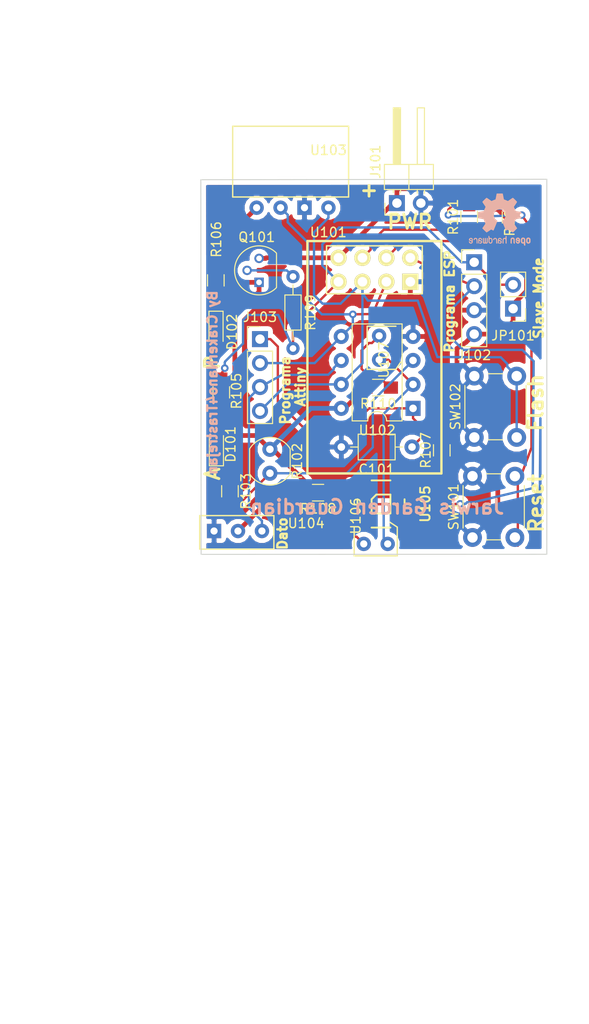
<source format=kicad_pcb>
(kicad_pcb (version 20171130) (host pcbnew 5.0.0-fee4fd1~66~ubuntu18.04.1)

  (general
    (thickness 1.6)
    (drawings 18)
    (tracks 211)
    (zones 0)
    (modules 28)
    (nets 20)
  )

  (page A4)
  (layers
    (0 F.Cu signal)
    (31 B.Cu signal)
    (32 B.Adhes user)
    (33 F.Adhes user)
    (34 B.Paste user)
    (35 F.Paste user)
    (36 B.SilkS user)
    (37 F.SilkS user)
    (38 B.Mask user)
    (39 F.Mask user)
    (40 Dwgs.User user)
    (41 Cmts.User user)
    (42 Eco1.User user)
    (43 Eco2.User user)
    (44 Edge.Cuts user)
    (45 Margin user)
    (46 B.CrtYd user)
    (47 F.CrtYd user)
    (48 B.Fab user)
    (49 F.Fab user)
  )

  (setup
    (last_trace_width 0.25)
    (trace_clearance 0.2)
    (zone_clearance 0.508)
    (zone_45_only no)
    (trace_min 0.2)
    (segment_width 0.2)
    (edge_width 0.1)
    (via_size 0.8)
    (via_drill 0.4)
    (via_min_size 0.4)
    (via_min_drill 0.3)
    (uvia_size 0.3)
    (uvia_drill 0.1)
    (uvias_allowed no)
    (uvia_min_size 0.2)
    (uvia_min_drill 0.1)
    (pcb_text_width 0.3)
    (pcb_text_size 1.5 1.5)
    (mod_edge_width 0.15)
    (mod_text_size 1 1)
    (mod_text_width 0.15)
    (pad_size 1.5 1.5)
    (pad_drill 0.6)
    (pad_to_mask_clearance 0)
    (aux_axis_origin 0 0)
    (grid_origin 161.69 91.02)
    (visible_elements FFFFFF7F)
    (pcbplotparams
      (layerselection 0x010fc_ffffffff)
      (usegerberextensions false)
      (usegerberattributes false)
      (usegerberadvancedattributes false)
      (creategerberjobfile false)
      (excludeedgelayer true)
      (linewidth 0.100000)
      (plotframeref false)
      (viasonmask false)
      (mode 1)
      (useauxorigin false)
      (hpglpennumber 1)
      (hpglpenspeed 20)
      (hpglpendiameter 15.000000)
      (psnegative false)
      (psa4output false)
      (plotreference true)
      (plotvalue true)
      (plotinvisibletext false)
      (padsonsilk false)
      (subtractmaskfromsilk false)
      (outputformat 1)
      (mirror false)
      (drillshape 0)
      (scaleselection 1)
      (outputdirectory "fab/"))
  )

  (net 0 "")
  (net 1 GND)
  (net 2 /RST)
  (net 3 "Net-(D101-Pad2)")
  (net 4 /PWR_ON)
  (net 5 VCC)
  (net 6 /ACTIVADOR)
  (net 7 /STATUS_LED)
  (net 8 /SCL)
  (net 9 /RADIO)
  (net 10 /SDA)
  (net 11 "Net-(Q101-Pad2)")
  (net 12 "Net-(R101-Pad1)")
  (net 13 /LDR)
  (net 14 "Net-(R104-Pad1)")
  (net 15 "Net-(R108-Pad1)")
  (net 16 /HUMEDAD)
  (net 17 "Net-(D102-Pad1)")
  (net 18 "Net-(R101-Pad2)")
  (net 19 "Net-(R110-Pad1)")

  (net_class Default "This is the default net class."
    (clearance 0.2)
    (trace_width 0.25)
    (via_dia 0.8)
    (via_drill 0.4)
    (uvia_dia 0.3)
    (uvia_drill 0.1)
    (add_net /ACTIVADOR)
    (add_net /HUMEDAD)
    (add_net /LDR)
    (add_net /RADIO)
    (add_net /RST)
    (add_net /SCL)
    (add_net /SDA)
    (add_net /STATUS_LED)
    (add_net "Net-(D101-Pad2)")
    (add_net "Net-(D102-Pad1)")
    (add_net "Net-(Q101-Pad2)")
    (add_net "Net-(R101-Pad1)")
    (add_net "Net-(R101-Pad2)")
    (add_net "Net-(R104-Pad1)")
    (add_net "Net-(R108-Pad1)")
    (add_net "Net-(R110-Pad1)")
  )

  (net_class alimentacion ""
    (clearance 0.3)
    (trace_width 0.5)
    (via_dia 0.8)
    (via_drill 0.4)
    (uvia_dia 0.3)
    (uvia_drill 0.1)
    (add_net /PWR_ON)
    (add_net GND)
    (add_net VCC)
  )

  (module sondas:externa (layer F.Cu) (tedit 5B79783F) (tstamp 5B76A5BF)
    (at 163.322 91.819 90)
    (path /5B771B4D)
    (fp_text reference U107 (at 0 0.5 90) (layer F.SilkS)
      (effects (font (size 1 1) (thickness 0.15)))
    )
    (fp_text value sonda_humedad (at 0.127 -1.27 90) (layer F.Fab)
      (effects (font (size 1 1) (thickness 0.15)))
    )
    (fp_line (start -1.016 1.778) (end -0.254 2.286) (layer F.SilkS) (width 0.15))
    (fp_line (start -1.016 -1.27) (end 3.556 -1.27) (layer F.SilkS) (width 0.15))
    (fp_line (start -1.016 -1.27) (end -1.016 1.778) (layer F.SilkS) (width 0.15))
    (fp_line (start 3.556 -1.27) (end 3.556 1.778) (layer F.SilkS) (width 0.15))
    (pad 2 thru_hole circle (at 2.54 0 90) (size 1.524 1.524) (drill 0.762) (layers *.Cu *.Mask)
      (net 19 "Net-(R110-Pad1)"))
    (pad 1 thru_hole circle (at 0 0 90) (size 1.524 1.524) (drill 0.762) (layers *.Cu *.Mask)
      (net 16 /HUMEDAD))
  )

  (module sondas:externa (layer F.Cu) (tedit 5B79783F) (tstamp 5B72CC26)
    (at 164.23 111.34 180)
    (path /5B670560)
    (fp_text reference U106 (at 3.39 2.96 270) (layer F.SilkS)
      (effects (font (size 1 1) (thickness 0.15)))
    )
    (fp_text value sonda_humedad (at -2.41 1.6 180) (layer F.Fab)
      (effects (font (size 1 1) (thickness 0.15)))
    )
    (fp_line (start 3.556 -1.27) (end 3.556 1.778) (layer F.SilkS) (width 0.15))
    (fp_line (start -1.016 -1.27) (end -1.016 1.778) (layer F.SilkS) (width 0.15))
    (fp_line (start -1.016 -1.27) (end 3.556 -1.27) (layer F.SilkS) (width 0.15))
    (fp_line (start -1.016 1.778) (end -0.254 2.286) (layer F.SilkS) (width 0.15))
    (pad 1 thru_hole circle (at 0 0 180) (size 1.524 1.524) (drill 0.762) (layers *.Cu *.Mask)
      (net 16 /HUMEDAD))
    (pad 2 thru_hole circle (at 2.54 0 180) (size 1.524 1.524) (drill 0.762) (layers *.Cu *.Mask)
      (net 15 "Net-(R108-Pad1)"))
  )

  (module DHT12_tumbado:DHT12 (layer F.Cu) (tedit 5B752ECD) (tstamp 5B71348C)
    (at 147.78 67.06)
    (path /5B64E24F)
    (fp_text reference U103 (at 10.16 2.54) (layer F.SilkS)
      (effects (font (size 1 1) (thickness 0.15)))
    )
    (fp_text value DHT12 (at 9.906 1.016) (layer F.Fab)
      (effects (font (size 1 1) (thickness 0.15)))
    )
    (fp_line (start 0 0) (end 0 7.5) (layer F.SilkS) (width 0.15))
    (fp_line (start 0 0) (end 12.3 0) (layer F.SilkS) (width 0.15))
    (fp_line (start 12.3 0) (end 12.3 7.5) (layer F.SilkS) (width 0.15))
    (fp_line (start 0 7.5) (end 12.3 7.5) (layer F.SilkS) (width 0.15))
    (pad 1 thru_hole circle (at 2.54 8.636) (size 1.524 1.524) (drill 0.762) (layers *.Cu *.Mask)
      (net 4 /PWR_ON))
    (pad 2 thru_hole circle (at 5.08 8.636) (size 1.524 1.524) (drill 0.762) (layers *.Cu *.Mask)
      (net 10 /SDA))
    (pad 3 thru_hole rect (at 7.62 8.636) (size 1.524 1.524) (drill 0.762) (layers *.Cu *.Mask)
      (net 1 GND))
    (pad 4 thru_hole circle (at 10.16 8.636) (size 1.524 1.524) (drill 0.762) (layers *.Cu *.Mask)
      (net 8 /SCL))
  )

  (module FS1000A:FS1000A_vertical (layer F.Cu) (tedit 5B752EA1) (tstamp 5B717257)
    (at 157.74 108.34 180)
    (path /5B652ACE)
    (fp_text reference U104 (at 2.16 -0.82 180) (layer F.SilkS)
      (effects (font (size 1 1) (thickness 0.15)))
    )
    (fp_text value FS1000A (at 11.938 -4.445 180) (layer F.Fab)
      (effects (font (size 1 1) (thickness 0.15)))
    )
    (fp_line (start 5.588 0) (end 13.462 0) (layer F.SilkS) (width 0.15))
    (fp_line (start 13.462 -3.5) (end 13.462 0) (layer F.SilkS) (width 0.15))
    (fp_line (start 5.588 -3.556) (end 13.462 -3.556) (layer F.SilkS) (width 0.15))
    (fp_line (start 5.588 0) (end 5.588 -3.5) (layer F.SilkS) (width 0.15))
    (pad 1 thru_hole circle (at 6.858 -1.635 180) (size 1.524 1.524) (drill 0.762) (layers *.Cu *.Mask)
      (net 9 /RADIO))
    (pad 2 thru_hole circle (at 9.398 -1.635 180) (size 1.524 1.524) (drill 0.762) (layers *.Cu *.Mask)
      (net 4 /PWR_ON))
    (pad 3 thru_hole rect (at 11.938 -1.635 180) (size 1.524 1.524) (drill 0.762) (layers *.Cu *.Mask)
      (net 1 GND))
  )

  (module Capacitors_THT:C_Axial_L3.8mm_D2.6mm_P7.50mm_Horizontal (layer F.Cu) (tedit 597BC7C2) (tstamp 5B716960)
    (at 166.81 101.07 180)
    (descr "C, Axial series, Axial, Horizontal, pin pitch=7.5mm, , length*diameter=3.8*2.6mm^2, http://www.vishay.com/docs/45231/arseries.pdf")
    (tags "C Axial series Axial Horizontal pin pitch 7.5mm  length 3.8mm diameter 2.6mm")
    (path /5B64FD63)
    (fp_text reference C101 (at 3.75 -2.36 180) (layer F.SilkS)
      (effects (font (size 1 1) (thickness 0.15)))
    )
    (fp_text value C (at 3.75 2.36 180) (layer F.Fab)
      (effects (font (size 1 1) (thickness 0.15)))
    )
    (fp_text user %R (at 3.75 0 180) (layer F.Fab)
      (effects (font (size 1 1) (thickness 0.15)))
    )
    (fp_line (start 8.55 -1.65) (end -1.05 -1.65) (layer F.CrtYd) (width 0.05))
    (fp_line (start 8.55 1.65) (end 8.55 -1.65) (layer F.CrtYd) (width 0.05))
    (fp_line (start -1.05 1.65) (end 8.55 1.65) (layer F.CrtYd) (width 0.05))
    (fp_line (start -1.05 -1.65) (end -1.05 1.65) (layer F.CrtYd) (width 0.05))
    (fp_line (start 6.52 0) (end 5.71 0) (layer F.SilkS) (width 0.12))
    (fp_line (start 0.98 0) (end 1.79 0) (layer F.SilkS) (width 0.12))
    (fp_line (start 5.71 -1.36) (end 1.79 -1.36) (layer F.SilkS) (width 0.12))
    (fp_line (start 5.71 1.36) (end 5.71 -1.36) (layer F.SilkS) (width 0.12))
    (fp_line (start 1.79 1.36) (end 5.71 1.36) (layer F.SilkS) (width 0.12))
    (fp_line (start 1.79 -1.36) (end 1.79 1.36) (layer F.SilkS) (width 0.12))
    (fp_line (start 7.5 0) (end 5.65 0) (layer F.Fab) (width 0.1))
    (fp_line (start 0 0) (end 1.85 0) (layer F.Fab) (width 0.1))
    (fp_line (start 5.65 -1.3) (end 1.85 -1.3) (layer F.Fab) (width 0.1))
    (fp_line (start 5.65 1.3) (end 5.65 -1.3) (layer F.Fab) (width 0.1))
    (fp_line (start 1.85 1.3) (end 5.65 1.3) (layer F.Fab) (width 0.1))
    (fp_line (start 1.85 -1.3) (end 1.85 1.3) (layer F.Fab) (width 0.1))
    (pad 2 thru_hole oval (at 7.5 0 180) (size 1.6 1.6) (drill 0.8) (layers *.Cu *.Mask)
      (net 1 GND))
    (pad 1 thru_hole circle (at 0 0 180) (size 1.6 1.6) (drill 0.8) (layers *.Cu *.Mask)
      (net 2 /RST))
    (model ${KISYS3DMOD}/Capacitors_THT.3dshapes/C_Axial_L3.8mm_D2.6mm_P7.50mm_Horizontal.wrl
      (at (xyz 0 0 0))
      (scale (xyz 1 1 1))
      (rotate (xyz 0 0 0))
    )
  )

  (module Pin_Headers:Pin_Header_Angled_1x02_Pitch2.54mm (layer F.Cu) (tedit 5B717317) (tstamp 5B714F5F)
    (at 165.21 75.21 90)
    (descr "Through hole angled pin header, 1x02, 2.54mm pitch, 6mm pin length, single row")
    (tags "Through hole angled pin header THT 1x02 2.54mm single row")
    (path /5B650131)
    (fp_text reference J101 (at 4.385 -2.27 90) (layer F.SilkS)
      (effects (font (size 1 1) (thickness 0.15)))
    )
    (fp_text value Conn_01x02 (at 4.385 4.81 90) (layer F.Fab)
      (effects (font (size 1 1) (thickness 0.15)))
    )
    (fp_text user %R (at 2.77 1.27 180) (layer F.Fab)
      (effects (font (size 1 1) (thickness 0.15)))
    )
    (fp_line (start 10.55 -1.8) (end -1.8 -1.8) (layer F.CrtYd) (width 0.05))
    (fp_line (start 10.55 4.35) (end 10.55 -1.8) (layer F.CrtYd) (width 0.05))
    (fp_line (start -1.8 4.35) (end 10.55 4.35) (layer F.CrtYd) (width 0.05))
    (fp_line (start -1.8 -1.8) (end -1.8 4.35) (layer F.CrtYd) (width 0.05))
    (fp_line (start -1.27 -1.27) (end 0 -1.27) (layer F.SilkS) (width 0.12))
    (fp_line (start -1.27 0) (end -1.27 -1.27) (layer F.SilkS) (width 0.12))
    (fp_line (start 1.042929 2.92) (end 1.44 2.92) (layer F.SilkS) (width 0.12))
    (fp_line (start 1.042929 2.16) (end 1.44 2.16) (layer F.SilkS) (width 0.12))
    (fp_line (start 10.1 2.92) (end 4.1 2.92) (layer F.SilkS) (width 0.12))
    (fp_line (start 10.1 2.16) (end 10.1 2.92) (layer F.SilkS) (width 0.12))
    (fp_line (start 4.1 2.16) (end 10.1 2.16) (layer F.SilkS) (width 0.12))
    (fp_line (start 1.44 1.27) (end 4.1 1.27) (layer F.SilkS) (width 0.12))
    (fp_line (start 1.11 0.38) (end 1.44 0.38) (layer F.SilkS) (width 0.12))
    (fp_line (start 1.11 -0.38) (end 1.44 -0.38) (layer F.SilkS) (width 0.12))
    (fp_line (start 4.1 0.28) (end 10.1 0.28) (layer F.SilkS) (width 0.12))
    (fp_line (start 4.1 0.16) (end 10.1 0.16) (layer F.SilkS) (width 0.12))
    (fp_line (start 4.1 0.04) (end 10.1 0.04) (layer F.SilkS) (width 0.12))
    (fp_line (start 4.1 -0.08) (end 10.1 -0.08) (layer F.SilkS) (width 0.12))
    (fp_line (start 4.1 -0.2) (end 10.1 -0.2) (layer F.SilkS) (width 0.12))
    (fp_line (start 4.1 -0.32) (end 10.1 -0.32) (layer F.SilkS) (width 0.12))
    (fp_line (start 10.1 0.38) (end 4.1 0.38) (layer F.SilkS) (width 0.12))
    (fp_line (start 10.1 -0.38) (end 10.1 0.38) (layer F.SilkS) (width 0.12))
    (fp_line (start 4.1 -0.38) (end 10.1 -0.38) (layer F.SilkS) (width 0.12))
    (fp_line (start 4.1 -1.33) (end 1.44 -1.33) (layer F.SilkS) (width 0.12))
    (fp_line (start 4.1 3.87) (end 4.1 -1.33) (layer F.SilkS) (width 0.12))
    (fp_line (start 1.44 3.87) (end 4.1 3.87) (layer F.SilkS) (width 0.12))
    (fp_line (start 1.44 -1.33) (end 1.44 3.87) (layer F.SilkS) (width 0.12))
    (fp_line (start 4.04 2.86) (end 10.04 2.86) (layer F.Fab) (width 0.1))
    (fp_line (start 10.04 2.22) (end 10.04 2.86) (layer F.Fab) (width 0.1))
    (fp_line (start 4.04 2.22) (end 10.04 2.22) (layer F.Fab) (width 0.1))
    (fp_line (start -0.32 2.86) (end 1.5 2.86) (layer F.Fab) (width 0.1))
    (fp_line (start -0.32 2.22) (end -0.32 2.86) (layer F.Fab) (width 0.1))
    (fp_line (start -0.32 2.22) (end 1.5 2.22) (layer F.Fab) (width 0.1))
    (fp_line (start 4.04 0.32) (end 10.04 0.32) (layer F.Fab) (width 0.1))
    (fp_line (start 10.04 -0.32) (end 10.04 0.32) (layer F.Fab) (width 0.1))
    (fp_line (start 4.04 -0.32) (end 10.04 -0.32) (layer F.Fab) (width 0.1))
    (fp_line (start -0.32 0.32) (end 1.5 0.32) (layer F.Fab) (width 0.1))
    (fp_line (start -0.32 -0.32) (end -0.32 0.32) (layer F.Fab) (width 0.1))
    (fp_line (start -0.32 -0.32) (end 1.5 -0.32) (layer F.Fab) (width 0.1))
    (fp_line (start 1.5 -0.635) (end 2.135 -1.27) (layer F.Fab) (width 0.1))
    (fp_line (start 1.5 3.81) (end 1.5 -0.635) (layer F.Fab) (width 0.1))
    (fp_line (start 4.04 3.81) (end 1.5 3.81) (layer F.Fab) (width 0.1))
    (fp_line (start 4.04 -1.27) (end 4.04 3.81) (layer F.Fab) (width 0.1))
    (fp_line (start 2.135 -1.27) (end 4.04 -1.27) (layer F.Fab) (width 0.1))
    (pad 2 thru_hole oval (at 0 2.54 90) (size 1.7 1.7) (drill 1) (layers *.Cu *.Mask)
      (net 1 GND))
    (pad 1 thru_hole rect (at 0 0 90) (size 1.7 1.7) (drill 1) (layers *.Cu *.Mask)
      (net 5 VCC))
    (model ${KISYS3DMOD}/Pin_Headers.3dshapes/Pin_Header_Angled_1x02_Pitch2.54mm.wrl
      (at (xyz 0 0 0))
      (scale (xyz 1 1 1))
      (rotate (xyz 0 0 0))
    )
  )

  (module Pin_Headers:Pin_Header_Straight_1x04_Pitch2.54mm (layer F.Cu) (tedit 59650532) (tstamp 5B713301)
    (at 173.41 81.48)
    (descr "Through hole straight pin header, 1x04, 2.54mm pitch, single row")
    (tags "Through hole pin header THT 1x04 2.54mm single row")
    (path /5B65056B)
    (fp_text reference J102 (at 0 9.86) (layer F.SilkS)
      (effects (font (size 1 1) (thickness 0.15)))
    )
    (fp_text value PROGRAMA_ESP (at -2.58 3.89 90) (layer F.Fab)
      (effects (font (size 1 1) (thickness 0.15)))
    )
    (fp_line (start -0.635 -1.27) (end 1.27 -1.27) (layer F.Fab) (width 0.1))
    (fp_line (start 1.27 -1.27) (end 1.27 8.89) (layer F.Fab) (width 0.1))
    (fp_line (start 1.27 8.89) (end -1.27 8.89) (layer F.Fab) (width 0.1))
    (fp_line (start -1.27 8.89) (end -1.27 -0.635) (layer F.Fab) (width 0.1))
    (fp_line (start -1.27 -0.635) (end -0.635 -1.27) (layer F.Fab) (width 0.1))
    (fp_line (start -1.33 8.95) (end 1.33 8.95) (layer F.SilkS) (width 0.12))
    (fp_line (start -1.33 1.27) (end -1.33 8.95) (layer F.SilkS) (width 0.12))
    (fp_line (start 1.33 1.27) (end 1.33 8.95) (layer F.SilkS) (width 0.12))
    (fp_line (start -1.33 1.27) (end 1.33 1.27) (layer F.SilkS) (width 0.12))
    (fp_line (start -1.33 0) (end -1.33 -1.33) (layer F.SilkS) (width 0.12))
    (fp_line (start -1.33 -1.33) (end 0 -1.33) (layer F.SilkS) (width 0.12))
    (fp_line (start -1.8 -1.8) (end -1.8 9.4) (layer F.CrtYd) (width 0.05))
    (fp_line (start -1.8 9.4) (end 1.8 9.4) (layer F.CrtYd) (width 0.05))
    (fp_line (start 1.8 9.4) (end 1.8 -1.8) (layer F.CrtYd) (width 0.05))
    (fp_line (start 1.8 -1.8) (end -1.8 -1.8) (layer F.CrtYd) (width 0.05))
    (fp_text user %R (at 0 3.81 90) (layer F.Fab)
      (effects (font (size 1 1) (thickness 0.15)))
    )
    (pad 1 thru_hole rect (at 0 0) (size 1.7 1.7) (drill 1) (layers *.Cu *.Mask)
      (net 6 /ACTIVADOR))
    (pad 2 thru_hole oval (at 0 2.54) (size 1.7 1.7) (drill 1) (layers *.Cu *.Mask)
      (net 7 /STATUS_LED))
    (pad 3 thru_hole oval (at 0 5.08) (size 1.7 1.7) (drill 1) (layers *.Cu *.Mask)
      (net 1 GND))
    (pad 4 thru_hole oval (at 0 7.62) (size 1.7 1.7) (drill 1) (layers *.Cu *.Mask)
      (net 5 VCC))
    (model ${KISYS3DMOD}/Pin_Headers.3dshapes/Pin_Header_Straight_1x04_Pitch2.54mm.wrl
      (at (xyz 0 0 0))
      (scale (xyz 1 1 1))
      (rotate (xyz 0 0 0))
    )
  )

  (module Pin_Headers:Pin_Header_Straight_1x04_Pitch2.54mm (layer F.Cu) (tedit 59650532) (tstamp 5B713319)
    (at 150.68 89.63)
    (descr "Through hole straight pin header, 1x04, 2.54mm pitch, single row")
    (tags "Through hole pin header THT 1x04 2.54mm single row")
    (path /5B653D10)
    (fp_text reference J103 (at 0 -2.33) (layer F.SilkS)
      (effects (font (size 1 1) (thickness 0.15)))
    )
    (fp_text value "PROGRAMA ATTINY" (at 2.92 3.13 90) (layer F.Fab)
      (effects (font (size 1 1) (thickness 0.15)))
    )
    (fp_text user %R (at 0 3.81 90) (layer F.Fab)
      (effects (font (size 1 1) (thickness 0.15)))
    )
    (fp_line (start 1.8 -1.8) (end -1.8 -1.8) (layer F.CrtYd) (width 0.05))
    (fp_line (start 1.8 9.4) (end 1.8 -1.8) (layer F.CrtYd) (width 0.05))
    (fp_line (start -1.8 9.4) (end 1.8 9.4) (layer F.CrtYd) (width 0.05))
    (fp_line (start -1.8 -1.8) (end -1.8 9.4) (layer F.CrtYd) (width 0.05))
    (fp_line (start -1.33 -1.33) (end 0 -1.33) (layer F.SilkS) (width 0.12))
    (fp_line (start -1.33 0) (end -1.33 -1.33) (layer F.SilkS) (width 0.12))
    (fp_line (start -1.33 1.27) (end 1.33 1.27) (layer F.SilkS) (width 0.12))
    (fp_line (start 1.33 1.27) (end 1.33 8.95) (layer F.SilkS) (width 0.12))
    (fp_line (start -1.33 1.27) (end -1.33 8.95) (layer F.SilkS) (width 0.12))
    (fp_line (start -1.33 8.95) (end 1.33 8.95) (layer F.SilkS) (width 0.12))
    (fp_line (start -1.27 -0.635) (end -0.635 -1.27) (layer F.Fab) (width 0.1))
    (fp_line (start -1.27 8.89) (end -1.27 -0.635) (layer F.Fab) (width 0.1))
    (fp_line (start 1.27 8.89) (end -1.27 8.89) (layer F.Fab) (width 0.1))
    (fp_line (start 1.27 -1.27) (end 1.27 8.89) (layer F.Fab) (width 0.1))
    (fp_line (start -0.635 -1.27) (end 1.27 -1.27) (layer F.Fab) (width 0.1))
    (pad 4 thru_hole oval (at 0 7.62) (size 1.7 1.7) (drill 1) (layers *.Cu *.Mask)
      (net 8 /SCL))
    (pad 3 thru_hole oval (at 0 5.08) (size 1.7 1.7) (drill 1) (layers *.Cu *.Mask)
      (net 9 /RADIO))
    (pad 2 thru_hole oval (at 0 2.54) (size 1.7 1.7) (drill 1) (layers *.Cu *.Mask)
      (net 10 /SDA))
    (pad 1 thru_hole rect (at 0 0) (size 1.7 1.7) (drill 1) (layers *.Cu *.Mask)
      (net 2 /RST))
    (model ${KISYS3DMOD}/Pin_Headers.3dshapes/Pin_Header_Straight_1x04_Pitch2.54mm.wrl
      (at (xyz 0 0 0))
      (scale (xyz 1 1 1))
      (rotate (xyz 0 0 0))
    )
  )

  (module Pin_Headers:Pin_Header_Straight_1x02_Pitch2.54mm (layer F.Cu) (tedit 59650532) (tstamp 5B71332F)
    (at 177.54 86.4 180)
    (descr "Through hole straight pin header, 1x02, 2.54mm pitch, single row")
    (tags "Through hole pin header THT 1x02 2.54mm single row")
    (path /5B698E90)
    (fp_text reference JP101 (at 0.01 -2.86 180) (layer F.SilkS)
      (effects (font (size 1 1) (thickness 0.15)))
    )
    (fp_text value "No Slave Mode" (at -2.72 0.72 270) (layer F.Fab)
      (effects (font (size 1 1) (thickness 0.15)))
    )
    (fp_text user %R (at 0 1.27 270) (layer F.Fab)
      (effects (font (size 1 1) (thickness 0.15)))
    )
    (fp_line (start 1.8 -1.8) (end -1.8 -1.8) (layer F.CrtYd) (width 0.05))
    (fp_line (start 1.8 4.35) (end 1.8 -1.8) (layer F.CrtYd) (width 0.05))
    (fp_line (start -1.8 4.35) (end 1.8 4.35) (layer F.CrtYd) (width 0.05))
    (fp_line (start -1.8 -1.8) (end -1.8 4.35) (layer F.CrtYd) (width 0.05))
    (fp_line (start -1.33 -1.33) (end 0 -1.33) (layer F.SilkS) (width 0.12))
    (fp_line (start -1.33 0) (end -1.33 -1.33) (layer F.SilkS) (width 0.12))
    (fp_line (start -1.33 1.27) (end 1.33 1.27) (layer F.SilkS) (width 0.12))
    (fp_line (start 1.33 1.27) (end 1.33 3.87) (layer F.SilkS) (width 0.12))
    (fp_line (start -1.33 1.27) (end -1.33 3.87) (layer F.SilkS) (width 0.12))
    (fp_line (start -1.33 3.87) (end 1.33 3.87) (layer F.SilkS) (width 0.12))
    (fp_line (start -1.27 -0.635) (end -0.635 -1.27) (layer F.Fab) (width 0.1))
    (fp_line (start -1.27 3.81) (end -1.27 -0.635) (layer F.Fab) (width 0.1))
    (fp_line (start 1.27 3.81) (end -1.27 3.81) (layer F.Fab) (width 0.1))
    (fp_line (start 1.27 -1.27) (end 1.27 3.81) (layer F.Fab) (width 0.1))
    (fp_line (start -0.635 -1.27) (end 1.27 -1.27) (layer F.Fab) (width 0.1))
    (pad 2 thru_hole oval (at 0 2.54 180) (size 1.7 1.7) (drill 1) (layers *.Cu *.Mask)
      (net 6 /ACTIVADOR))
    (pad 1 thru_hole rect (at 0 0 180) (size 1.7 1.7) (drill 1) (layers *.Cu *.Mask)
      (net 5 VCC))
    (model ${KISYS3DMOD}/Pin_Headers.3dshapes/Pin_Header_Straight_1x02_Pitch2.54mm.wrl
      (at (xyz 0 0 0))
      (scale (xyz 1 1 1))
      (rotate (xyz 0 0 0))
    )
  )

  (module TO_SOT_Packages_THT:TO-92_Molded_Narrow (layer F.Cu) (tedit 58CE52AF) (tstamp 5B713361)
    (at 150.58 83.61 90)
    (descr "TO-92 leads molded, narrow, drill 0.6mm (see NXP sot054_po.pdf)")
    (tags "to-92 sc-43 sc-43a sot54 PA33 transistor")
    (path /5B650CA2)
    (fp_text reference Q101 (at 4.79 -0.25 180) (layer F.SilkS)
      (effects (font (size 1 1) (thickness 0.15)))
    )
    (fp_text value BS170 (at 1.27 2.79 90) (layer F.Fab)
      (effects (font (size 1 1) (thickness 0.15)))
    )
    (fp_arc (start 1.27 0) (end 1.27 -2.6) (angle 135) (layer F.SilkS) (width 0.12))
    (fp_arc (start 1.27 0) (end 1.27 -2.48) (angle -135) (layer F.Fab) (width 0.1))
    (fp_arc (start 1.27 0) (end 1.27 -2.6) (angle -135) (layer F.SilkS) (width 0.12))
    (fp_arc (start 1.27 0) (end 1.27 -2.48) (angle 135) (layer F.Fab) (width 0.1))
    (fp_line (start 4 2.01) (end -1.46 2.01) (layer F.CrtYd) (width 0.05))
    (fp_line (start 4 2.01) (end 4 -2.73) (layer F.CrtYd) (width 0.05))
    (fp_line (start -1.46 -2.73) (end -1.46 2.01) (layer F.CrtYd) (width 0.05))
    (fp_line (start -1.46 -2.73) (end 4 -2.73) (layer F.CrtYd) (width 0.05))
    (fp_line (start -0.5 1.75) (end 3 1.75) (layer F.Fab) (width 0.1))
    (fp_line (start -0.53 1.85) (end 3.07 1.85) (layer F.SilkS) (width 0.12))
    (fp_text user %R (at 4.82 -0.25 180) (layer F.Fab)
      (effects (font (size 1 1) (thickness 0.15)))
    )
    (pad 1 thru_hole rect (at 0 0 180) (size 1 1) (drill 0.6) (layers *.Cu *.Mask)
      (net 4 /PWR_ON))
    (pad 3 thru_hole circle (at 2.54 0 180) (size 1 1) (drill 0.6) (layers *.Cu *.Mask)
      (net 5 VCC))
    (pad 2 thru_hole circle (at 1.27 -1.27 180) (size 1 1) (drill 0.6) (layers *.Cu *.Mask)
      (net 11 "Net-(Q101-Pad2)"))
    (model ${KISYS3DMOD}/TO_SOT_Packages_THT.3dshapes/TO-92_Molded_Narrow.wrl
      (offset (xyz 1.269999980926514 0 0))
      (scale (xyz 1 1 1))
      (rotate (xyz 0 0 -90))
    )
  )

  (module Buttons_Switches_THT:SW_PUSH_6mm_h7.3mm (layer F.Cu) (tedit 5923F252) (tstamp 5B713427)
    (at 173.23 110.66 90)
    (descr "tactile push button, 6x6mm e.g. PHAP33xx series, height=7.3mm")
    (tags "tact sw push 6mm")
    (path /5B64EAE3)
    (fp_text reference SW101 (at 3.25 -2 90) (layer F.SilkS)
      (effects (font (size 1 1) (thickness 0.15)))
    )
    (fp_text value Reset (at 3.75 6.7 90) (layer F.Fab)
      (effects (font (size 1 1) (thickness 0.15)))
    )
    (fp_circle (center 3.25 2.25) (end 1.25 2.5) (layer F.Fab) (width 0.1))
    (fp_line (start 6.75 3) (end 6.75 1.5) (layer F.SilkS) (width 0.12))
    (fp_line (start 5.5 -1) (end 1 -1) (layer F.SilkS) (width 0.12))
    (fp_line (start -0.25 1.5) (end -0.25 3) (layer F.SilkS) (width 0.12))
    (fp_line (start 1 5.5) (end 5.5 5.5) (layer F.SilkS) (width 0.12))
    (fp_line (start 8 -1.25) (end 8 5.75) (layer F.CrtYd) (width 0.05))
    (fp_line (start 7.75 6) (end -1.25 6) (layer F.CrtYd) (width 0.05))
    (fp_line (start -1.5 5.75) (end -1.5 -1.25) (layer F.CrtYd) (width 0.05))
    (fp_line (start -1.25 -1.5) (end 7.75 -1.5) (layer F.CrtYd) (width 0.05))
    (fp_line (start -1.5 6) (end -1.25 6) (layer F.CrtYd) (width 0.05))
    (fp_line (start -1.5 5.75) (end -1.5 6) (layer F.CrtYd) (width 0.05))
    (fp_line (start -1.5 -1.5) (end -1.25 -1.5) (layer F.CrtYd) (width 0.05))
    (fp_line (start -1.5 -1.25) (end -1.5 -1.5) (layer F.CrtYd) (width 0.05))
    (fp_line (start 8 -1.5) (end 8 -1.25) (layer F.CrtYd) (width 0.05))
    (fp_line (start 7.75 -1.5) (end 8 -1.5) (layer F.CrtYd) (width 0.05))
    (fp_line (start 8 6) (end 8 5.75) (layer F.CrtYd) (width 0.05))
    (fp_line (start 7.75 6) (end 8 6) (layer F.CrtYd) (width 0.05))
    (fp_line (start 0.25 -0.75) (end 3.25 -0.75) (layer F.Fab) (width 0.1))
    (fp_line (start 0.25 5.25) (end 0.25 -0.75) (layer F.Fab) (width 0.1))
    (fp_line (start 6.25 5.25) (end 0.25 5.25) (layer F.Fab) (width 0.1))
    (fp_line (start 6.25 -0.75) (end 6.25 5.25) (layer F.Fab) (width 0.1))
    (fp_line (start 3.25 -0.75) (end 6.25 -0.75) (layer F.Fab) (width 0.1))
    (fp_text user %R (at 3.25 2.25 90) (layer F.Fab)
      (effects (font (size 1 1) (thickness 0.15)))
    )
    (pad 1 thru_hole circle (at 6.5 0 180) (size 2 2) (drill 1.1) (layers *.Cu *.Mask)
      (net 1 GND))
    (pad 2 thru_hole circle (at 6.5 4.5 180) (size 2 2) (drill 1.1) (layers *.Cu *.Mask)
      (net 18 "Net-(R101-Pad2)"))
    (pad 1 thru_hole circle (at 0 0 180) (size 2 2) (drill 1.1) (layers *.Cu *.Mask)
      (net 1 GND))
    (pad 2 thru_hole circle (at 0 4.5 180) (size 2 2) (drill 1.1) (layers *.Cu *.Mask)
      (net 18 "Net-(R101-Pad2)"))
    (model ${KISYS3DMOD}/Buttons_Switches_THT.3dshapes/SW_PUSH_6mm_h7.3mm.wrl
      (offset (xyz 0.1269999980926514 0 0))
      (scale (xyz 0.3937 0.3937 0.3937))
      (rotate (xyz 0 0 0))
    )
  )

  (module Buttons_Switches_THT:SW_PUSH_6mm_h7.3mm (layer F.Cu) (tedit 5923F252) (tstamp 5B713446)
    (at 173.42 100.05 90)
    (descr "tactile push button, 6x6mm e.g. PHAP33xx series, height=7.3mm")
    (tags "tact sw push 6mm")
    (path /5B64EABC)
    (fp_text reference SW102 (at 3.25 -2 90) (layer F.SilkS)
      (effects (font (size 1 1) (thickness 0.15)))
    )
    (fp_text value FLASH (at 3.75 6.7 90) (layer F.Fab)
      (effects (font (size 1 1) (thickness 0.15)))
    )
    (fp_text user %R (at 3.25 2.25 90) (layer F.Fab)
      (effects (font (size 1 1) (thickness 0.15)))
    )
    (fp_line (start 3.25 -0.75) (end 6.25 -0.75) (layer F.Fab) (width 0.1))
    (fp_line (start 6.25 -0.75) (end 6.25 5.25) (layer F.Fab) (width 0.1))
    (fp_line (start 6.25 5.25) (end 0.25 5.25) (layer F.Fab) (width 0.1))
    (fp_line (start 0.25 5.25) (end 0.25 -0.75) (layer F.Fab) (width 0.1))
    (fp_line (start 0.25 -0.75) (end 3.25 -0.75) (layer F.Fab) (width 0.1))
    (fp_line (start 7.75 6) (end 8 6) (layer F.CrtYd) (width 0.05))
    (fp_line (start 8 6) (end 8 5.75) (layer F.CrtYd) (width 0.05))
    (fp_line (start 7.75 -1.5) (end 8 -1.5) (layer F.CrtYd) (width 0.05))
    (fp_line (start 8 -1.5) (end 8 -1.25) (layer F.CrtYd) (width 0.05))
    (fp_line (start -1.5 -1.25) (end -1.5 -1.5) (layer F.CrtYd) (width 0.05))
    (fp_line (start -1.5 -1.5) (end -1.25 -1.5) (layer F.CrtYd) (width 0.05))
    (fp_line (start -1.5 5.75) (end -1.5 6) (layer F.CrtYd) (width 0.05))
    (fp_line (start -1.5 6) (end -1.25 6) (layer F.CrtYd) (width 0.05))
    (fp_line (start -1.25 -1.5) (end 7.75 -1.5) (layer F.CrtYd) (width 0.05))
    (fp_line (start -1.5 5.75) (end -1.5 -1.25) (layer F.CrtYd) (width 0.05))
    (fp_line (start 7.75 6) (end -1.25 6) (layer F.CrtYd) (width 0.05))
    (fp_line (start 8 -1.25) (end 8 5.75) (layer F.CrtYd) (width 0.05))
    (fp_line (start 1 5.5) (end 5.5 5.5) (layer F.SilkS) (width 0.12))
    (fp_line (start -0.25 1.5) (end -0.25 3) (layer F.SilkS) (width 0.12))
    (fp_line (start 5.5 -1) (end 1 -1) (layer F.SilkS) (width 0.12))
    (fp_line (start 6.75 3) (end 6.75 1.5) (layer F.SilkS) (width 0.12))
    (fp_circle (center 3.25 2.25) (end 1.25 2.5) (layer F.Fab) (width 0.1))
    (pad 2 thru_hole circle (at 0 4.5 180) (size 2 2) (drill 1.1) (layers *.Cu *.Mask)
      (net 8 /SCL))
    (pad 1 thru_hole circle (at 0 0 180) (size 2 2) (drill 1.1) (layers *.Cu *.Mask)
      (net 1 GND))
    (pad 2 thru_hole circle (at 6.5 4.5 180) (size 2 2) (drill 1.1) (layers *.Cu *.Mask)
      (net 8 /SCL))
    (pad 1 thru_hole circle (at 6.5 0 180) (size 2 2) (drill 1.1) (layers *.Cu *.Mask)
      (net 1 GND))
    (model ${KISYS3DMOD}/Buttons_Switches_THT.3dshapes/SW_PUSH_6mm_h7.3mm.wrl
      (offset (xyz 0.1269999980926514 0 0))
      (scale (xyz 0.3937 0.3937 0.3937))
      (rotate (xyz 0 0 0))
    )
  )

  (module ESP8266:ESP-01 (layer F.Cu) (tedit 5B712FD9) (tstamp 5B713464)
    (at 166.63 81.01 270)
    (descr "Module, ESP-8266, ESP-01, 8 pin")
    (tags "Module ESP-8266 ESP8266")
    (path /5B6176A3)
    (fp_text reference U101 (at -2.7 8.7) (layer F.SilkS)
      (effects (font (size 1 1) (thickness 0.15)))
    )
    (fp_text value ESP-01v090 (at -2.5 1.48) (layer F.Fab)
      (effects (font (size 1 1) (thickness 0.15)))
    )
    (fp_line (start -1.778 -3.302) (end 22.86 -3.302) (layer F.SilkS) (width 0.254))
    (fp_line (start 22.86 -3.302) (end 22.86 10.922) (layer F.SilkS) (width 0.254))
    (fp_line (start 22.86 10.922) (end -1.778 10.922) (layer F.SilkS) (width 0.254))
    (fp_line (start -1.778 10.922) (end -1.778 -3.302) (layer F.SilkS) (width 0.254))
    (fp_line (start -1.778 -3.302) (end 22.86 -3.302) (layer F.Fab) (width 0.05))
    (fp_line (start 22.86 -3.302) (end 22.86 10.922) (layer F.Fab) (width 0.05))
    (fp_line (start 22.86 10.922) (end -1.778 10.922) (layer F.Fab) (width 0.05))
    (fp_line (start -1.778 10.922) (end -1.778 -3.302) (layer F.Fab) (width 0.05))
    (fp_line (start 1.27 -1.27) (end -1.27 -1.27) (layer F.SilkS) (width 0.1524))
    (fp_line (start -1.27 -1.27) (end -1.27 1.27) (layer F.SilkS) (width 0.1524))
    (fp_line (start -1.75 -1.75) (end -1.75 9.4) (layer F.CrtYd) (width 0.05))
    (fp_line (start 4.3 -1.75) (end 4.3 9.4) (layer F.CrtYd) (width 0.05))
    (fp_line (start -1.75 -1.75) (end 4.3 -1.75) (layer F.CrtYd) (width 0.05))
    (fp_line (start -1.75 9.4) (end 4.3 9.4) (layer F.CrtYd) (width 0.05))
    (fp_line (start -1.27 1.27) (end -1.27 8.89) (layer F.SilkS) (width 0.1524))
    (fp_line (start -1.27 8.89) (end 3.81 8.89) (layer F.SilkS) (width 0.1524))
    (fp_line (start 3.81 8.89) (end 3.81 -1.27) (layer F.SilkS) (width 0.1524))
    (fp_line (start 3.81 -1.27) (end 1.27 -1.27) (layer F.SilkS) (width 0.1524))
    (pad 5 thru_hole circle (at 0 0 270) (size 1.7272 1.7272) (drill 1.016) (layers *.Cu *.Mask F.SilkS)
      (net 7 /STATUS_LED))
    (pad 1 thru_hole rect (at 2.54 0 270) (size 1.7272 1.7272) (drill 1.016) (layers *.Cu *.Mask F.SilkS)
      (net 1 GND))
    (pad 6 thru_hole oval (at 0 2.54 270) (size 1.7272 1.7272) (drill 1.016) (layers *.Cu *.Mask F.SilkS)
      (net 14 "Net-(R104-Pad1)"))
    (pad 2 thru_hole oval (at 2.54 2.54 270) (size 1.7272 1.7272) (drill 1.016) (layers *.Cu *.Mask F.SilkS)
      (net 10 /SDA))
    (pad 7 thru_hole oval (at 0 5.08 270) (size 1.7272 1.7272) (drill 1.016) (layers *.Cu *.Mask F.SilkS)
      (net 12 "Net-(R101-Pad1)"))
    (pad 3 thru_hole oval (at 2.54 5.08 270) (size 1.7272 1.7272) (drill 1.016) (layers *.Cu *.Mask F.SilkS)
      (net 8 /SCL))
    (pad 8 thru_hole oval (at 0 7.62 270) (size 1.7272 1.7272) (drill 1.016) (layers *.Cu *.Mask F.SilkS)
      (net 5 VCC))
    (pad 4 thru_hole oval (at 2.54 7.62 270) (size 1.7272 1.7272) (drill 1.016) (layers *.Cu *.Mask F.SilkS)
      (net 6 /ACTIVADOR))
  )

  (module Housings_DIP:DIP-8_W7.62mm (layer F.Cu) (tedit 59C78D6B) (tstamp 5B713480)
    (at 166.92 96.97 180)
    (descr "8-lead though-hole mounted DIP package, row spacing 7.62 mm (300 mils)")
    (tags "THT DIP DIL PDIP 2.54mm 7.62mm 300mil")
    (path /5B61782C)
    (fp_text reference U102 (at 3.81 -2.33 180) (layer F.SilkS)
      (effects (font (size 1 1) (thickness 0.15)))
    )
    (fp_text value ATTINY13-20PU (at 3.81 9.95 180) (layer F.Fab)
      (effects (font (size 1 1) (thickness 0.15)))
    )
    (fp_text user %R (at 3.81 3.81 180) (layer F.Fab)
      (effects (font (size 1 1) (thickness 0.15)))
    )
    (fp_line (start 8.7 -1.55) (end -1.1 -1.55) (layer F.CrtYd) (width 0.05))
    (fp_line (start 8.7 9.15) (end 8.7 -1.55) (layer F.CrtYd) (width 0.05))
    (fp_line (start -1.1 9.15) (end 8.7 9.15) (layer F.CrtYd) (width 0.05))
    (fp_line (start -1.1 -1.55) (end -1.1 9.15) (layer F.CrtYd) (width 0.05))
    (fp_line (start 6.46 -1.33) (end 4.81 -1.33) (layer F.SilkS) (width 0.12))
    (fp_line (start 6.46 8.95) (end 6.46 -1.33) (layer F.SilkS) (width 0.12))
    (fp_line (start 1.16 8.95) (end 6.46 8.95) (layer F.SilkS) (width 0.12))
    (fp_line (start 1.16 -1.33) (end 1.16 8.95) (layer F.SilkS) (width 0.12))
    (fp_line (start 2.81 -1.33) (end 1.16 -1.33) (layer F.SilkS) (width 0.12))
    (fp_line (start 0.635 -0.27) (end 1.635 -1.27) (layer F.Fab) (width 0.1))
    (fp_line (start 0.635 8.89) (end 0.635 -0.27) (layer F.Fab) (width 0.1))
    (fp_line (start 6.985 8.89) (end 0.635 8.89) (layer F.Fab) (width 0.1))
    (fp_line (start 6.985 -1.27) (end 6.985 8.89) (layer F.Fab) (width 0.1))
    (fp_line (start 1.635 -1.27) (end 6.985 -1.27) (layer F.Fab) (width 0.1))
    (fp_arc (start 3.81 -1.33) (end 2.81 -1.33) (angle -180) (layer F.SilkS) (width 0.12))
    (pad 8 thru_hole oval (at 7.62 0 180) (size 1.6 1.6) (drill 0.8) (layers *.Cu *.Mask)
      (net 4 /PWR_ON))
    (pad 4 thru_hole oval (at 0 7.62 180) (size 1.6 1.6) (drill 0.8) (layers *.Cu *.Mask)
      (net 1 GND))
    (pad 7 thru_hole oval (at 7.62 2.54 180) (size 1.6 1.6) (drill 0.8) (layers *.Cu *.Mask)
      (net 8 /SCL))
    (pad 3 thru_hole oval (at 0 5.08 180) (size 1.6 1.6) (drill 0.8) (layers *.Cu *.Mask)
      (net 13 /LDR))
    (pad 6 thru_hole oval (at 7.62 5.08 180) (size 1.6 1.6) (drill 0.8) (layers *.Cu *.Mask)
      (net 9 /RADIO))
    (pad 2 thru_hole oval (at 0 2.54 180) (size 1.6 1.6) (drill 0.8) (layers *.Cu *.Mask)
      (net 16 /HUMEDAD))
    (pad 5 thru_hole oval (at 7.62 7.62 180) (size 1.6 1.6) (drill 0.8) (layers *.Cu *.Mask)
      (net 10 /SDA))
    (pad 1 thru_hole rect (at 0 0 180) (size 1.6 1.6) (drill 0.8) (layers *.Cu *.Mask)
      (net 2 /RST))
    (model ${KISYS3DMOD}/Housings_DIP.3dshapes/DIP-8_W7.62mm.wrl
      (at (xyz 0 0 0))
      (scale (xyz 1 1 1))
      (rotate (xyz 0 0 0))
    )
  )

  (module WS2812B:WS2812B (layer F.Cu) (tedit 53BEE615) (tstamp 5B7134C0)
    (at 163.52 107.11 270)
    (path /5B64F25F)
    (fp_text reference U105 (at 0 -4.7 270) (layer F.SilkS)
      (effects (font (size 1 1) (thickness 0.2)))
    )
    (fp_text value WS2812B (at 0 4.8 270) (layer F.SilkS) hide
      (effects (font (size 1 1) (thickness 0.2)))
    )
    (fp_line (start -1 -1) (end 1 -1) (layer F.SilkS) (width 0.2))
    (fp_line (start 1 -1) (end 1 1) (layer F.SilkS) (width 0.2))
    (fp_line (start 1 1) (end -0.5 1) (layer F.SilkS) (width 0.2))
    (fp_line (start -0.5 1) (end -1 0.5) (layer F.SilkS) (width 0.2))
    (fp_line (start -1 0.5) (end -1 -1) (layer F.SilkS) (width 0.2))
    (fp_line (start -2.5 -1) (end -2.5 1) (layer F.SilkS) (width 0.2))
    (fp_line (start -0.5 2.5) (end 0.5 2.5) (layer F.SilkS) (width 0.2))
    (fp_line (start 2.5 -1) (end 2.5 1) (layer F.SilkS) (width 0.2))
    (fp_line (start -0.5 -2.5) (end 0.5 -2.5) (layer F.SilkS) (width 0.2))
    (fp_line (start 2.1 2.5) (end 2.5 2.5) (layer Dwgs.User) (width 0.2))
    (fp_line (start -1.2 2.5) (end 1.2 2.5) (layer Dwgs.User) (width 0.2))
    (fp_line (start -2.5 2.5) (end -2.1 2.5) (layer Dwgs.User) (width 0.2))
    (fp_line (start 2.1 -2.5) (end 2.5 -2.5) (layer Dwgs.User) (width 0.2))
    (fp_line (start -1.2 -2.5) (end 1.2 -2.5) (layer Dwgs.User) (width 0.2))
    (fp_line (start -2.5 -2.5) (end -2.1 -2.5) (layer Dwgs.User) (width 0.2))
    (fp_line (start -2.1 -2.7) (end -1.2 -2.7) (layer Dwgs.User) (width 0.2))
    (fp_line (start -1.2 -2.7) (end -1.2 -1.8) (layer Dwgs.User) (width 0.2))
    (fp_line (start -1.2 -1.8) (end -2.1 -1.8) (layer Dwgs.User) (width 0.2))
    (fp_line (start -2.1 -1.8) (end -2.1 -2.7) (layer Dwgs.User) (width 0.2))
    (fp_line (start 2.1 -2.7) (end 1.2 -2.7) (layer Dwgs.User) (width 0.2))
    (fp_line (start 1.2 -2.7) (end 1.2 -1.8) (layer Dwgs.User) (width 0.2))
    (fp_line (start 1.2 -1.8) (end 2.1 -1.8) (layer Dwgs.User) (width 0.2))
    (fp_line (start 2.1 -1.8) (end 2.1 -2.7) (layer Dwgs.User) (width 0.2))
    (fp_line (start -2.1 2.7) (end -2.1 1.8) (layer Dwgs.User) (width 0.2))
    (fp_line (start -2.1 1.8) (end -1.2 1.8) (layer Dwgs.User) (width 0.2))
    (fp_line (start -1.2 1.8) (end -1.2 2.7) (layer Dwgs.User) (width 0.2))
    (fp_line (start -1.2 2.7) (end -2.1 2.7) (layer Dwgs.User) (width 0.2))
    (fp_line (start 1.2 2.7) (end 1.2 1.8) (layer Dwgs.User) (width 0.2))
    (fp_line (start 1.2 1.8) (end 2.1 1.8) (layer Dwgs.User) (width 0.2))
    (fp_line (start 2.1 1.8) (end 2.1 2.7) (layer Dwgs.User) (width 0.2))
    (fp_line (start 2.1 2.7) (end 1.2 2.7) (layer Dwgs.User) (width 0.2))
    (fp_line (start 2.5 -2.5) (end 2.5 2.5) (layer Dwgs.User) (width 0.2))
    (fp_line (start -2.49936 2.49936) (end -2.49936 -2.49936) (layer Dwgs.User) (width 0.2))
    (pad 1 smd rect (at 1.65 -2.4 270) (size 1.4 1.8) (layers F.Cu F.Paste F.Mask)
      (net 5 VCC))
    (pad 2 smd rect (at -1.65 -2.4 270) (size 1.4 1.8) (layers F.Cu F.Paste F.Mask))
    (pad 3 smd rect (at -1.65 2.4 270) (size 1.4 1.8) (layers F.Cu F.Paste F.Mask)
      (net 1 GND))
    (pad 4 smd rect (at 1.65 2.4 270) (size 1.4 1.8) (layers F.Cu F.Paste F.Mask)
      (net 7 /STATUS_LED))
  )

  (module Resistors_THT:R_Axial_DIN0204_L3.6mm_D1.6mm_P7.62mm_Horizontal (layer F.Cu) (tedit 5874F706) (tstamp 5B714D5D)
    (at 154.18 83 270)
    (descr "Resistor, Axial_DIN0204 series, Axial, Horizontal, pin pitch=7.62mm, 0.16666666666666666W = 1/6W, length*diameter=3.6*1.6mm^2, http://cdn-reichelt.de/documents/datenblatt/B400/1_4W%23YAG.pdf")
    (tags "Resistor Axial_DIN0204 series Axial Horizontal pin pitch 7.62mm 0.16666666666666666W = 1/6W length 3.6mm diameter 1.6mm")
    (path /5B66F43C)
    (fp_text reference R109 (at 3.81 -1.86 270) (layer F.SilkS)
      (effects (font (size 1 1) (thickness 0.15)))
    )
    (fp_text value 330 (at 3.81 1.86 270) (layer F.Fab)
      (effects (font (size 1 1) (thickness 0.15)))
    )
    (fp_line (start 2.01 -0.8) (end 2.01 0.8) (layer F.Fab) (width 0.1))
    (fp_line (start 2.01 0.8) (end 5.61 0.8) (layer F.Fab) (width 0.1))
    (fp_line (start 5.61 0.8) (end 5.61 -0.8) (layer F.Fab) (width 0.1))
    (fp_line (start 5.61 -0.8) (end 2.01 -0.8) (layer F.Fab) (width 0.1))
    (fp_line (start 0 0) (end 2.01 0) (layer F.Fab) (width 0.1))
    (fp_line (start 7.62 0) (end 5.61 0) (layer F.Fab) (width 0.1))
    (fp_line (start 1.95 -0.86) (end 1.95 0.86) (layer F.SilkS) (width 0.12))
    (fp_line (start 1.95 0.86) (end 5.67 0.86) (layer F.SilkS) (width 0.12))
    (fp_line (start 5.67 0.86) (end 5.67 -0.86) (layer F.SilkS) (width 0.12))
    (fp_line (start 5.67 -0.86) (end 1.95 -0.86) (layer F.SilkS) (width 0.12))
    (fp_line (start 0.88 0) (end 1.95 0) (layer F.SilkS) (width 0.12))
    (fp_line (start 6.74 0) (end 5.67 0) (layer F.SilkS) (width 0.12))
    (fp_line (start -0.95 -1.15) (end -0.95 1.15) (layer F.CrtYd) (width 0.05))
    (fp_line (start -0.95 1.15) (end 8.6 1.15) (layer F.CrtYd) (width 0.05))
    (fp_line (start 8.6 1.15) (end 8.6 -1.15) (layer F.CrtYd) (width 0.05))
    (fp_line (start 8.6 -1.15) (end -0.95 -1.15) (layer F.CrtYd) (width 0.05))
    (pad 1 thru_hole circle (at 0 0 270) (size 1.4 1.4) (drill 0.7) (layers *.Cu *.Mask)
      (net 11 "Net-(Q101-Pad2)"))
    (pad 2 thru_hole oval (at 7.62 0 270) (size 1.4 1.4) (drill 0.7) (layers *.Cu *.Mask)
      (net 6 /ACTIVADOR))
    (model ${KISYS3DMOD}/Resistors_THT.3dshapes/R_Axial_DIN0204_L3.6mm_D1.6mm_P7.62mm_Horizontal.wrl
      (at (xyz 0 0 0))
      (scale (xyz 0.393701 0.393701 0.393701))
      (rotate (xyz 0 0 0))
    )
  )

  (module LEDs:LED_0805_HandSoldering (layer F.Cu) (tedit 595FCA25) (tstamp 5B7167B1)
    (at 146.05 100.86 90)
    (descr "Resistor SMD 0805, hand soldering")
    (tags "resistor 0805")
    (path /5B64C39F)
    (attr smd)
    (fp_text reference D101 (at 0.08 1.51 90) (layer F.SilkS)
      (effects (font (size 1 1) (thickness 0.15)))
    )
    (fp_text value LED (at 0.02 0.01 90) (layer F.Fab)
      (effects (font (size 1 1) (thickness 0.15)))
    )
    (fp_line (start -2.2 -0.75) (end -2.2 0.75) (layer F.SilkS) (width 0.12))
    (fp_line (start 2.35 0.9) (end -2.35 0.9) (layer F.CrtYd) (width 0.05))
    (fp_line (start 2.35 0.9) (end 2.35 -0.9) (layer F.CrtYd) (width 0.05))
    (fp_line (start -2.35 -0.9) (end -2.35 0.9) (layer F.CrtYd) (width 0.05))
    (fp_line (start -2.35 -0.9) (end 2.35 -0.9) (layer F.CrtYd) (width 0.05))
    (fp_line (start -2.2 -0.75) (end 1 -0.75) (layer F.SilkS) (width 0.12))
    (fp_line (start 1 0.75) (end -2.2 0.75) (layer F.SilkS) (width 0.12))
    (fp_line (start -1 -0.62) (end 1 -0.62) (layer F.Fab) (width 0.1))
    (fp_line (start 1 -0.62) (end 1 0.62) (layer F.Fab) (width 0.1))
    (fp_line (start 1 0.62) (end -1 0.62) (layer F.Fab) (width 0.1))
    (fp_line (start -1 0.62) (end -1 -0.62) (layer F.Fab) (width 0.1))
    (fp_line (start 0.2 -0.4) (end 0.2 0.4) (layer F.Fab) (width 0.1))
    (fp_line (start 0.2 0.4) (end -0.4 0) (layer F.Fab) (width 0.1))
    (fp_line (start -0.4 0) (end 0.2 -0.4) (layer F.Fab) (width 0.1))
    (fp_line (start -0.4 -0.4) (end -0.4 0.4) (layer F.Fab) (width 0.1))
    (pad 2 smd rect (at 1.35 0 90) (size 1.5 1.3) (layers F.Cu F.Paste F.Mask)
      (net 3 "Net-(D101-Pad2)"))
    (pad 1 smd rect (at -1.35 0 90) (size 1.5 1.3) (layers F.Cu F.Paste F.Mask)
      (net 1 GND))
    (model ${KISYS3DMOD}/LEDs.3dshapes/LED_0805.wrl
      (at (xyz 0 0 0))
      (scale (xyz 1 1 1))
      (rotate (xyz 0 0 0))
    )
  )

  (module LEDs:LED_0805_HandSoldering (layer F.Cu) (tedit 595FCA25) (tstamp 5B7167C5)
    (at 146.01 88.87 270)
    (descr "Resistor SMD 0805, hand soldering")
    (tags "resistor 0805")
    (path /5B64C286)
    (attr smd)
    (fp_text reference D102 (at 0 -1.7 270) (layer F.SilkS)
      (effects (font (size 1 1) (thickness 0.15)))
    )
    (fp_text value LED (at 0 1.75 270) (layer F.Fab)
      (effects (font (size 1 1) (thickness 0.15)))
    )
    (fp_line (start -0.4 -0.4) (end -0.4 0.4) (layer F.Fab) (width 0.1))
    (fp_line (start -0.4 0) (end 0.2 -0.4) (layer F.Fab) (width 0.1))
    (fp_line (start 0.2 0.4) (end -0.4 0) (layer F.Fab) (width 0.1))
    (fp_line (start 0.2 -0.4) (end 0.2 0.4) (layer F.Fab) (width 0.1))
    (fp_line (start -1 0.62) (end -1 -0.62) (layer F.Fab) (width 0.1))
    (fp_line (start 1 0.62) (end -1 0.62) (layer F.Fab) (width 0.1))
    (fp_line (start 1 -0.62) (end 1 0.62) (layer F.Fab) (width 0.1))
    (fp_line (start -1 -0.62) (end 1 -0.62) (layer F.Fab) (width 0.1))
    (fp_line (start 1 0.75) (end -2.2 0.75) (layer F.SilkS) (width 0.12))
    (fp_line (start -2.2 -0.75) (end 1 -0.75) (layer F.SilkS) (width 0.12))
    (fp_line (start -2.35 -0.9) (end 2.35 -0.9) (layer F.CrtYd) (width 0.05))
    (fp_line (start -2.35 -0.9) (end -2.35 0.9) (layer F.CrtYd) (width 0.05))
    (fp_line (start 2.35 0.9) (end 2.35 -0.9) (layer F.CrtYd) (width 0.05))
    (fp_line (start 2.35 0.9) (end -2.35 0.9) (layer F.CrtYd) (width 0.05))
    (fp_line (start -2.2 -0.75) (end -2.2 0.75) (layer F.SilkS) (width 0.12))
    (pad 1 smd rect (at -1.35 0 270) (size 1.5 1.3) (layers F.Cu F.Paste F.Mask)
      (net 17 "Net-(D102-Pad1)"))
    (pad 2 smd rect (at 1.35 0 270) (size 1.5 1.3) (layers F.Cu F.Paste F.Mask)
      (net 4 /PWR_ON))
    (model ${KISYS3DMOD}/LEDs.3dshapes/LED_0805.wrl
      (at (xyz 0 0 0))
      (scale (xyz 1 1 1))
      (rotate (xyz 0 0 0))
    )
  )

  (module Resistors_SMD:R_0805_HandSoldering (layer F.Cu) (tedit 58E0A804) (tstamp 5B716A26)
    (at 172.88 76.68 90)
    (descr "Resistor SMD 0805, hand soldering")
    (tags "resistor 0805")
    (path /5B64ECAA)
    (attr smd)
    (fp_text reference R101 (at 0 -1.7 90) (layer F.SilkS)
      (effects (font (size 1 1) (thickness 0.15)))
    )
    (fp_text value 10k (at -0.18 2.64 90) (layer F.Fab)
      (effects (font (size 1 1) (thickness 0.15)))
    )
    (fp_line (start 2.35 0.9) (end -2.35 0.9) (layer F.CrtYd) (width 0.05))
    (fp_line (start 2.35 0.9) (end 2.35 -0.9) (layer F.CrtYd) (width 0.05))
    (fp_line (start -2.35 -0.9) (end -2.35 0.9) (layer F.CrtYd) (width 0.05))
    (fp_line (start -2.35 -0.9) (end 2.35 -0.9) (layer F.CrtYd) (width 0.05))
    (fp_line (start -0.6 -0.88) (end 0.6 -0.88) (layer F.SilkS) (width 0.12))
    (fp_line (start 0.6 0.88) (end -0.6 0.88) (layer F.SilkS) (width 0.12))
    (fp_line (start -1 -0.62) (end 1 -0.62) (layer F.Fab) (width 0.1))
    (fp_line (start 1 -0.62) (end 1 0.62) (layer F.Fab) (width 0.1))
    (fp_line (start 1 0.62) (end -1 0.62) (layer F.Fab) (width 0.1))
    (fp_line (start -1 0.62) (end -1 -0.62) (layer F.Fab) (width 0.1))
    (fp_text user %R (at 0 0 180) (layer F.Fab)
      (effects (font (size 0.5 0.5) (thickness 0.075)))
    )
    (pad 2 smd rect (at 1.35 0 90) (size 1.5 1.3) (layers F.Cu F.Paste F.Mask)
      (net 18 "Net-(R101-Pad2)"))
    (pad 1 smd rect (at -1.35 0 90) (size 1.5 1.3) (layers F.Cu F.Paste F.Mask)
      (net 12 "Net-(R101-Pad1)"))
    (model ${KISYS3DMOD}/Resistors_SMD.3dshapes/R_0805.wrl
      (at (xyz 0 0 0))
      (scale (xyz 1 1 1))
      (rotate (xyz 0 0 0))
    )
  )

  (module Opto-Devices:Resistor_LDR_4.9x4.2_RM2.54 (layer F.Cu) (tedit 588BCEEC) (tstamp 5B72CEB9)
    (at 151.73 101.31 270)
    (descr "Resistor, LDR 4.9x4.2mm")
    (tags "Resistor LDR4.9x4.2")
    (path /5B64C186)
    (fp_text reference R102 (at 1.27 -2.9 270) (layer F.SilkS)
      (effects (font (size 1 1) (thickness 0.15)))
    )
    (fp_text value LDR03 (at 4.82 -0.43) (layer F.Fab)
      (effects (font (size 1 1) (thickness 0.15)))
    )
    (fp_arc (start 1.27 0) (end -0.03 2.1) (angle 115) (layer F.Fab) (width 0.1))
    (fp_arc (start 1.27 0) (end 2.57 -2.1) (angle 115) (layer F.Fab) (width 0.1))
    (fp_arc (start 1.25 0) (end 2.6 -2.15) (angle 115) (layer F.SilkS) (width 0.12))
    (fp_arc (start 1.25 0) (end -0.05 2.15) (angle 117) (layer F.SilkS) (width 0.12))
    (fp_line (start 3.99 2.35) (end -1.45 2.35) (layer F.CrtYd) (width 0.05))
    (fp_line (start 3.99 2.35) (end 3.99 -2.35) (layer F.CrtYd) (width 0.05))
    (fp_line (start -1.45 -2.35) (end -1.45 2.35) (layer F.CrtYd) (width 0.05))
    (fp_line (start -1.45 -2.35) (end 3.99 -2.35) (layer F.CrtYd) (width 0.05))
    (fp_line (start -0.03 -2.1) (end 2.57 -2.1) (layer F.Fab) (width 0.1))
    (fp_line (start 2.57 2.1) (end -0.03 2.1) (layer F.Fab) (width 0.1))
    (fp_line (start 0.37 1.8) (end 2.17 1.8) (layer F.Fab) (width 0.1))
    (fp_line (start 0.37 1.2) (end 0.37 1.8) (layer F.Fab) (width 0.1))
    (fp_line (start 1.67 0.6) (end 1.67 1.2) (layer F.Fab) (width 0.1))
    (fp_line (start 0.87 0) (end 0.87 0.6) (layer F.Fab) (width 0.1))
    (fp_line (start 1.67 -0.6) (end 1.67 0) (layer F.Fab) (width 0.1))
    (fp_line (start 0.87 -1.2) (end 0.87 -0.6) (layer F.Fab) (width 0.1))
    (fp_line (start 2.17 -1.8) (end 2.17 -1.2) (layer F.Fab) (width 0.1))
    (fp_line (start 0.37 -1.8) (end 2.17 -1.8) (layer F.Fab) (width 0.1))
    (fp_line (start 0.37 1.2) (end 1.67 1.2) (layer F.Fab) (width 0.1))
    (fp_line (start 1.67 0.6) (end 0.87 0.6) (layer F.Fab) (width 0.1))
    (fp_line (start 0.87 0) (end 1.67 0) (layer F.Fab) (width 0.1))
    (fp_line (start 1.67 -0.6) (end 0.87 -0.6) (layer F.Fab) (width 0.1))
    (fp_line (start 0.87 -1.2) (end 2.17 -1.2) (layer F.Fab) (width 0.1))
    (fp_line (start -0.05 -2.15) (end 2.6 -2.15) (layer F.SilkS) (width 0.12))
    (fp_line (start -0.05 2.15) (end 2.6 2.15) (layer F.SilkS) (width 0.12))
    (pad 2 thru_hole circle (at 2.54 0 270) (size 1.6 1.6) (drill 0.8) (layers *.Cu *.Mask)
      (net 13 /LDR))
    (pad 1 thru_hole circle (at 0 0 270) (size 1.6 1.6) (drill 0.8) (layers *.Cu *.Mask)
      (net 4 /PWR_ON))
  )

  (module Resistors_SMD:R_0805_HandSoldering (layer F.Cu) (tedit 58E0A804) (tstamp 5B716807)
    (at 147.49 105.76 270)
    (descr "Resistor SMD 0805, hand soldering")
    (tags "resistor 0805")
    (path /5B64C1BF)
    (attr smd)
    (fp_text reference R103 (at 0 -1.7 270) (layer F.SilkS)
      (effects (font (size 1 1) (thickness 0.15)))
    )
    (fp_text value 10K (at 0 1.75 270) (layer F.Fab)
      (effects (font (size 1 1) (thickness 0.15)))
    )
    (fp_line (start 2.35 0.9) (end -2.35 0.9) (layer F.CrtYd) (width 0.05))
    (fp_line (start 2.35 0.9) (end 2.35 -0.9) (layer F.CrtYd) (width 0.05))
    (fp_line (start -2.35 -0.9) (end -2.35 0.9) (layer F.CrtYd) (width 0.05))
    (fp_line (start -2.35 -0.9) (end 2.35 -0.9) (layer F.CrtYd) (width 0.05))
    (fp_line (start -0.6 -0.88) (end 0.6 -0.88) (layer F.SilkS) (width 0.12))
    (fp_line (start 0.6 0.88) (end -0.6 0.88) (layer F.SilkS) (width 0.12))
    (fp_line (start -1 -0.62) (end 1 -0.62) (layer F.Fab) (width 0.1))
    (fp_line (start 1 -0.62) (end 1 0.62) (layer F.Fab) (width 0.1))
    (fp_line (start 1 0.62) (end -1 0.62) (layer F.Fab) (width 0.1))
    (fp_line (start -1 0.62) (end -1 -0.62) (layer F.Fab) (width 0.1))
    (fp_text user %R (at 0 0 270) (layer F.Fab)
      (effects (font (size 0.5 0.5) (thickness 0.075)))
    )
    (pad 2 smd rect (at 1.35 0 270) (size 1.5 1.3) (layers F.Cu F.Paste F.Mask)
      (net 13 /LDR))
    (pad 1 smd rect (at -1.35 0 270) (size 1.5 1.3) (layers F.Cu F.Paste F.Mask)
      (net 1 GND))
    (model ${KISYS3DMOD}/Resistors_SMD.3dshapes/R_0805.wrl
      (at (xyz 0 0 0))
      (scale (xyz 1 1 1))
      (rotate (xyz 0 0 0))
    )
  )

  (module Resistors_SMD:R_0805_HandSoldering (layer F.Cu) (tedit 58E0A804) (tstamp 5B716817)
    (at 175.51 76.72 90)
    (descr "Resistor SMD 0805, hand soldering")
    (tags "resistor 0805")
    (path /5B64EE61)
    (attr smd)
    (fp_text reference R104 (at -0.1 1.67 90) (layer F.SilkS)
      (effects (font (size 1 1) (thickness 0.15)))
    )
    (fp_text value 10k (at -0.12 0.03 90) (layer F.Fab)
      (effects (font (size 1 1) (thickness 0.15)))
    )
    (fp_text user %R (at 0 0 90) (layer F.Fab)
      (effects (font (size 0.5 0.5) (thickness 0.075)))
    )
    (fp_line (start -1 0.62) (end -1 -0.62) (layer F.Fab) (width 0.1))
    (fp_line (start 1 0.62) (end -1 0.62) (layer F.Fab) (width 0.1))
    (fp_line (start 1 -0.62) (end 1 0.62) (layer F.Fab) (width 0.1))
    (fp_line (start -1 -0.62) (end 1 -0.62) (layer F.Fab) (width 0.1))
    (fp_line (start 0.6 0.88) (end -0.6 0.88) (layer F.SilkS) (width 0.12))
    (fp_line (start -0.6 -0.88) (end 0.6 -0.88) (layer F.SilkS) (width 0.12))
    (fp_line (start -2.35 -0.9) (end 2.35 -0.9) (layer F.CrtYd) (width 0.05))
    (fp_line (start -2.35 -0.9) (end -2.35 0.9) (layer F.CrtYd) (width 0.05))
    (fp_line (start 2.35 0.9) (end 2.35 -0.9) (layer F.CrtYd) (width 0.05))
    (fp_line (start 2.35 0.9) (end -2.35 0.9) (layer F.CrtYd) (width 0.05))
    (pad 1 smd rect (at -1.35 0 90) (size 1.5 1.3) (layers F.Cu F.Paste F.Mask)
      (net 14 "Net-(R104-Pad1)"))
    (pad 2 smd rect (at 1.35 0 90) (size 1.5 1.3) (layers F.Cu F.Paste F.Mask)
      (net 5 VCC))
    (model ${KISYS3DMOD}/Resistors_SMD.3dshapes/R_0805.wrl
      (at (xyz 0 0 0))
      (scale (xyz 1 1 1))
      (rotate (xyz 0 0 0))
    )
  )

  (module Resistors_SMD:R_0805_HandSoldering (layer F.Cu) (tedit 58E0A804) (tstamp 5B716827)
    (at 146.57 95.27 90)
    (descr "Resistor SMD 0805, hand soldering")
    (tags "resistor 0805")
    (path /5B651846)
    (attr smd)
    (fp_text reference R105 (at 0.13 1.61 90) (layer F.SilkS)
      (effects (font (size 1 1) (thickness 0.15)))
    )
    (fp_text value 56R (at 0.17 -0.04 90) (layer F.Fab)
      (effects (font (size 1 1) (thickness 0.15)))
    )
    (fp_text user %R (at 0 0 90) (layer F.Fab)
      (effects (font (size 0.5 0.5) (thickness 0.075)))
    )
    (fp_line (start -1 0.62) (end -1 -0.62) (layer F.Fab) (width 0.1))
    (fp_line (start 1 0.62) (end -1 0.62) (layer F.Fab) (width 0.1))
    (fp_line (start 1 -0.62) (end 1 0.62) (layer F.Fab) (width 0.1))
    (fp_line (start -1 -0.62) (end 1 -0.62) (layer F.Fab) (width 0.1))
    (fp_line (start 0.6 0.88) (end -0.6 0.88) (layer F.SilkS) (width 0.12))
    (fp_line (start -0.6 -0.88) (end 0.6 -0.88) (layer F.SilkS) (width 0.12))
    (fp_line (start -2.35 -0.9) (end 2.35 -0.9) (layer F.CrtYd) (width 0.05))
    (fp_line (start -2.35 -0.9) (end -2.35 0.9) (layer F.CrtYd) (width 0.05))
    (fp_line (start 2.35 0.9) (end 2.35 -0.9) (layer F.CrtYd) (width 0.05))
    (fp_line (start 2.35 0.9) (end -2.35 0.9) (layer F.CrtYd) (width 0.05))
    (pad 1 smd rect (at -1.35 0 90) (size 1.5 1.3) (layers F.Cu F.Paste F.Mask)
      (net 3 "Net-(D101-Pad2)"))
    (pad 2 smd rect (at 1.35 0 90) (size 1.5 1.3) (layers F.Cu F.Paste F.Mask)
      (net 6 /ACTIVADOR))
    (model ${KISYS3DMOD}/Resistors_SMD.3dshapes/R_0805.wrl
      (at (xyz 0 0 0))
      (scale (xyz 1 1 1))
      (rotate (xyz 0 0 0))
    )
  )

  (module Resistors_SMD:R_0805_HandSoldering (layer F.Cu) (tedit 58E0A804) (tstamp 5B716837)
    (at 145.99 83.4 90)
    (descr "Resistor SMD 0805, hand soldering")
    (tags "resistor 0805")
    (path /5B651A38)
    (attr smd)
    (fp_text reference R106 (at 4.34 0.06 90) (layer F.SilkS)
      (effects (font (size 1 1) (thickness 0.15)))
    )
    (fp_text value 56R (at 0.23 -0.01 90) (layer F.Fab)
      (effects (font (size 1 1) (thickness 0.15)))
    )
    (fp_line (start 2.35 0.9) (end -2.35 0.9) (layer F.CrtYd) (width 0.05))
    (fp_line (start 2.35 0.9) (end 2.35 -0.9) (layer F.CrtYd) (width 0.05))
    (fp_line (start -2.35 -0.9) (end -2.35 0.9) (layer F.CrtYd) (width 0.05))
    (fp_line (start -2.35 -0.9) (end 2.35 -0.9) (layer F.CrtYd) (width 0.05))
    (fp_line (start -0.6 -0.88) (end 0.6 -0.88) (layer F.SilkS) (width 0.12))
    (fp_line (start 0.6 0.88) (end -0.6 0.88) (layer F.SilkS) (width 0.12))
    (fp_line (start -1 -0.62) (end 1 -0.62) (layer F.Fab) (width 0.1))
    (fp_line (start 1 -0.62) (end 1 0.62) (layer F.Fab) (width 0.1))
    (fp_line (start 1 0.62) (end -1 0.62) (layer F.Fab) (width 0.1))
    (fp_line (start -1 0.62) (end -1 -0.62) (layer F.Fab) (width 0.1))
    (fp_text user %R (at 0 0 90) (layer F.Fab)
      (effects (font (size 0.5 0.5) (thickness 0.075)))
    )
    (pad 2 smd rect (at 1.35 0 90) (size 1.5 1.3) (layers F.Cu F.Paste F.Mask)
      (net 1 GND))
    (pad 1 smd rect (at -1.35 0 90) (size 1.5 1.3) (layers F.Cu F.Paste F.Mask)
      (net 17 "Net-(D102-Pad1)"))
    (model ${KISYS3DMOD}/Resistors_SMD.3dshapes/R_0805.wrl
      (at (xyz 0 0 0))
      (scale (xyz 1 1 1))
      (rotate (xyz 0 0 0))
    )
  )

  (module Resistors_SMD:R_0805_HandSoldering (layer F.Cu) (tedit 58E0A804) (tstamp 5B716847)
    (at 169.97 101.42 90)
    (descr "Resistor SMD 0805, hand soldering")
    (tags "resistor 0805")
    (path /5B64FD14)
    (attr smd)
    (fp_text reference R107 (at 0 -1.7 90) (layer F.SilkS)
      (effects (font (size 1 1) (thickness 0.15)))
    )
    (fp_text value R (at 0 1.75 90) (layer F.Fab)
      (effects (font (size 1 1) (thickness 0.15)))
    )
    (fp_line (start 2.35 0.9) (end -2.35 0.9) (layer F.CrtYd) (width 0.05))
    (fp_line (start 2.35 0.9) (end 2.35 -0.9) (layer F.CrtYd) (width 0.05))
    (fp_line (start -2.35 -0.9) (end -2.35 0.9) (layer F.CrtYd) (width 0.05))
    (fp_line (start -2.35 -0.9) (end 2.35 -0.9) (layer F.CrtYd) (width 0.05))
    (fp_line (start -0.6 -0.88) (end 0.6 -0.88) (layer F.SilkS) (width 0.12))
    (fp_line (start 0.6 0.88) (end -0.6 0.88) (layer F.SilkS) (width 0.12))
    (fp_line (start -1 -0.62) (end 1 -0.62) (layer F.Fab) (width 0.1))
    (fp_line (start 1 -0.62) (end 1 0.62) (layer F.Fab) (width 0.1))
    (fp_line (start 1 0.62) (end -1 0.62) (layer F.Fab) (width 0.1))
    (fp_line (start -1 0.62) (end -1 -0.62) (layer F.Fab) (width 0.1))
    (fp_text user %R (at 0 0 90) (layer F.Fab)
      (effects (font (size 0.5 0.5) (thickness 0.075)))
    )
    (pad 2 smd rect (at 1.35 0 90) (size 1.5 1.3) (layers F.Cu F.Paste F.Mask)
      (net 2 /RST))
    (pad 1 smd rect (at -1.35 0 90) (size 1.5 1.3) (layers F.Cu F.Paste F.Mask)
      (net 5 VCC))
    (model ${KISYS3DMOD}/Resistors_SMD.3dshapes/R_0805.wrl
      (at (xyz 0 0 0))
      (scale (xyz 1 1 1))
      (rotate (xyz 0 0 0))
    )
  )

  (module Resistors_SMD:R_0805_HandSoldering (layer F.Cu) (tedit 58E0A804) (tstamp 5B716857)
    (at 156.84 105.91 180)
    (descr "Resistor SMD 0805, hand soldering")
    (tags "resistor 0805")
    (path /5B670627)
    (attr smd)
    (fp_text reference R108 (at 0 -1.7 180) (layer F.SilkS)
      (effects (font (size 1 1) (thickness 0.15)))
    )
    (fp_text value R (at 0 1.75 180) (layer F.Fab)
      (effects (font (size 1 1) (thickness 0.15)))
    )
    (fp_text user %R (at 0 0 180) (layer F.Fab)
      (effects (font (size 0.5 0.5) (thickness 0.075)))
    )
    (fp_line (start -1 0.62) (end -1 -0.62) (layer F.Fab) (width 0.1))
    (fp_line (start 1 0.62) (end -1 0.62) (layer F.Fab) (width 0.1))
    (fp_line (start 1 -0.62) (end 1 0.62) (layer F.Fab) (width 0.1))
    (fp_line (start -1 -0.62) (end 1 -0.62) (layer F.Fab) (width 0.1))
    (fp_line (start 0.6 0.88) (end -0.6 0.88) (layer F.SilkS) (width 0.12))
    (fp_line (start -0.6 -0.88) (end 0.6 -0.88) (layer F.SilkS) (width 0.12))
    (fp_line (start -2.35 -0.9) (end 2.35 -0.9) (layer F.CrtYd) (width 0.05))
    (fp_line (start -2.35 -0.9) (end -2.35 0.9) (layer F.CrtYd) (width 0.05))
    (fp_line (start 2.35 0.9) (end 2.35 -0.9) (layer F.CrtYd) (width 0.05))
    (fp_line (start 2.35 0.9) (end -2.35 0.9) (layer F.CrtYd) (width 0.05))
    (pad 1 smd rect (at -1.35 0 180) (size 1.5 1.3) (layers F.Cu F.Paste F.Mask)
      (net 15 "Net-(R108-Pad1)"))
    (pad 2 smd rect (at 1.35 0 180) (size 1.5 1.3) (layers F.Cu F.Paste F.Mask)
      (net 4 /PWR_ON))
    (model ${KISYS3DMOD}/Resistors_SMD.3dshapes/R_0805.wrl
      (at (xyz 0 0 0))
      (scale (xyz 1 1 1))
      (rotate (xyz 0 0 0))
    )
  )

  (module Symbols:OSHW-Logo2_7.3x6mm_SilkScreen (layer B.Cu) (tedit 0) (tstamp 5B769744)
    (at 176.12 76.95 180)
    (descr "Open Source Hardware Symbol")
    (tags "Logo Symbol OSHW")
    (attr virtual)
    (fp_text reference REF*** (at 0 0 180) (layer B.SilkS) hide
      (effects (font (size 1 1) (thickness 0.15)) (justify mirror))
    )
    (fp_text value OSHW-Logo2_7.3x6mm_SilkScreen (at 0.75 0 180) (layer B.Fab) hide
      (effects (font (size 1 1) (thickness 0.15)) (justify mirror))
    )
    (fp_poly (pts (xy -2.400256 -1.919918) (xy -2.344799 -1.947568) (xy -2.295852 -1.99848) (xy -2.282371 -2.017338)
      (xy -2.267686 -2.042015) (xy -2.258158 -2.068816) (xy -2.252707 -2.104587) (xy -2.250253 -2.156169)
      (xy -2.249714 -2.224267) (xy -2.252148 -2.317588) (xy -2.260606 -2.387657) (xy -2.276826 -2.439931)
      (xy -2.302546 -2.479869) (xy -2.339503 -2.512929) (xy -2.342218 -2.514886) (xy -2.37864 -2.534908)
      (xy -2.422498 -2.544815) (xy -2.478276 -2.547257) (xy -2.568952 -2.547257) (xy -2.56899 -2.635283)
      (xy -2.569834 -2.684308) (xy -2.574976 -2.713065) (xy -2.588413 -2.730311) (xy -2.614142 -2.744808)
      (xy -2.620321 -2.747769) (xy -2.649236 -2.761648) (xy -2.671624 -2.770414) (xy -2.688271 -2.771171)
      (xy -2.699964 -2.761023) (xy -2.70749 -2.737073) (xy -2.711634 -2.696426) (xy -2.713185 -2.636186)
      (xy -2.712929 -2.553455) (xy -2.711651 -2.445339) (xy -2.711252 -2.413) (xy -2.709815 -2.301524)
      (xy -2.708528 -2.228603) (xy -2.569029 -2.228603) (xy -2.568245 -2.290499) (xy -2.56476 -2.330997)
      (xy -2.556876 -2.357708) (xy -2.542895 -2.378244) (xy -2.533403 -2.38826) (xy -2.494596 -2.417567)
      (xy -2.460237 -2.419952) (xy -2.424784 -2.39575) (xy -2.423886 -2.394857) (xy -2.409461 -2.376153)
      (xy -2.400687 -2.350732) (xy -2.396261 -2.311584) (xy -2.394882 -2.251697) (xy -2.394857 -2.23843)
      (xy -2.398188 -2.155901) (xy -2.409031 -2.098691) (xy -2.42866 -2.063766) (xy -2.45835 -2.048094)
      (xy -2.475509 -2.046514) (xy -2.516234 -2.053926) (xy -2.544168 -2.07833) (xy -2.560983 -2.12298)
      (xy -2.56835 -2.19113) (xy -2.569029 -2.228603) (xy -2.708528 -2.228603) (xy -2.708292 -2.215245)
      (xy -2.706323 -2.150333) (xy -2.70355 -2.102958) (xy -2.699612 -2.06929) (xy -2.694151 -2.045498)
      (xy -2.686808 -2.027753) (xy -2.677223 -2.012224) (xy -2.673113 -2.006381) (xy -2.618595 -1.951185)
      (xy -2.549664 -1.91989) (xy -2.469928 -1.911165) (xy -2.400256 -1.919918)) (layer B.SilkS) (width 0.01))
    (fp_poly (pts (xy -1.283907 -1.92778) (xy -1.237328 -1.954723) (xy -1.204943 -1.981466) (xy -1.181258 -2.009484)
      (xy -1.164941 -2.043748) (xy -1.154661 -2.089227) (xy -1.149086 -2.150892) (xy -1.146884 -2.233711)
      (xy -1.146629 -2.293246) (xy -1.146629 -2.512391) (xy -1.208314 -2.540044) (xy -1.27 -2.567697)
      (xy -1.277257 -2.32767) (xy -1.280256 -2.238028) (xy -1.283402 -2.172962) (xy -1.287299 -2.128026)
      (xy -1.292553 -2.09877) (xy -1.299769 -2.080748) (xy -1.30955 -2.069511) (xy -1.312688 -2.067079)
      (xy -1.360239 -2.048083) (xy -1.408303 -2.0556) (xy -1.436914 -2.075543) (xy -1.448553 -2.089675)
      (xy -1.456609 -2.10822) (xy -1.461729 -2.136334) (xy -1.464559 -2.179173) (xy -1.465744 -2.241895)
      (xy -1.465943 -2.307261) (xy -1.465982 -2.389268) (xy -1.467386 -2.447316) (xy -1.472086 -2.486465)
      (xy -1.482013 -2.51178) (xy -1.499097 -2.528323) (xy -1.525268 -2.541156) (xy -1.560225 -2.554491)
      (xy -1.598404 -2.569007) (xy -1.593859 -2.311389) (xy -1.592029 -2.218519) (xy -1.589888 -2.149889)
      (xy -1.586819 -2.100711) (xy -1.582206 -2.066198) (xy -1.575432 -2.041562) (xy -1.565881 -2.022016)
      (xy -1.554366 -2.00477) (xy -1.49881 -1.94968) (xy -1.43102 -1.917822) (xy -1.357287 -1.910191)
      (xy -1.283907 -1.92778)) (layer B.SilkS) (width 0.01))
    (fp_poly (pts (xy -2.958885 -1.921962) (xy -2.890855 -1.957733) (xy -2.840649 -2.015301) (xy -2.822815 -2.052312)
      (xy -2.808937 -2.107882) (xy -2.801833 -2.178096) (xy -2.80116 -2.254727) (xy -2.806573 -2.329552)
      (xy -2.81773 -2.394342) (xy -2.834286 -2.440873) (xy -2.839374 -2.448887) (xy -2.899645 -2.508707)
      (xy -2.971231 -2.544535) (xy -3.048908 -2.55502) (xy -3.127452 -2.53881) (xy -3.149311 -2.529092)
      (xy -3.191878 -2.499143) (xy -3.229237 -2.459433) (xy -3.232768 -2.454397) (xy -3.247119 -2.430124)
      (xy -3.256606 -2.404178) (xy -3.26221 -2.370022) (xy -3.264914 -2.321119) (xy -3.265701 -2.250935)
      (xy -3.265714 -2.2352) (xy -3.265678 -2.230192) (xy -3.120571 -2.230192) (xy -3.119727 -2.29643)
      (xy -3.116404 -2.340386) (xy -3.109417 -2.368779) (xy -3.097584 -2.388325) (xy -3.091543 -2.394857)
      (xy -3.056814 -2.41968) (xy -3.023097 -2.418548) (xy -2.989005 -2.397016) (xy -2.968671 -2.374029)
      (xy -2.956629 -2.340478) (xy -2.949866 -2.287569) (xy -2.949402 -2.281399) (xy -2.948248 -2.185513)
      (xy -2.960312 -2.114299) (xy -2.98543 -2.068194) (xy -3.02344 -2.047635) (xy -3.037008 -2.046514)
      (xy -3.072636 -2.052152) (xy -3.097006 -2.071686) (xy -3.111907 -2.109042) (xy -3.119125 -2.16815)
      (xy -3.120571 -2.230192) (xy -3.265678 -2.230192) (xy -3.265174 -2.160413) (xy -3.262904 -2.108159)
      (xy -3.257932 -2.071949) (xy -3.249287 -2.045299) (xy -3.235995 -2.021722) (xy -3.233057 -2.017338)
      (xy -3.183687 -1.958249) (xy -3.129891 -1.923947) (xy -3.064398 -1.910331) (xy -3.042158 -1.909665)
      (xy -2.958885 -1.921962)) (layer B.SilkS) (width 0.01))
    (fp_poly (pts (xy -1.831697 -1.931239) (xy -1.774473 -1.969735) (xy -1.730251 -2.025335) (xy -1.703833 -2.096086)
      (xy -1.69849 -2.148162) (xy -1.699097 -2.169893) (xy -1.704178 -2.186531) (xy -1.718145 -2.201437)
      (xy -1.745411 -2.217973) (xy -1.790388 -2.239498) (xy -1.857489 -2.269374) (xy -1.857829 -2.269524)
      (xy -1.919593 -2.297813) (xy -1.970241 -2.322933) (xy -2.004596 -2.342179) (xy -2.017482 -2.352848)
      (xy -2.017486 -2.352934) (xy -2.006128 -2.376166) (xy -1.979569 -2.401774) (xy -1.949077 -2.420221)
      (xy -1.93363 -2.423886) (xy -1.891485 -2.411212) (xy -1.855192 -2.379471) (xy -1.837483 -2.344572)
      (xy -1.820448 -2.318845) (xy -1.787078 -2.289546) (xy -1.747851 -2.264235) (xy -1.713244 -2.250471)
      (xy -1.706007 -2.249714) (xy -1.697861 -2.26216) (xy -1.69737 -2.293972) (xy -1.703357 -2.336866)
      (xy -1.714643 -2.382558) (xy -1.73005 -2.422761) (xy -1.730829 -2.424322) (xy -1.777196 -2.489062)
      (xy -1.837289 -2.533097) (xy -1.905535 -2.554711) (xy -1.976362 -2.552185) (xy -2.044196 -2.523804)
      (xy -2.047212 -2.521808) (xy -2.100573 -2.473448) (xy -2.13566 -2.410352) (xy -2.155078 -2.327387)
      (xy -2.157684 -2.304078) (xy -2.162299 -2.194055) (xy -2.156767 -2.142748) (xy -2.017486 -2.142748)
      (xy -2.015676 -2.174753) (xy -2.005778 -2.184093) (xy -1.981102 -2.177105) (xy -1.942205 -2.160587)
      (xy -1.898725 -2.139881) (xy -1.897644 -2.139333) (xy -1.860791 -2.119949) (xy -1.846 -2.107013)
      (xy -1.849647 -2.093451) (xy -1.865005 -2.075632) (xy -1.904077 -2.049845) (xy -1.946154 -2.04795)
      (xy -1.983897 -2.066717) (xy -2.009966 -2.102915) (xy -2.017486 -2.142748) (xy -2.156767 -2.142748)
      (xy -2.152806 -2.106027) (xy -2.12845 -2.036212) (xy -2.094544 -1.987302) (xy -2.033347 -1.937878)
      (xy -1.965937 -1.913359) (xy -1.89712 -1.911797) (xy -1.831697 -1.931239)) (layer B.SilkS) (width 0.01))
    (fp_poly (pts (xy -0.624114 -1.851289) (xy -0.619861 -1.910613) (xy -0.614975 -1.945572) (xy -0.608205 -1.96082)
      (xy -0.598298 -1.961015) (xy -0.595086 -1.959195) (xy -0.552356 -1.946015) (xy -0.496773 -1.946785)
      (xy -0.440263 -1.960333) (xy -0.404918 -1.977861) (xy -0.368679 -2.005861) (xy -0.342187 -2.037549)
      (xy -0.324001 -2.077813) (xy -0.312678 -2.131543) (xy -0.306778 -2.203626) (xy -0.304857 -2.298951)
      (xy -0.304823 -2.317237) (xy -0.3048 -2.522646) (xy -0.350509 -2.53858) (xy -0.382973 -2.54942)
      (xy -0.400785 -2.554468) (xy -0.401309 -2.554514) (xy -0.403063 -2.540828) (xy -0.404556 -2.503076)
      (xy -0.405674 -2.446224) (xy -0.406303 -2.375234) (xy -0.4064 -2.332073) (xy -0.406602 -2.246973)
      (xy -0.407642 -2.185981) (xy -0.410169 -2.144177) (xy -0.414836 -2.116642) (xy -0.422293 -2.098456)
      (xy -0.433189 -2.084698) (xy -0.439993 -2.078073) (xy -0.486728 -2.051375) (xy -0.537728 -2.049375)
      (xy -0.583999 -2.071955) (xy -0.592556 -2.080107) (xy -0.605107 -2.095436) (xy -0.613812 -2.113618)
      (xy -0.619369 -2.139909) (xy -0.622474 -2.179562) (xy -0.623824 -2.237832) (xy -0.624114 -2.318173)
      (xy -0.624114 -2.522646) (xy -0.669823 -2.53858) (xy -0.702287 -2.54942) (xy -0.720099 -2.554468)
      (xy -0.720623 -2.554514) (xy -0.721963 -2.540623) (xy -0.723172 -2.501439) (xy -0.724199 -2.4407)
      (xy -0.724998 -2.362141) (xy -0.725519 -2.269498) (xy -0.725714 -2.166509) (xy -0.725714 -1.769342)
      (xy -0.678543 -1.749444) (xy -0.631371 -1.729547) (xy -0.624114 -1.851289)) (layer B.SilkS) (width 0.01))
    (fp_poly (pts (xy 0.039744 -1.950968) (xy 0.096616 -1.972087) (xy 0.097267 -1.972493) (xy 0.13244 -1.99838)
      (xy 0.158407 -2.028633) (xy 0.17667 -2.068058) (xy 0.188732 -2.121462) (xy 0.196096 -2.193651)
      (xy 0.200264 -2.289432) (xy 0.200629 -2.303078) (xy 0.205876 -2.508842) (xy 0.161716 -2.531678)
      (xy 0.129763 -2.54711) (xy 0.11047 -2.554423) (xy 0.109578 -2.554514) (xy 0.106239 -2.541022)
      (xy 0.103587 -2.504626) (xy 0.101956 -2.451452) (xy 0.1016 -2.408393) (xy 0.101592 -2.338641)
      (xy 0.098403 -2.294837) (xy 0.087288 -2.273944) (xy 0.063501 -2.272925) (xy 0.022296 -2.288741)
      (xy -0.039914 -2.317815) (xy -0.085659 -2.341963) (xy -0.109187 -2.362913) (xy -0.116104 -2.385747)
      (xy -0.116114 -2.386877) (xy -0.104701 -2.426212) (xy -0.070908 -2.447462) (xy -0.019191 -2.450539)
      (xy 0.018061 -2.450006) (xy 0.037703 -2.460735) (xy 0.049952 -2.486505) (xy 0.057002 -2.519337)
      (xy 0.046842 -2.537966) (xy 0.043017 -2.540632) (xy 0.007001 -2.55134) (xy -0.043434 -2.552856)
      (xy -0.095374 -2.545759) (xy -0.132178 -2.532788) (xy -0.183062 -2.489585) (xy -0.211986 -2.429446)
      (xy -0.217714 -2.382462) (xy -0.213343 -2.340082) (xy -0.197525 -2.305488) (xy -0.166203 -2.274763)
      (xy -0.115322 -2.24399) (xy -0.040824 -2.209252) (xy -0.036286 -2.207288) (xy 0.030821 -2.176287)
      (xy 0.072232 -2.150862) (xy 0.089981 -2.128014) (xy 0.086107 -2.104745) (xy 0.062643 -2.078056)
      (xy 0.055627 -2.071914) (xy 0.00863 -2.0481) (xy -0.040067 -2.049103) (xy -0.082478 -2.072451)
      (xy -0.110616 -2.115675) (xy -0.113231 -2.12416) (xy -0.138692 -2.165308) (xy -0.170999 -2.185128)
      (xy -0.217714 -2.20477) (xy -0.217714 -2.15395) (xy -0.203504 -2.080082) (xy -0.161325 -2.012327)
      (xy -0.139376 -1.989661) (xy -0.089483 -1.960569) (xy -0.026033 -1.9474) (xy 0.039744 -1.950968)) (layer B.SilkS) (width 0.01))
    (fp_poly (pts (xy 0.529926 -1.949755) (xy 0.595858 -1.974084) (xy 0.649273 -2.017117) (xy 0.670164 -2.047409)
      (xy 0.692939 -2.102994) (xy 0.692466 -2.143186) (xy 0.668562 -2.170217) (xy 0.659717 -2.174813)
      (xy 0.62153 -2.189144) (xy 0.602028 -2.185472) (xy 0.595422 -2.161407) (xy 0.595086 -2.148114)
      (xy 0.582992 -2.09921) (xy 0.551471 -2.064999) (xy 0.507659 -2.048476) (xy 0.458695 -2.052634)
      (xy 0.418894 -2.074227) (xy 0.40545 -2.086544) (xy 0.395921 -2.101487) (xy 0.389485 -2.124075)
      (xy 0.385317 -2.159328) (xy 0.382597 -2.212266) (xy 0.380502 -2.287907) (xy 0.37996 -2.311857)
      (xy 0.377981 -2.39379) (xy 0.375731 -2.451455) (xy 0.372357 -2.489608) (xy 0.367006 -2.513004)
      (xy 0.358824 -2.526398) (xy 0.346959 -2.534545) (xy 0.339362 -2.538144) (xy 0.307102 -2.550452)
      (xy 0.288111 -2.554514) (xy 0.281836 -2.540948) (xy 0.278006 -2.499934) (xy 0.2766 -2.430999)
      (xy 0.277598 -2.333669) (xy 0.277908 -2.318657) (xy 0.280101 -2.229859) (xy 0.282693 -2.165019)
      (xy 0.286382 -2.119067) (xy 0.291864 -2.086935) (xy 0.299835 -2.063553) (xy 0.310993 -2.043852)
      (xy 0.31683 -2.03541) (xy 0.350296 -1.998057) (xy 0.387727 -1.969003) (xy 0.392309 -1.966467)
      (xy 0.459426 -1.946443) (xy 0.529926 -1.949755)) (layer B.SilkS) (width 0.01))
    (fp_poly (pts (xy 1.190117 -2.065358) (xy 1.189933 -2.173837) (xy 1.189219 -2.257287) (xy 1.187675 -2.319704)
      (xy 1.185001 -2.365085) (xy 1.180894 -2.397429) (xy 1.175055 -2.420733) (xy 1.167182 -2.438995)
      (xy 1.161221 -2.449418) (xy 1.111855 -2.505945) (xy 1.049264 -2.541377) (xy 0.980013 -2.55409)
      (xy 0.910668 -2.542463) (xy 0.869375 -2.521568) (xy 0.826025 -2.485422) (xy 0.796481 -2.441276)
      (xy 0.778655 -2.383462) (xy 0.770463 -2.306313) (xy 0.769302 -2.249714) (xy 0.769458 -2.245647)
      (xy 0.870857 -2.245647) (xy 0.871476 -2.31055) (xy 0.874314 -2.353514) (xy 0.88084 -2.381622)
      (xy 0.892523 -2.401953) (xy 0.906483 -2.417288) (xy 0.953365 -2.44689) (xy 1.003701 -2.449419)
      (xy 1.051276 -2.424705) (xy 1.054979 -2.421356) (xy 1.070783 -2.403935) (xy 1.080693 -2.383209)
      (xy 1.086058 -2.352362) (xy 1.088228 -2.304577) (xy 1.088571 -2.251748) (xy 1.087827 -2.185381)
      (xy 1.084748 -2.141106) (xy 1.078061 -2.112009) (xy 1.066496 -2.091173) (xy 1.057013 -2.080107)
      (xy 1.01296 -2.052198) (xy 0.962224 -2.048843) (xy 0.913796 -2.070159) (xy 0.90445 -2.078073)
      (xy 0.88854 -2.095647) (xy 0.87861 -2.116587) (xy 0.873278 -2.147782) (xy 0.871163 -2.196122)
      (xy 0.870857 -2.245647) (xy 0.769458 -2.245647) (xy 0.77281 -2.158568) (xy 0.784726 -2.090086)
      (xy 0.807135 -2.0386) (xy 0.842124 -1.998443) (xy 0.869375 -1.977861) (xy 0.918907 -1.955625)
      (xy 0.976316 -1.945304) (xy 1.029682 -1.948067) (xy 1.059543 -1.959212) (xy 1.071261 -1.962383)
      (xy 1.079037 -1.950557) (xy 1.084465 -1.918866) (xy 1.088571 -1.870593) (xy 1.093067 -1.816829)
      (xy 1.099313 -1.784482) (xy 1.110676 -1.765985) (xy 1.130528 -1.75377) (xy 1.143 -1.748362)
      (xy 1.190171 -1.728601) (xy 1.190117 -2.065358)) (layer B.SilkS) (width 0.01))
    (fp_poly (pts (xy 1.779833 -1.958663) (xy 1.782048 -1.99685) (xy 1.783784 -2.054886) (xy 1.784899 -2.12818)
      (xy 1.785257 -2.205055) (xy 1.785257 -2.465196) (xy 1.739326 -2.511127) (xy 1.707675 -2.539429)
      (xy 1.67989 -2.550893) (xy 1.641915 -2.550168) (xy 1.62684 -2.548321) (xy 1.579726 -2.542948)
      (xy 1.540756 -2.539869) (xy 1.531257 -2.539585) (xy 1.499233 -2.541445) (xy 1.453432 -2.546114)
      (xy 1.435674 -2.548321) (xy 1.392057 -2.551735) (xy 1.362745 -2.54432) (xy 1.33368 -2.521427)
      (xy 1.323188 -2.511127) (xy 1.277257 -2.465196) (xy 1.277257 -1.978602) (xy 1.314226 -1.961758)
      (xy 1.346059 -1.949282) (xy 1.364683 -1.944914) (xy 1.369458 -1.958718) (xy 1.373921 -1.997286)
      (xy 1.377775 -2.056356) (xy 1.380722 -2.131663) (xy 1.382143 -2.195286) (xy 1.386114 -2.445657)
      (xy 1.420759 -2.450556) (xy 1.452268 -2.447131) (xy 1.467708 -2.436041) (xy 1.472023 -2.415308)
      (xy 1.475708 -2.371145) (xy 1.478469 -2.309146) (xy 1.480012 -2.234909) (xy 1.480235 -2.196706)
      (xy 1.480457 -1.976783) (xy 1.526166 -1.960849) (xy 1.558518 -1.950015) (xy 1.576115 -1.944962)
      (xy 1.576623 -1.944914) (xy 1.578388 -1.958648) (xy 1.580329 -1.99673) (xy 1.582282 -2.054482)
      (xy 1.584084 -2.127227) (xy 1.585343 -2.195286) (xy 1.589314 -2.445657) (xy 1.6764 -2.445657)
      (xy 1.680396 -2.21724) (xy 1.684392 -1.988822) (xy 1.726847 -1.966868) (xy 1.758192 -1.951793)
      (xy 1.776744 -1.944951) (xy 1.777279 -1.944914) (xy 1.779833 -1.958663)) (layer B.SilkS) (width 0.01))
    (fp_poly (pts (xy 2.144876 -1.956335) (xy 2.186667 -1.975344) (xy 2.219469 -1.998378) (xy 2.243503 -2.024133)
      (xy 2.260097 -2.057358) (xy 2.270577 -2.1028) (xy 2.276271 -2.165207) (xy 2.278507 -2.249327)
      (xy 2.278743 -2.304721) (xy 2.278743 -2.520826) (xy 2.241774 -2.53767) (xy 2.212656 -2.549981)
      (xy 2.198231 -2.554514) (xy 2.195472 -2.541025) (xy 2.193282 -2.504653) (xy 2.191942 -2.451542)
      (xy 2.191657 -2.409372) (xy 2.190434 -2.348447) (xy 2.187136 -2.300115) (xy 2.182321 -2.270518)
      (xy 2.178496 -2.264229) (xy 2.152783 -2.270652) (xy 2.112418 -2.287125) (xy 2.065679 -2.309458)
      (xy 2.020845 -2.333457) (xy 1.986193 -2.35493) (xy 1.970002 -2.369685) (xy 1.969938 -2.369845)
      (xy 1.97133 -2.397152) (xy 1.983818 -2.423219) (xy 2.005743 -2.444392) (xy 2.037743 -2.451474)
      (xy 2.065092 -2.450649) (xy 2.103826 -2.450042) (xy 2.124158 -2.459116) (xy 2.136369 -2.483092)
      (xy 2.137909 -2.487613) (xy 2.143203 -2.521806) (xy 2.129047 -2.542568) (xy 2.092148 -2.552462)
      (xy 2.052289 -2.554292) (xy 1.980562 -2.540727) (xy 1.943432 -2.521355) (xy 1.897576 -2.475845)
      (xy 1.873256 -2.419983) (xy 1.871073 -2.360957) (xy 1.891629 -2.305953) (xy 1.922549 -2.271486)
      (xy 1.95342 -2.252189) (xy 2.001942 -2.227759) (xy 2.058485 -2.202985) (xy 2.06791 -2.199199)
      (xy 2.130019 -2.171791) (xy 2.165822 -2.147634) (xy 2.177337 -2.123619) (xy 2.16658 -2.096635)
      (xy 2.148114 -2.075543) (xy 2.104469 -2.049572) (xy 2.056446 -2.047624) (xy 2.012406 -2.067637)
      (xy 1.980709 -2.107551) (xy 1.976549 -2.117848) (xy 1.952327 -2.155724) (xy 1.916965 -2.183842)
      (xy 1.872343 -2.206917) (xy 1.872343 -2.141485) (xy 1.874969 -2.101506) (xy 1.88623 -2.069997)
      (xy 1.911199 -2.036378) (xy 1.935169 -2.010484) (xy 1.972441 -1.973817) (xy 2.001401 -1.954121)
      (xy 2.032505 -1.94622) (xy 2.067713 -1.944914) (xy 2.144876 -1.956335)) (layer B.SilkS) (width 0.01))
    (fp_poly (pts (xy 2.6526 -1.958752) (xy 2.669948 -1.966334) (xy 2.711356 -1.999128) (xy 2.746765 -2.046547)
      (xy 2.768664 -2.097151) (xy 2.772229 -2.122098) (xy 2.760279 -2.156927) (xy 2.734067 -2.175357)
      (xy 2.705964 -2.186516) (xy 2.693095 -2.188572) (xy 2.686829 -2.173649) (xy 2.674456 -2.141175)
      (xy 2.669028 -2.126502) (xy 2.63859 -2.075744) (xy 2.59452 -2.050427) (xy 2.53801 -2.051206)
      (xy 2.533825 -2.052203) (xy 2.503655 -2.066507) (xy 2.481476 -2.094393) (xy 2.466327 -2.139287)
      (xy 2.45725 -2.204615) (xy 2.453286 -2.293804) (xy 2.452914 -2.341261) (xy 2.45273 -2.416071)
      (xy 2.451522 -2.467069) (xy 2.448309 -2.499471) (xy 2.442109 -2.518495) (xy 2.43194 -2.529356)
      (xy 2.416819 -2.537272) (xy 2.415946 -2.53767) (xy 2.386828 -2.549981) (xy 2.372403 -2.554514)
      (xy 2.370186 -2.540809) (xy 2.368289 -2.502925) (xy 2.366847 -2.445715) (xy 2.365998 -2.374027)
      (xy 2.365829 -2.321565) (xy 2.366692 -2.220047) (xy 2.37007 -2.143032) (xy 2.377142 -2.086023)
      (xy 2.389088 -2.044526) (xy 2.40709 -2.014043) (xy 2.432327 -1.99008) (xy 2.457247 -1.973355)
      (xy 2.517171 -1.951097) (xy 2.586911 -1.946076) (xy 2.6526 -1.958752)) (layer B.SilkS) (width 0.01))
    (fp_poly (pts (xy 3.153595 -1.966966) (xy 3.211021 -2.004497) (xy 3.238719 -2.038096) (xy 3.260662 -2.099064)
      (xy 3.262405 -2.147308) (xy 3.258457 -2.211816) (xy 3.109686 -2.276934) (xy 3.037349 -2.310202)
      (xy 2.990084 -2.336964) (xy 2.965507 -2.360144) (xy 2.961237 -2.382667) (xy 2.974889 -2.407455)
      (xy 2.989943 -2.423886) (xy 3.033746 -2.450235) (xy 3.081389 -2.452081) (xy 3.125145 -2.431546)
      (xy 3.157289 -2.390752) (xy 3.163038 -2.376347) (xy 3.190576 -2.331356) (xy 3.222258 -2.312182)
      (xy 3.265714 -2.295779) (xy 3.265714 -2.357966) (xy 3.261872 -2.400283) (xy 3.246823 -2.435969)
      (xy 3.21528 -2.476943) (xy 3.210592 -2.482267) (xy 3.175506 -2.51872) (xy 3.145347 -2.538283)
      (xy 3.107615 -2.547283) (xy 3.076335 -2.55023) (xy 3.020385 -2.550965) (xy 2.980555 -2.54166)
      (xy 2.955708 -2.527846) (xy 2.916656 -2.497467) (xy 2.889625 -2.464613) (xy 2.872517 -2.423294)
      (xy 2.863238 -2.367521) (xy 2.859693 -2.291305) (xy 2.85941 -2.252622) (xy 2.860372 -2.206247)
      (xy 2.948007 -2.206247) (xy 2.949023 -2.231126) (xy 2.951556 -2.2352) (xy 2.968274 -2.229665)
      (xy 3.004249 -2.215017) (xy 3.052331 -2.19419) (xy 3.062386 -2.189714) (xy 3.123152 -2.158814)
      (xy 3.156632 -2.131657) (xy 3.16399 -2.10622) (xy 3.146391 -2.080481) (xy 3.131856 -2.069109)
      (xy 3.07941 -2.046364) (xy 3.030322 -2.050122) (xy 2.989227 -2.077884) (xy 2.960758 -2.127152)
      (xy 2.951631 -2.166257) (xy 2.948007 -2.206247) (xy 2.860372 -2.206247) (xy 2.861285 -2.162249)
      (xy 2.868196 -2.095384) (xy 2.881884 -2.046695) (xy 2.904096 -2.010849) (xy 2.936574 -1.982513)
      (xy 2.950733 -1.973355) (xy 3.015053 -1.949507) (xy 3.085473 -1.948006) (xy 3.153595 -1.966966)) (layer B.SilkS) (width 0.01))
    (fp_poly (pts (xy 0.10391 2.757652) (xy 0.182454 2.757222) (xy 0.239298 2.756058) (xy 0.278105 2.753793)
      (xy 0.302538 2.75006) (xy 0.316262 2.744494) (xy 0.32294 2.736727) (xy 0.326236 2.726395)
      (xy 0.326556 2.725057) (xy 0.331562 2.700921) (xy 0.340829 2.653299) (xy 0.353392 2.587259)
      (xy 0.368287 2.507872) (xy 0.384551 2.420204) (xy 0.385119 2.417125) (xy 0.40141 2.331211)
      (xy 0.416652 2.255304) (xy 0.429861 2.193955) (xy 0.440054 2.151718) (xy 0.446248 2.133145)
      (xy 0.446543 2.132816) (xy 0.464788 2.123747) (xy 0.502405 2.108633) (xy 0.551271 2.090738)
      (xy 0.551543 2.090642) (xy 0.613093 2.067507) (xy 0.685657 2.038035) (xy 0.754057 2.008403)
      (xy 0.757294 2.006938) (xy 0.868702 1.956374) (xy 1.115399 2.12484) (xy 1.191077 2.176197)
      (xy 1.259631 2.222111) (xy 1.317088 2.25997) (xy 1.359476 2.287163) (xy 1.382825 2.301079)
      (xy 1.385042 2.302111) (xy 1.40201 2.297516) (xy 1.433701 2.275345) (xy 1.481352 2.234553)
      (xy 1.546198 2.174095) (xy 1.612397 2.109773) (xy 1.676214 2.046388) (xy 1.733329 1.988549)
      (xy 1.780305 1.939825) (xy 1.813703 1.90379) (xy 1.830085 1.884016) (xy 1.830694 1.882998)
      (xy 1.832505 1.869428) (xy 1.825683 1.847267) (xy 1.80854 1.813522) (xy 1.779393 1.7652)
      (xy 1.736555 1.699308) (xy 1.679448 1.614483) (xy 1.628766 1.539823) (xy 1.583461 1.47286)
      (xy 1.54615 1.417484) (xy 1.519452 1.37758) (xy 1.505985 1.357038) (xy 1.505137 1.355644)
      (xy 1.506781 1.335962) (xy 1.519245 1.297707) (xy 1.540048 1.248111) (xy 1.547462 1.232272)
      (xy 1.579814 1.16171) (xy 1.614328 1.081647) (xy 1.642365 1.012371) (xy 1.662568 0.960955)
      (xy 1.678615 0.921881) (xy 1.687888 0.901459) (xy 1.689041 0.899886) (xy 1.706096 0.897279)
      (xy 1.746298 0.890137) (xy 1.804302 0.879477) (xy 1.874763 0.866315) (xy 1.952335 0.851667)
      (xy 2.031672 0.836551) (xy 2.107431 0.821982) (xy 2.174264 0.808978) (xy 2.226828 0.798555)
      (xy 2.259776 0.79173) (xy 2.267857 0.789801) (xy 2.276205 0.785038) (xy 2.282506 0.774282)
      (xy 2.287045 0.753902) (xy 2.290104 0.720266) (xy 2.291967 0.669745) (xy 2.292918 0.598708)
      (xy 2.29324 0.503524) (xy 2.293257 0.464508) (xy 2.293257 0.147201) (xy 2.217057 0.132161)
      (xy 2.174663 0.124005) (xy 2.1114 0.112101) (xy 2.034962 0.097884) (xy 1.953043 0.08279)
      (xy 1.9304 0.078645) (xy 1.854806 0.063947) (xy 1.788953 0.049495) (xy 1.738366 0.036625)
      (xy 1.708574 0.026678) (xy 1.703612 0.023713) (xy 1.691426 0.002717) (xy 1.673953 -0.037967)
      (xy 1.654577 -0.090322) (xy 1.650734 -0.1016) (xy 1.625339 -0.171523) (xy 1.593817 -0.250418)
      (xy 1.562969 -0.321266) (xy 1.562817 -0.321595) (xy 1.511447 -0.432733) (xy 1.680399 -0.681253)
      (xy 1.849352 -0.929772) (xy 1.632429 -1.147058) (xy 1.566819 -1.211726) (xy 1.506979 -1.268733)
      (xy 1.456267 -1.315033) (xy 1.418046 -1.347584) (xy 1.395675 -1.363343) (xy 1.392466 -1.364343)
      (xy 1.373626 -1.356469) (xy 1.33518 -1.334578) (xy 1.28133 -1.301267) (xy 1.216276 -1.259131)
      (xy 1.14594 -1.211943) (xy 1.074555 -1.16381) (xy 1.010908 -1.121928) (xy 0.959041 -1.088871)
      (xy 0.922995 -1.067218) (xy 0.906867 -1.059543) (xy 0.887189 -1.066037) (xy 0.849875 -1.08315)
      (xy 0.802621 -1.107326) (xy 0.797612 -1.110013) (xy 0.733977 -1.141927) (xy 0.690341 -1.157579)
      (xy 0.663202 -1.157745) (xy 0.649057 -1.143204) (xy 0.648975 -1.143) (xy 0.641905 -1.125779)
      (xy 0.625042 -1.084899) (xy 0.599695 -1.023525) (xy 0.567171 -0.944819) (xy 0.528778 -0.851947)
      (xy 0.485822 -0.748072) (xy 0.444222 -0.647502) (xy 0.398504 -0.536516) (xy 0.356526 -0.433703)
      (xy 0.319548 -0.342215) (xy 0.288827 -0.265201) (xy 0.265622 -0.205815) (xy 0.25119 -0.167209)
      (xy 0.246743 -0.1528) (xy 0.257896 -0.136272) (xy 0.287069 -0.10993) (xy 0.325971 -0.080887)
      (xy 0.436757 0.010961) (xy 0.523351 0.116241) (xy 0.584716 0.232734) (xy 0.619815 0.358224)
      (xy 0.627608 0.490493) (xy 0.621943 0.551543) (xy 0.591078 0.678205) (xy 0.53792 0.790059)
      (xy 0.465767 0.885999) (xy 0.377917 0.964924) (xy 0.277665 1.02573) (xy 0.16831 1.067313)
      (xy 0.053147 1.088572) (xy -0.064525 1.088401) (xy -0.18141 1.065699) (xy -0.294211 1.019362)
      (xy -0.399631 0.948287) (xy -0.443632 0.908089) (xy -0.528021 0.804871) (xy -0.586778 0.692075)
      (xy -0.620296 0.57299) (xy -0.628965 0.450905) (xy -0.613177 0.329107) (xy -0.573322 0.210884)
      (xy -0.509793 0.099525) (xy -0.422979 -0.001684) (xy -0.325971 -0.080887) (xy -0.285563 -0.111162)
      (xy -0.257018 -0.137219) (xy -0.246743 -0.152825) (xy -0.252123 -0.169843) (xy -0.267425 -0.2105)
      (xy -0.291388 -0.271642) (xy -0.322756 -0.350119) (xy -0.360268 -0.44278) (xy -0.402667 -0.546472)
      (xy -0.444337 -0.647526) (xy -0.49031 -0.758607) (xy -0.532893 -0.861541) (xy -0.570779 -0.953165)
      (xy -0.60266 -1.030316) (xy -0.627229 -1.089831) (xy -0.64318 -1.128544) (xy -0.64909 -1.143)
      (xy -0.663052 -1.157685) (xy -0.69006 -1.157642) (xy -0.733587 -1.142099) (xy -0.79711 -1.110284)
      (xy -0.797612 -1.110013) (xy -0.84544 -1.085323) (xy -0.884103 -1.067338) (xy -0.905905 -1.059614)
      (xy -0.906867 -1.059543) (xy -0.923279 -1.067378) (xy -0.959513 -1.089165) (xy -1.011526 -1.122328)
      (xy -1.075275 -1.164291) (xy -1.14594 -1.211943) (xy -1.217884 -1.260191) (xy -1.282726 -1.302151)
      (xy -1.336265 -1.335227) (xy -1.374303 -1.356821) (xy -1.392467 -1.364343) (xy -1.409192 -1.354457)
      (xy -1.44282 -1.326826) (xy -1.48999 -1.284495) (xy -1.547342 -1.230505) (xy -1.611516 -1.167899)
      (xy -1.632503 -1.146983) (xy -1.849501 -0.929623) (xy -1.684332 -0.68722) (xy -1.634136 -0.612781)
      (xy -1.590081 -0.545972) (xy -1.554638 -0.490665) (xy -1.530281 -0.450729) (xy -1.519478 -0.430036)
      (xy -1.519162 -0.428563) (xy -1.524857 -0.409058) (xy -1.540174 -0.369822) (xy -1.562463 -0.31743)
      (xy -1.578107 -0.282355) (xy -1.607359 -0.215201) (xy -1.634906 -0.147358) (xy -1.656263 -0.090034)
      (xy -1.662065 -0.072572) (xy -1.678548 -0.025938) (xy -1.69466 0.010095) (xy -1.70351 0.023713)
      (xy -1.72304 0.032048) (xy -1.765666 0.043863) (xy -1.825855 0.057819) (xy -1.898078 0.072578)
      (xy -1.9304 0.078645) (xy -2.012478 0.093727) (xy -2.091205 0.108331) (xy -2.158891 0.12102)
      (xy -2.20784 0.130358) (xy -2.217057 0.132161) (xy -2.293257 0.147201) (xy -2.293257 0.464508)
      (xy -2.293086 0.568846) (xy -2.292384 0.647787) (xy -2.290866 0.704962) (xy -2.288251 0.744001)
      (xy -2.284254 0.768535) (xy -2.278591 0.782195) (xy -2.27098 0.788611) (xy -2.267857 0.789801)
      (xy -2.249022 0.79402) (xy -2.207412 0.802438) (xy -2.14837 0.814039) (xy -2.077243 0.827805)
      (xy -1.999375 0.84272) (xy -1.920113 0.857768) (xy -1.844802 0.871931) (xy -1.778787 0.884194)
      (xy -1.727413 0.893539) (xy -1.696025 0.89895) (xy -1.689041 0.899886) (xy -1.682715 0.912404)
      (xy -1.66871 0.945754) (xy -1.649645 0.993623) (xy -1.642366 1.012371) (xy -1.613004 1.084805)
      (xy -1.578429 1.16483) (xy -1.547463 1.232272) (xy -1.524677 1.283841) (xy -1.509518 1.326215)
      (xy -1.504458 1.352166) (xy -1.505264 1.355644) (xy -1.515959 1.372064) (xy -1.54038 1.408583)
      (xy -1.575905 1.461313) (xy -1.619913 1.526365) (xy -1.669783 1.599849) (xy -1.679644 1.614355)
      (xy -1.737508 1.700296) (xy -1.780044 1.765739) (xy -1.808946 1.813696) (xy -1.82591 1.84718)
      (xy -1.832633 1.869205) (xy -1.83081 1.882783) (xy -1.830764 1.882869) (xy -1.816414 1.900703)
      (xy -1.784677 1.935183) (xy -1.73899 1.982732) (xy -1.682796 2.039778) (xy -1.619532 2.102745)
      (xy -1.612398 2.109773) (xy -1.53267 2.18698) (xy -1.471143 2.24367) (xy -1.426579 2.28089)
      (xy -1.397743 2.299685) (xy -1.385042 2.302111) (xy -1.366506 2.291529) (xy -1.328039 2.267084)
      (xy -1.273614 2.231388) (xy -1.207202 2.187053) (xy -1.132775 2.136689) (xy -1.115399 2.12484)
      (xy -0.868703 1.956374) (xy -0.757294 2.006938) (xy -0.689543 2.036405) (xy -0.616817 2.066041)
      (xy -0.554297 2.08967) (xy -0.551543 2.090642) (xy -0.50264 2.108543) (xy -0.464943 2.12368)
      (xy -0.446575 2.13279) (xy -0.446544 2.132816) (xy -0.440715 2.149283) (xy -0.430808 2.189781)
      (xy -0.417805 2.249758) (xy -0.402691 2.32466) (xy -0.386448 2.409936) (xy -0.385119 2.417125)
      (xy -0.368825 2.504986) (xy -0.353867 2.58474) (xy -0.341209 2.651319) (xy -0.331814 2.699653)
      (xy -0.326646 2.724675) (xy -0.326556 2.725057) (xy -0.323411 2.735701) (xy -0.317296 2.743738)
      (xy -0.304547 2.749533) (xy -0.2815 2.753453) (xy -0.244491 2.755865) (xy -0.189856 2.757135)
      (xy -0.113933 2.757629) (xy -0.013056 2.757714) (xy 0 2.757714) (xy 0.10391 2.757652)) (layer B.SilkS) (width 0.01))
  )

  (module Resistors_SMD:R_0805_HandSoldering (layer F.Cu) (tedit 58E0A804) (tstamp 5B76A524)
    (at 163.22 94.77 180)
    (descr "Resistor SMD 0805, hand soldering")
    (tags "resistor 0805")
    (path /5B771B53)
    (attr smd)
    (fp_text reference R110 (at 0 -1.7 180) (layer F.SilkS)
      (effects (font (size 1 1) (thickness 0.15)))
    )
    (fp_text value R (at 0 1.75 180) (layer F.Fab)
      (effects (font (size 1 1) (thickness 0.15)))
    )
    (fp_line (start 2.35 0.9) (end -2.35 0.9) (layer F.CrtYd) (width 0.05))
    (fp_line (start 2.35 0.9) (end 2.35 -0.9) (layer F.CrtYd) (width 0.05))
    (fp_line (start -2.35 -0.9) (end -2.35 0.9) (layer F.CrtYd) (width 0.05))
    (fp_line (start -2.35 -0.9) (end 2.35 -0.9) (layer F.CrtYd) (width 0.05))
    (fp_line (start -0.6 -0.88) (end 0.6 -0.88) (layer F.SilkS) (width 0.12))
    (fp_line (start 0.6 0.88) (end -0.6 0.88) (layer F.SilkS) (width 0.12))
    (fp_line (start -1 -0.62) (end 1 -0.62) (layer F.Fab) (width 0.1))
    (fp_line (start 1 -0.62) (end 1 0.62) (layer F.Fab) (width 0.1))
    (fp_line (start 1 0.62) (end -1 0.62) (layer F.Fab) (width 0.1))
    (fp_line (start -1 0.62) (end -1 -0.62) (layer F.Fab) (width 0.1))
    (fp_text user %R (at 0 0 180) (layer F.Fab)
      (effects (font (size 0.5 0.5) (thickness 0.075)))
    )
    (pad 2 smd rect (at 1.35 0 180) (size 1.5 1.3) (layers F.Cu F.Paste F.Mask)
      (net 4 /PWR_ON))
    (pad 1 smd rect (at -1.35 0 180) (size 1.5 1.3) (layers F.Cu F.Paste F.Mask)
      (net 19 "Net-(R110-Pad1)"))
    (model ${KISYS3DMOD}/Resistors_SMD.3dshapes/R_0805.wrl
      (at (xyz 0 0 0))
      (scale (xyz 1 1 1))
      (rotate (xyz 0 0 0))
    )
  )

  (gr_text "By CrakerNano4Trastrejan" (at 145.62 94.25 90) (layer B.SilkS)
    (effects (font (size 1 1) (thickness 0.25)) (justify mirror))
  )
  (gr_text "Jarwis Garden Guardian" (at 163.09 107.42) (layer B.SilkS)
    (effects (font (size 1.5 1.5) (thickness 0.3)) (justify mirror))
  )
  (gr_text P (at 145.59 92.11 90) (layer F.SilkS)
    (effects (font (size 1.5 1.5) (thickness 0.3)))
  )
  (gr_text A (at 145.64 103.92 90) (layer F.SilkS)
    (effects (font (size 1.5 1.5) (thickness 0.3)))
  )
  (gr_text Dato (at 153.06 110.25 90) (layer F.SilkS)
    (effects (font (size 1 1) (thickness 0.25)))
  )
  (gr_text "Programa \nAttiny" (at 154.16 94.68 90) (layer F.SilkS)
    (effects (font (size 1 1) (thickness 0.25)))
  )
  (gr_text Reset (at 179.97 107.04 90) (layer F.SilkS)
    (effects (font (size 1.5 1.5) (thickness 0.3)))
  )
  (gr_text "Flash\n" (at 179.96 96.37 90) (layer F.SilkS)
    (effects (font (size 1.5 1.5) (thickness 0.3)))
  )
  (gr_text "Programa ESP" (at 170.8 85.63 90) (layer F.SilkS)
    (effects (font (size 1 1) (thickness 0.25)))
  )
  (gr_text "Slave Mode\n" (at 180.25 85.29 90) (layer F.SilkS)
    (effects (font (size 1 1) (thickness 0.25)))
  )
  (gr_text PWR (at 166.58 77.19) (layer F.SilkS)
    (effects (font (size 1.5 1.5) (thickness 0.3)))
  )
  (gr_text "+\n" (at 162.25 73.79) (layer F.SilkS)
    (effects (font (size 1.5 1.5) (thickness 0.3)))
  )
  (gr_line (start 144.43 112.45) (end 181.12 112.44) (layer Edge.Cuts) (width 0.1))
  (dimension 36.721394 (width 0.3) (layer Dwgs.User)
    (gr_text "36,721 mm" (at 162.624959 54.779007 0.4992969861) (layer Dwgs.User)
      (effects (font (size 1.5 1.5) (thickness 0.3)))
    )
    (feature1 (pts (xy 181.14 72.41) (xy 180.998148 56.132528)))
    (feature2 (pts (xy 144.42 72.73) (xy 144.278148 56.452528)))
    (crossbar (pts (xy 144.283259 57.038927) (xy 181.003259 56.718927)))
    (arrow1a (pts (xy 181.003259 56.718927) (xy 179.881908 57.315142)))
    (arrow1b (pts (xy 181.003259 56.718927) (xy 179.871688 56.142345)))
    (arrow2a (pts (xy 144.283259 57.038927) (xy 145.41483 57.615509)))
    (arrow2b (pts (xy 144.283259 57.038927) (xy 145.40461 56.442712)))
  )
  (dimension 40.061618 (width 0.3) (layer Dwgs.User)
    (gr_text "40,062 mm" (at 128.620626 92.730625 89.48512418) (layer Dwgs.User)
      (effects (font (size 1.5 1.5) (thickness 0.3)))
    )
    (feature1 (pts (xy 143.95 112.9) (xy 129.954144 112.774226)))
    (feature2 (pts (xy 144.31 72.84) (xy 130.314144 72.714226)))
    (crossbar (pts (xy 130.900541 72.719496) (xy 130.540541 112.779496)))
    (arrow1a (pts (xy 130.540541 112.779496) (xy 129.964267 111.647768)))
    (arrow1b (pts (xy 130.540541 112.779496) (xy 131.137061 111.658307)))
    (arrow2a (pts (xy 130.900541 72.719496) (xy 130.304021 73.840685)))
    (arrow2b (pts (xy 130.900541 72.719496) (xy 131.476815 73.851224)))
  )
  (gr_line (start 144.43 112.45) (end 144.4 72.73) (layer Edge.Cuts) (width 0.1))
  (gr_line (start 181.12 72.68) (end 181.12 112.44) (layer Edge.Cuts) (width 0.1))
  (gr_line (start 144.4 72.73) (end 181.12 72.68) (layer Edge.Cuts) (width 0.1))

  (segment (start 167.81 100.07) (end 169.97 100.07) (width 0.25) (layer F.Cu) (net 2))
  (segment (start 166.81 101.07) (end 167.81 100.07) (width 0.25) (layer F.Cu) (net 2))
  (segment (start 168.97 100.07) (end 169.07 100.07) (width 0.25) (layer F.Cu) (net 2))
  (segment (start 169.07 100.07) (end 169.97 100.07) (width 0.25) (layer F.Cu) (net 2))
  (segment (start 166.92 98.02) (end 168.97 100.07) (width 0.25) (layer F.Cu) (net 2))
  (segment (start 166.92 96.97) (end 166.92 98.02) (width 0.25) (layer F.Cu) (net 2))
  (segment (start 166.92 96.97) (end 162.26 96.97) (width 0.25) (layer F.Cu) (net 2))
  (segment (start 162.26 96.97) (end 160.32 98.91) (width 0.25) (layer F.Cu) (net 2))
  (segment (start 160.32 98.91) (end 155.19 98.91) (width 0.25) (layer F.Cu) (net 2))
  (segment (start 155.19 98.91) (end 152.57 96.29) (width 0.25) (layer F.Cu) (net 2))
  (segment (start 151.78 89.63) (end 150.68 89.63) (width 0.25) (layer F.Cu) (net 2))
  (segment (start 152.57 90.42) (end 151.78 89.63) (width 0.25) (layer F.Cu) (net 2))
  (segment (start 152.57 96.29) (end 152.57 90.42) (width 0.25) (layer F.Cu) (net 2))
  (segment (start 146.05 96.54) (end 146.03 96.52) (width 0.25) (layer F.Cu) (net 3))
  (segment (start 146.05 99.51) (end 146.05 96.54) (width 0.25) (layer F.Cu) (net 3))
  (segment (start 150.58 84.61) (end 148.01 87.18) (width 0.5) (layer F.Cu) (net 4))
  (segment (start 150.58 83.61) (end 150.58 84.61) (width 0.5) (layer F.Cu) (net 4))
  (segment (start 148.01 99.08) (end 148.78 99.85) (width 0.5) (layer F.Cu) (net 4))
  (segment (start 148.01 89.37) (end 148.01 89.26) (width 0.5) (layer F.Cu) (net 4))
  (segment (start 147.16 90.22) (end 148.01 89.37) (width 0.5) (layer F.Cu) (net 4))
  (segment (start 148.01 87.18) (end 148.01 89.26) (width 0.5) (layer F.Cu) (net 4))
  (segment (start 146.01 90.22) (end 147.16 90.22) (width 0.5) (layer F.Cu) (net 4))
  (segment (start 148.01 89.26) (end 148.01 99.08) (width 0.5) (layer F.Cu) (net 4))
  (segment (start 150.58 83.61) (end 148.32 83.61) (width 0.5) (layer F.Cu) (net 4))
  (segment (start 148.32 83.61) (end 147.8 83.09) (width 0.5) (layer F.Cu) (net 4))
  (segment (start 147.8 78.216) (end 150.32 75.696) (width 0.5) (layer F.Cu) (net 4))
  (segment (start 147.8 83.09) (end 147.8 78.216) (width 0.5) (layer F.Cu) (net 4))
  (segment (start 159.08 97.25) (end 159.14 97.31) (width 0.25) (layer F.Cu) (net 4))
  (segment (start 156.07 96.97) (end 151.73 101.31) (width 0.5) (layer B.Cu) (net 4))
  (segment (start 159.3 96.97) (end 156.07 96.97) (width 0.5) (layer B.Cu) (net 4))
  (segment (start 150.27 99.85) (end 151.73 101.31) (width 0.5) (layer F.Cu) (net 4))
  (segment (start 148.78 99.85) (end 150.27 99.85) (width 0.5) (layer F.Cu) (net 4))
  (segment (start 152.04 101.31) (end 151.73 101.31) (width 0.5) (layer F.Cu) (net 4))
  (segment (start 155.49 104.76) (end 152.04 101.31) (width 0.5) (layer F.Cu) (net 4))
  (segment (start 155.49 105.91) (end 155.49 104.76) (width 0.5) (layer F.Cu) (net 4))
  (segment (start 152.407 105.91) (end 155.49 105.91) (width 0.5) (layer F.Cu) (net 4))
  (segment (start 148.342 109.975) (end 152.407 105.91) (width 0.5) (layer F.Cu) (net 4))
  (segment (start 159.67 96.97) (end 161.87 94.77) (width 0.5) (layer F.Cu) (net 4))
  (segment (start 159.3 96.97) (end 159.67 96.97) (width 0.5) (layer F.Cu) (net 4))
  (segment (start 176.19 89.1) (end 177.54 87.75) (width 0.5) (layer F.Cu) (net 5))
  (segment (start 173.41 89.1) (end 176.19 89.1) (width 0.5) (layer F.Cu) (net 5))
  (segment (start 164.81 75.21) (end 165.21 75.21) (width 0.5) (layer F.Cu) (net 5))
  (segment (start 159.01 81.01) (end 164.81 75.21) (width 0.5) (layer F.Cu) (net 5))
  (segment (start 155.634 81.01) (end 159.01 81.01) (width 0.5) (layer F.Cu) (net 5))
  (segment (start 151.287106 81.07) (end 151.347106 81.01) (width 0.5) (layer F.Cu) (net 5))
  (segment (start 151.347106 81.01) (end 155.634 81.01) (width 0.5) (layer F.Cu) (net 5))
  (segment (start 150.58 81.07) (end 151.287106 81.07) (width 0.5) (layer F.Cu) (net 5))
  (segment (start 175.47 75.33) (end 175.51 75.37) (width 0.5) (layer F.Cu) (net 5))
  (segment (start 165.21 75.21) (end 165.21 74.99) (width 0.5) (layer F.Cu) (net 5))
  (segment (start 177.54 86.4) (end 177.54 87.75) (width 0.5) (layer F.Cu) (net 5))
  (segment (start 172.560001 89.949999) (end 173.41 89.1) (width 0.5) (layer F.Cu) (net 5))
  (segment (start 169.97 102.77) (end 171.12 102.77) (width 0.5) (layer F.Cu) (net 5))
  (segment (start 171.12 102.77) (end 171.62 102.23) (width 0.5) (layer F.Cu) (net 5))
  (segment (start 171.62 102.23) (end 171.58 90.62) (width 0.5) (layer F.Cu) (net 5))
  (segment (start 171.58 90.62) (end 172.560001 89.949999) (width 0.5) (layer F.Cu) (net 5))
  (segment (start 175.51 75.27) (end 173.92 73.68) (width 0.5) (layer F.Cu) (net 5))
  (segment (start 175.51 75.37) (end 175.51 75.27) (width 0.5) (layer F.Cu) (net 5))
  (segment (start 165.21 73.86) (end 165.21 75.21) (width 0.5) (layer F.Cu) (net 5))
  (segment (start 165.39 73.68) (end 165.21 73.86) (width 0.5) (layer F.Cu) (net 5))
  (segment (start 173.92 73.68) (end 165.39 73.68) (width 0.5) (layer F.Cu) (net 5))
  (segment (start 177.54 86.4) (end 177.54 85.955373) (width 0.5) (layer F.Cu) (net 5))
  (segment (start 177.54 85.955373) (end 178.965403 84.52997) (width 0.5) (layer F.Cu) (net 5))
  (segment (start 175.51 75.47) (end 175.51 75.37) (width 0.5) (layer F.Cu) (net 5))
  (segment (start 178.965403 78.925403) (end 175.51 75.47) (width 0.5) (layer F.Cu) (net 5))
  (segment (start 178.965403 84.52997) (end 178.965403 78.925403) (width 0.5) (layer F.Cu) (net 5))
  (segment (start 173.89 102.23) (end 171.62 102.23) (width 0.5) (layer F.Cu) (net 5))
  (segment (start 175.88 104.22) (end 173.89 102.23) (width 0.5) (layer F.Cu) (net 5))
  (segment (start 175.88 105.085998) (end 175.88 104.22) (width 0.5) (layer F.Cu) (net 5))
  (segment (start 175.91 105.115998) (end 175.88 105.085998) (width 0.5) (layer F.Cu) (net 5))
  (segment (start 165.92 108.76) (end 166.12 108.76) (width 0.5) (layer F.Cu) (net 5))
  (segment (start 166.12 108.76) (end 170.88 108.75) (width 0.5) (layer F.Cu) (net 5))
  (segment (start 170.88 108.75) (end 174.19 108.75) (width 0.5) (layer F.Cu) (net 5))
  (segment (start 175.93 107.78) (end 175.91 105.115998) (width 0.5) (layer F.Cu) (net 5))
  (segment (start 174.19 108.75) (end 175.93 107.78) (width 0.5) (layer F.Cu) (net 5))
  (segment (start 175.79 83.86) (end 173.41 81.48) (width 0.25) (layer F.Cu) (net 6))
  (segment (start 177.54 83.86) (end 175.79 83.86) (width 0.25) (layer F.Cu) (net 6))
  (segment (start 154.18 88.38) (end 159.01 83.55) (width 0.25) (layer F.Cu) (net 6))
  (segment (start 154.18 90.62) (end 154.18 88.38) (width 0.25) (layer F.Cu) (net 6))
  (segment (start 159.01 83.55) (end 157.29 81.83) (width 0.25) (layer B.Cu) (net 6))
  (segment (start 157.29 81.83) (end 157.29 79.57) (width 0.25) (layer B.Cu) (net 6))
  (segment (start 157.29 79.57) (end 159.07 77.79) (width 0.25) (layer B.Cu) (net 6))
  (segment (start 159.07 77.79) (end 168.36 77.79) (width 0.25) (layer B.Cu) (net 6))
  (segment (start 172.05 81.48) (end 173.41 81.48) (width 0.25) (layer B.Cu) (net 6))
  (segment (start 168.36 77.79) (end 172.05 81.48) (width 0.25) (layer B.Cu) (net 6))
  (via (at 146.94 92.71) (size 0.8) (drill 0.4) (layers F.Cu B.Cu) (net 6))
  (segment (start 146.62 93.23) (end 146.18 93.45) (width 0.25) (layer F.Cu) (net 6))
  (segment (start 146.18 93.45) (end 146.03 93.82) (width 0.25) (layer F.Cu) (net 6))
  (segment (start 146.94 92.71) (end 146.62 93.23) (width 0.25) (layer F.Cu) (net 6))
  (segment (start 152.62 87.07) (end 154.18 90.62) (width 0.25) (layer B.Cu) (net 6))
  (segment (start 149.43 87.07) (end 152.62 87.07) (width 0.25) (layer B.Cu) (net 6))
  (segment (start 148.88 87.62) (end 149.43 87.07) (width 0.25) (layer B.Cu) (net 6))
  (segment (start 148.88 90.1) (end 148.88 87.62) (width 0.25) (layer B.Cu) (net 6))
  (segment (start 146.94 92.71) (end 146.94 92.1) (width 0.25) (layer B.Cu) (net 6))
  (segment (start 146.94 92.1) (end 146.989999 91.990001) (width 0.25) (layer B.Cu) (net 6))
  (segment (start 146.989999 91.990001) (end 148.88 90.1) (width 0.25) (layer B.Cu) (net 6))
  (segment (start 169.24 82.24) (end 173.41 84.02) (width 0.25) (layer F.Cu) (net 7))
  (segment (start 166.63 81.01) (end 169.24 82.24) (width 0.25) (layer F.Cu) (net 7))
  (segment (start 161.12 107.81) (end 161.12 108.76) (width 0.25) (layer F.Cu) (net 7))
  (via (at 171.93 107.09) (size 0.8) (drill 0.4) (layers F.Cu B.Cu) (net 7))
  (segment (start 170.66 107.13) (end 161.8 107.13) (width 0.25) (layer F.Cu) (net 7))
  (segment (start 161.8 107.13) (end 161.12 107.81) (width 0.25) (layer F.Cu) (net 7))
  (segment (start 171.93 107.09) (end 170.66 107.13) (width 0.25) (layer F.Cu) (net 7))
  (segment (start 171.04 86.39) (end 173.41 84.02) (width 0.25) (layer B.Cu) (net 7))
  (segment (start 171.04 89.57) (end 171.04 86.39) (width 0.25) (layer B.Cu) (net 7))
  (segment (start 172.24 90.77) (end 171.04 89.57) (width 0.25) (layer B.Cu) (net 7))
  (segment (start 178.52 90.77) (end 172.24 90.77) (width 0.25) (layer B.Cu) (net 7))
  (segment (start 179.72 91.97) (end 178.52 90.77) (width 0.25) (layer B.Cu) (net 7))
  (segment (start 179.62 105.43) (end 179.72 91.97) (width 0.25) (layer B.Cu) (net 7))
  (segment (start 171.93 107.09) (end 172.495685 107.09) (width 0.25) (layer B.Cu) (net 7))
  (segment (start 172.495685 107.09) (end 172.665685 106.92) (width 0.25) (layer B.Cu) (net 7))
  (segment (start 172.665685 106.92) (end 173.36 106.92) (width 0.25) (layer B.Cu) (net 7))
  (segment (start 173.36 106.92) (end 179.62 105.43) (width 0.25) (layer B.Cu) (net 7))
  (segment (start 157.94 76.77363) (end 156.41 78.30363) (width 0.25) (layer B.Cu) (net 8) (tstamp 5B76956A))
  (segment (start 157.94 75.696) (end 157.94 76.77363) (width 0.25) (layer B.Cu) (net 8))
  (segment (start 156.41 78.30363) (end 156.41 84.96) (width 0.25) (layer B.Cu) (net 8))
  (segment (start 156.41 84.96) (end 157.32 85.87) (width 0.25) (layer B.Cu) (net 8))
  (segment (start 159.23 85.87) (end 161.55 83.55) (width 0.25) (layer B.Cu) (net 8))
  (segment (start 157.32 85.87) (end 159.23 85.87) (width 0.25) (layer B.Cu) (net 8))
  (segment (start 177.92 98.635787) (end 177.92 93.55) (width 0.25) (layer B.Cu) (net 8))
  (segment (start 177.92 100.05) (end 177.92 98.635787) (width 0.25) (layer B.Cu) (net 8))
  (segment (start 176.920001 92.250001) (end 176.920001 92.550001) (width 0.25) (layer B.Cu) (net 8))
  (segment (start 176.22 91.55) (end 176.920001 92.250001) (width 0.25) (layer B.Cu) (net 8))
  (segment (start 169.5 91.53) (end 176.22 91.55) (width 0.25) (layer B.Cu) (net 8))
  (segment (start 167.42 85.55) (end 169.5 91.53) (width 0.25) (layer B.Cu) (net 8))
  (segment (start 176.920001 92.550001) (end 177.92 93.55) (width 0.25) (layer B.Cu) (net 8))
  (segment (start 161.55 83.55) (end 161.55 84.771314) (width 0.25) (layer B.Cu) (net 8))
  (segment (start 161.55 84.771314) (end 161.57 84.791314) (width 0.25) (layer B.Cu) (net 8))
  (segment (start 161.57 84.791314) (end 162.13 85.55) (width 0.25) (layer B.Cu) (net 8))
  (segment (start 162.13 85.55) (end 167.42 85.55) (width 0.25) (layer B.Cu) (net 8))
  (segment (start 161.55 92.18) (end 161.55 83.55) (width 0.25) (layer B.Cu) (net 8))
  (segment (start 159.3 94.43) (end 161.55 92.18) (width 0.25) (layer B.Cu) (net 8))
  (segment (start 153.5 94.43) (end 159.3 94.43) (width 0.25) (layer B.Cu) (net 8))
  (segment (start 150.68 97.25) (end 153.5 94.43) (width 0.25) (layer B.Cu) (net 8))
  (segment (start 150.74 94.77) (end 150.68 94.71) (width 0.25) (layer F.Cu) (net 9))
  (segment (start 159.08 92.17) (end 159.14 92.23) (width 0.25) (layer F.Cu) (net 9))
  (segment (start 153.01 93.42) (end 157.93 93.4) (width 0.25) (layer B.Cu) (net 9))
  (segment (start 150.68 94.71) (end 153.01 93.42) (width 0.25) (layer B.Cu) (net 9))
  (segment (start 158.500001 92.829999) (end 157.93 93.4) (width 0.25) (layer B.Cu) (net 9))
  (segment (start 158.500001 92.689999) (end 158.500001 92.829999) (width 0.25) (layer B.Cu) (net 9))
  (segment (start 159.3 91.89) (end 158.500001 92.689999) (width 0.25) (layer B.Cu) (net 9))
  (segment (start 149.830001 95.559999) (end 150.68 94.71) (width 0.25) (layer B.Cu) (net 9))
  (segment (start 149.504999 95.885001) (end 149.830001 95.559999) (width 0.25) (layer B.Cu) (net 9))
  (segment (start 149.504999 107.520369) (end 149.504999 95.885001) (width 0.25) (layer B.Cu) (net 9))
  (segment (start 150.882 108.89737) (end 149.504999 107.520369) (width 0.25) (layer B.Cu) (net 9))
  (segment (start 150.882 109.975) (end 150.882 108.89737) (width 0.25) (layer B.Cu) (net 9))
  (segment (start 153.621999 76.457999) (end 153.621999 77.251999) (width 0.25) (layer B.Cu) (net 10))
  (segment (start 152.86 75.696) (end 153.621999 76.457999) (width 0.25) (layer B.Cu) (net 10))
  (segment (start 153.621999 77.251999) (end 155.79 79.42) (width 0.25) (layer B.Cu) (net 10))
  (segment (start 155.79 79.42) (end 155.79 85.55) (width 0.25) (layer B.Cu) (net 10))
  (segment (start 155.79 85.55) (end 157.24 87) (width 0.25) (layer B.Cu) (net 10))
  (via (at 160.53 87) (size 0.8) (drill 0.4) (layers F.Cu B.Cu) (net 10))
  (segment (start 157.24 87) (end 160.53 87) (width 0.25) (layer B.Cu) (net 10))
  (segment (start 162.63 86.97) (end 164.09 83.55) (width 0.25) (layer F.Cu) (net 10))
  (segment (start 160.53 87) (end 162.63 86.97) (width 0.25) (layer F.Cu) (net 10))
  (segment (start 160.53 88.12) (end 160.53 87) (width 0.25) (layer B.Cu) (net 10))
  (segment (start 159.3 89.35) (end 160.53 88.12) (width 0.25) (layer B.Cu) (net 10))
  (segment (start 156.48 92.17) (end 159.3 89.35) (width 0.25) (layer B.Cu) (net 10))
  (segment (start 150.68 92.17) (end 156.48 92.17) (width 0.25) (layer B.Cu) (net 10))
  (segment (start 153.52 82.34) (end 154.18 83) (width 0.25) (layer B.Cu) (net 11))
  (segment (start 149.31 82.34) (end 153.52 82.34) (width 0.25) (layer B.Cu) (net 11))
  (segment (start 162.413599 80.146401) (end 162.413599 79.416401) (width 0.25) (layer F.Cu) (net 12))
  (segment (start 161.55 81.01) (end 162.413599 80.146401) (width 0.25) (layer F.Cu) (net 12))
  (segment (start 163.8 78.03) (end 172.88 78.03) (width 0.25) (layer F.Cu) (net 12))
  (segment (start 162.413599 79.416401) (end 163.8 78.03) (width 0.25) (layer F.Cu) (net 12))
  (segment (start 148.33 107.25) (end 151.73 103.85) (width 0.25) (layer F.Cu) (net 13))
  (segment (start 166.92 91.89) (end 162.65 96.16) (width 0.25) (layer B.Cu) (net 13))
  (segment (start 162.65 96.16) (end 162.65 101.1) (width 0.25) (layer B.Cu) (net 13))
  (segment (start 159.9 103.85) (end 151.73 103.85) (width 0.25) (layer B.Cu) (net 13))
  (segment (start 162.65 101.1) (end 159.9 103.85) (width 0.25) (layer B.Cu) (net 13))
  (segment (start 148.19 107.11) (end 148.33 107.25) (width 0.25) (layer F.Cu) (net 13))
  (segment (start 147.49 107.11) (end 148.19 107.11) (width 0.25) (layer F.Cu) (net 13))
  (segment (start 175.51 78.17) (end 175.51 78.07) (width 0.25) (layer F.Cu) (net 14))
  (segment (start 164.09 81.01) (end 164.953599 80.146401) (width 0.25) (layer F.Cu) (net 14))
  (segment (start 164.953599 80.146401) (end 165.57 79.23) (width 0.25) (layer F.Cu) (net 14))
  (segment (start 165.57 79.23) (end 174.443599 79.236401) (width 0.25) (layer F.Cu) (net 14))
  (segment (start 174.443599 79.236401) (end 175.51 78.17) (width 0.25) (layer F.Cu) (net 14))
  (segment (start 158.19 108.587) (end 158.19 105.91) (width 0.25) (layer F.Cu) (net 15))
  (segment (start 160.181001 110.578001) (end 158.19 108.587) (width 0.25) (layer F.Cu) (net 15))
  (segment (start 160.928001 110.578001) (end 160.181001 110.578001) (width 0.25) (layer F.Cu) (net 15))
  (segment (start 161.69 111.34) (end 160.928001 110.578001) (width 0.25) (layer F.Cu) (net 15))
  (segment (start 163.789 97.561) (end 166.92 94.43) (width 0.25) (layer B.Cu) (net 16))
  (segment (start 163.81 110.96) (end 163.789 97.561) (width 0.25) (layer B.Cu) (net 16))
  (segment (start 166.92 94.43) (end 164.309 91.819) (width 0.25) (layer F.Cu) (net 16))
  (segment (start 164.19 111.34) (end 163.81 110.96) (width 0.25) (layer B.Cu) (net 16))
  (segment (start 164.23 111.34) (end 164.19 111.34) (width 0.25) (layer B.Cu) (net 16))
  (segment (start 163.322 91.819) (end 164.309 91.819) (width 0.25) (layer F.Cu) (net 16))
  (segment (start 146.01 84.77) (end 145.99 84.75) (width 0.25) (layer F.Cu) (net 17))
  (segment (start 146.01 87.52) (end 146.01 84.77) (width 0.25) (layer F.Cu) (net 17))
  (segment (start 178.04 111.54) (end 178.04 105.04) (width 0.25) (layer F.Cu) (net 18))
  (via (at 170.67 76.46) (size 0.8) (drill 0.4) (layers F.Cu B.Cu) (net 18))
  (segment (start 171.98 75.33) (end 172.88 75.33) (width 0.25) (layer F.Cu) (net 18))
  (segment (start 171.234315 75.33) (end 171.98 75.33) (width 0.25) (layer F.Cu) (net 18))
  (segment (start 170.67 75.894315) (end 171.234315 75.33) (width 0.25) (layer F.Cu) (net 18))
  (segment (start 170.67 76.46) (end 170.67 75.894315) (width 0.25) (layer F.Cu) (net 18))
  (segment (start 170.8 76.59) (end 170.67 76.46) (width 0.25) (layer B.Cu) (net 18))
  (segment (start 175.49 76.59) (end 170.8 76.59) (width 0.25) (layer B.Cu) (net 18))
  (segment (start 178.46 76.48) (end 175.49 76.59) (width 0.25) (layer B.Cu) (net 18))
  (via (at 178.46 76.48) (size 0.8) (drill 0.4) (layers F.Cu B.Cu) (net 18))
  (segment (start 179.49 101.13) (end 178.04 105.04) (width 0.25) (layer F.Cu) (net 18))
  (segment (start 178.46 76.48) (end 180.2 78.97) (width 0.25) (layer F.Cu) (net 18))
  (segment (start 180.2 78.97) (end 180.2 83.49) (width 0.25) (layer F.Cu) (net 18))
  (segment (start 180.2 83.49) (end 179.49 85.32) (width 0.25) (layer F.Cu) (net 18))
  (segment (start 179.49 85.32) (end 179.49 101.13) (width 0.25) (layer F.Cu) (net 18))
  (segment (start 162.24437 90.041) (end 161.46 90.82537) (width 0.25) (layer F.Cu) (net 19))
  (segment (start 161.46 90.82537) (end 161.46 92.78) (width 0.25) (layer F.Cu) (net 19))
  (segment (start 161.46 92.78) (end 161.95 93.27) (width 0.25) (layer F.Cu) (net 19))
  (segment (start 162.97 93.27) (end 164.47 94.77) (width 0.25) (layer F.Cu) (net 19))
  (segment (start 164.47 94.77) (end 164.57 94.77) (width 0.25) (layer F.Cu) (net 19))
  (segment (start 161.95 93.27) (end 162.97 93.27) (width 0.25) (layer F.Cu) (net 19))
  (segment (start 162.56 90.041) (end 162.24437 90.041) (width 0.25) (layer F.Cu) (net 19))
  (segment (start 163.322 89.279) (end 162.56 90.041) (width 0.25) (layer F.Cu) (net 19))

  (zone (net 1) (net_name GND) (layer F.Cu) (tstamp 5B769F36) (hatch edge 0.508)
    (connect_pads (clearance 0.508))
    (min_thickness 0.254)
    (fill yes (arc_segments 16) (thermal_gap 0.508) (thermal_bridge_width 0.508))
    (polygon
      (pts
        (xy 139.69 72.19) (xy 185.61 72.16) (xy 185.55 161.91) (xy 139.31 161.91)
      )
    )
    (filled_polygon
      (pts
        (xy 147.371952 99.718049) (xy 147.445845 99.767423) (xy 148.092577 100.414156) (xy 148.141951 100.488049) (xy 148.215844 100.537423)
        (xy 148.215845 100.537424) (xy 148.287838 100.585528) (xy 148.43469 100.683652) (xy 148.692835 100.735) (xy 148.692839 100.735)
        (xy 148.779999 100.752337) (xy 148.867159 100.735) (xy 149.903422 100.735) (xy 150.295 101.126578) (xy 150.295 101.595439)
        (xy 150.513466 102.122862) (xy 150.917138 102.526534) (xy 151.046216 102.58) (xy 150.917138 102.633466) (xy 150.513466 103.037138)
        (xy 150.295 103.564561) (xy 150.295 104.135439) (xy 150.316896 104.188302) (xy 148.599891 105.905307) (xy 148.597809 105.902191)
        (xy 148.387765 105.761843) (xy 148.359791 105.756279) (xy 148.499699 105.698327) (xy 148.678327 105.519698) (xy 148.775 105.286309)
        (xy 148.775 104.69575) (xy 148.61625 104.537) (xy 147.617 104.537) (xy 147.617 104.557) (xy 147.363 104.557)
        (xy 147.363 104.537) (xy 146.36375 104.537) (xy 146.205 104.69575) (xy 146.205 105.286309) (xy 146.301673 105.519698)
        (xy 146.480301 105.698327) (xy 146.620209 105.756279) (xy 146.592235 105.761843) (xy 146.382191 105.902191) (xy 146.241843 106.112235)
        (xy 146.19256 106.36) (xy 146.19256 107.86) (xy 146.241843 108.107765) (xy 146.382191 108.317809) (xy 146.592235 108.458157)
        (xy 146.84 108.50744) (xy 148.14 108.50744) (xy 148.387765 108.458157) (xy 148.597809 108.317809) (xy 148.738157 108.107765)
        (xy 148.78744 107.86) (xy 148.78744 107.858392) (xy 148.877929 107.797929) (xy 148.92033 107.734471) (xy 151.391698 105.263104)
        (xy 151.444561 105.285) (xy 151.760232 105.285) (xy 151.719577 105.345844) (xy 148.487422 108.578) (xy 148.064119 108.578)
        (xy 147.550663 108.79068) (xy 147.199 109.142343) (xy 147.199 109.08669) (xy 147.102327 108.853301) (xy 146.923698 108.674673)
        (xy 146.690309 108.578) (xy 146.08775 108.578) (xy 145.929 108.73675) (xy 145.929 109.848) (xy 145.949 109.848)
        (xy 145.949 110.102) (xy 145.929 110.102) (xy 145.929 111.21325) (xy 146.08775 111.372) (xy 146.690309 111.372)
        (xy 146.923698 111.275327) (xy 147.102327 111.096699) (xy 147.199 110.86331) (xy 147.199 110.807657) (xy 147.550663 111.15932)
        (xy 148.064119 111.372) (xy 148.619881 111.372) (xy 149.133337 111.15932) (xy 149.52632 110.766337) (xy 149.612 110.559487)
        (xy 149.69768 110.766337) (xy 150.090663 111.15932) (xy 150.604119 111.372) (xy 151.159881 111.372) (xy 151.673337 111.15932)
        (xy 152.06632 110.766337) (xy 152.279 110.252881) (xy 152.279 109.697119) (xy 152.06632 109.183663) (xy 151.673337 108.79068)
        (xy 151.159881 108.578) (xy 150.990578 108.578) (xy 152.773579 106.795) (xy 154.139304 106.795) (xy 154.141843 106.807765)
        (xy 154.282191 107.017809) (xy 154.492235 107.158157) (xy 154.74 107.20744) (xy 156.24 107.20744) (xy 156.487765 107.158157)
        (xy 156.697809 107.017809) (xy 156.838157 106.807765) (xy 156.84 106.7985) (xy 156.841843 106.807765) (xy 156.982191 107.017809)
        (xy 157.192235 107.158157) (xy 157.430001 107.205451) (xy 157.43 108.512153) (xy 157.415112 108.587) (xy 157.43 108.661847)
        (xy 157.43 108.661851) (xy 157.474096 108.883536) (xy 157.642071 109.134929) (xy 157.70553 109.177331) (xy 159.590671 111.062473)
        (xy 159.633072 111.12593) (xy 159.884464 111.293905) (xy 160.106149 111.338001) (xy 160.106153 111.338001) (xy 160.181001 111.352889)
        (xy 160.255849 111.338001) (xy 160.293 111.338001) (xy 160.293 111.617881) (xy 160.352141 111.760661) (xy 145.114482 111.764814)
        (xy 145.114185 111.372) (xy 145.51625 111.372) (xy 145.675 111.21325) (xy 145.675 110.102) (xy 145.655 110.102)
        (xy 145.655 109.848) (xy 145.675 109.848) (xy 145.675 108.73675) (xy 145.51625 108.578) (xy 145.112075 108.578)
        (xy 145.10826 103.526476) (xy 145.27369 103.595) (xy 145.76425 103.595) (xy 145.923 103.43625) (xy 145.923 102.337)
        (xy 146.177 102.337) (xy 146.177 103.43625) (xy 146.225339 103.484589) (xy 146.205 103.533691) (xy 146.205 104.12425)
        (xy 146.36375 104.283) (xy 147.363 104.283) (xy 147.363 103.18375) (xy 147.617 103.18375) (xy 147.617 104.283)
        (xy 148.61625 104.283) (xy 148.775 104.12425) (xy 148.775 103.533691) (xy 148.678327 103.300302) (xy 148.499699 103.121673)
        (xy 148.26631 103.025) (xy 147.77575 103.025) (xy 147.617 103.18375) (xy 147.363 103.18375) (xy 147.314661 103.135411)
        (xy 147.335 103.086309) (xy 147.335 102.49575) (xy 147.17625 102.337) (xy 146.177 102.337) (xy 145.923 102.337)
        (xy 145.903 102.337) (xy 145.903 102.083) (xy 145.923 102.083) (xy 145.923 102.063) (xy 146.177 102.063)
        (xy 146.177 102.083) (xy 147.17625 102.083) (xy 147.335 101.92425) (xy 147.335 101.333691) (xy 147.238327 101.100302)
        (xy 147.059699 100.921673) (xy 146.919791 100.863721) (xy 146.947765 100.858157) (xy 147.157809 100.717809) (xy 147.298157 100.507765)
        (xy 147.34744 100.26) (xy 147.34744 99.681364)
      )
    )
    (filled_polygon
      (pts
        (xy 173.423748 110.645858) (xy 173.409605 110.66) (xy 173.423748 110.674143) (xy 173.244143 110.853748) (xy 173.23 110.839605)
        (xy 173.215858 110.853748) (xy 173.036253 110.674143) (xy 173.050395 110.66) (xy 173.036253 110.645858) (xy 173.215858 110.466253)
        (xy 173.23 110.480395) (xy 173.244143 110.466253)
      )
    )
    (filled_polygon
      (pts
        (xy 153.048242 82.243783) (xy 152.845 82.734452) (xy 152.845 83.265548) (xy 153.048242 83.756217) (xy 153.423783 84.131758)
        (xy 153.914452 84.335) (xy 154.445548 84.335) (xy 154.936217 84.131758) (xy 155.311758 83.756217) (xy 155.515 83.265548)
        (xy 155.515 82.734452) (xy 155.311758 82.243783) (xy 154.962975 81.895) (xy 157.798988 81.895) (xy 157.92957 82.09043)
        (xy 158.213281 82.28) (xy 157.92957 82.46957) (xy 157.59835 82.965275) (xy 157.482041 83.55) (xy 157.557225 83.927974)
        (xy 153.695528 87.789671) (xy 153.632072 87.832071) (xy 153.589672 87.895527) (xy 153.589671 87.895528) (xy 153.466831 88.079371)
        (xy 153.464097 88.083463) (xy 153.441392 88.197611) (xy 153.405112 88.38) (xy 153.420001 88.454852) (xy 153.42 89.522225)
        (xy 153.217519 89.657519) (xy 153.08767 89.851852) (xy 153.054473 89.829671) (xy 152.370331 89.14553) (xy 152.327929 89.082071)
        (xy 152.17744 88.981517) (xy 152.17744 88.78) (xy 152.128157 88.532235) (xy 151.987809 88.322191) (xy 151.777765 88.181843)
        (xy 151.53 88.13256) (xy 149.83 88.13256) (xy 149.582235 88.181843) (xy 149.372191 88.322191) (xy 149.231843 88.532235)
        (xy 149.18256 88.78) (xy 149.18256 90.48) (xy 149.231843 90.727765) (xy 149.372191 90.937809) (xy 149.582235 91.078157)
        (xy 149.627619 91.087184) (xy 149.609375 91.099375) (xy 149.281161 91.590582) (xy 149.165908 92.17) (xy 149.281161 92.749418)
        (xy 149.609375 93.240625) (xy 149.907761 93.44) (xy 149.609375 93.639375) (xy 149.281161 94.130582) (xy 149.165908 94.71)
        (xy 149.281161 95.289418) (xy 149.609375 95.780625) (xy 149.907761 95.98) (xy 149.609375 96.179375) (xy 149.281161 96.670582)
        (xy 149.165908 97.25) (xy 149.281161 97.829418) (xy 149.609375 98.320625) (xy 150.100582 98.648839) (xy 150.533744 98.735)
        (xy 150.826256 98.735) (xy 151.259418 98.648839) (xy 151.750625 98.320625) (xy 152.078839 97.829418) (xy 152.194092 97.25)
        (xy 152.129259 96.92406) (xy 154.599671 99.394473) (xy 154.642071 99.457929) (xy 154.893463 99.625904) (xy 155.115148 99.67)
        (xy 155.115152 99.67) (xy 155.19 99.684888) (xy 155.264848 99.67) (xy 159.182998 99.67) (xy 159.182998 99.79937)
        (xy 158.960959 99.678086) (xy 158.454866 99.917611) (xy 158.078959 100.332577) (xy 157.918096 100.720961) (xy 158.040085 100.943)
        (xy 159.183 100.943) (xy 159.183 100.923) (xy 159.437 100.923) (xy 159.437 100.943) (xy 160.579915 100.943)
        (xy 160.701904 100.720961) (xy 160.541041 100.332577) (xy 160.165134 99.917611) (xy 159.659041 99.678086) (xy 159.437002 99.79937)
        (xy 159.437002 99.67) (xy 160.245153 99.67) (xy 160.32 99.684888) (xy 160.394847 99.67) (xy 160.394852 99.67)
        (xy 160.616537 99.625904) (xy 160.867929 99.457929) (xy 160.910331 99.39447) (xy 162.574803 97.73) (xy 165.47256 97.73)
        (xy 165.47256 97.77) (xy 165.521843 98.017765) (xy 165.662191 98.227809) (xy 165.872235 98.368157) (xy 166.12 98.41744)
        (xy 166.271518 98.41744) (xy 166.278671 98.428144) (xy 166.372072 98.567929) (xy 166.435528 98.610329) (xy 167.313144 99.487945)
        (xy 167.262071 99.522071) (xy 167.219671 99.585527) (xy 167.148302 99.656896) (xy 167.095439 99.635) (xy 166.524561 99.635)
        (xy 165.997138 99.853466) (xy 165.593466 100.257138) (xy 165.375 100.784561) (xy 165.375 101.355439) (xy 165.593466 101.882862)
        (xy 165.997138 102.286534) (xy 166.524561 102.505) (xy 167.095439 102.505) (xy 167.622862 102.286534) (xy 168.026534 101.882862)
        (xy 168.245 101.355439) (xy 168.245 100.83) (xy 168.674549 100.83) (xy 168.721843 101.067765) (xy 168.862191 101.277809)
        (xy 169.072235 101.418157) (xy 169.0815 101.42) (xy 169.072235 101.421843) (xy 168.862191 101.562191) (xy 168.721843 101.772235)
        (xy 168.67256 102.02) (xy 168.67256 103.52) (xy 168.721843 103.767765) (xy 168.862191 103.977809) (xy 169.072235 104.118157)
        (xy 169.32 104.16744) (xy 170.62 104.16744) (xy 170.867765 104.118157) (xy 171.077809 103.977809) (xy 171.218157 103.767765)
        (xy 171.241397 103.650927) (xy 171.309308 103.634683) (xy 171.46531 103.603652) (xy 171.479962 103.593862) (xy 171.497094 103.589764)
        (xy 171.625815 103.496405) (xy 171.758049 103.408049) (xy 171.774092 103.384039) (xy 171.584092 103.895461) (xy 171.608144 104.54546)
        (xy 171.810613 105.034264) (xy 172.077468 105.132927) (xy 173.050395 104.16) (xy 173.036253 104.145858) (xy 173.215858 103.966253)
        (xy 173.23 103.980395) (xy 173.244143 103.966253) (xy 173.423748 104.145858) (xy 173.409605 104.16) (xy 174.382532 105.132927)
        (xy 174.649387 105.034264) (xy 174.864274 104.455853) (xy 174.995001 104.586579) (xy 174.995 104.998837) (xy 174.977663 105.085998)
        (xy 174.995 105.173159) (xy 174.995 105.173162) (xy 175.026597 105.332013) (xy 175.041089 107.262315) (xy 173.959983 107.865)
        (xy 172.618711 107.865) (xy 172.807431 107.67628) (xy 172.965 107.295874) (xy 172.965 106.884126) (xy 172.807431 106.50372)
        (xy 172.51628 106.212569) (xy 172.135874 106.055) (xy 171.724126 106.055) (xy 171.34372 106.212569) (xy 171.203792 106.352497)
        (xy 170.648064 106.37) (xy 167.425669 106.37) (xy 167.46744 106.16) (xy 167.46744 105.312532) (xy 172.257073 105.312532)
        (xy 172.355736 105.579387) (xy 172.965461 105.805908) (xy 173.61546 105.781856) (xy 174.104264 105.579387) (xy 174.202927 105.312532)
        (xy 173.23 104.339605) (xy 172.257073 105.312532) (xy 167.46744 105.312532) (xy 167.46744 104.76) (xy 167.418157 104.512235)
        (xy 167.277809 104.302191) (xy 167.067765 104.161843) (xy 166.82 104.11256) (xy 165.02 104.11256) (xy 164.772235 104.161843)
        (xy 164.562191 104.302191) (xy 164.421843 104.512235) (xy 164.37256 104.76) (xy 164.37256 106.16) (xy 164.414331 106.37)
        (xy 162.620334 106.37) (xy 162.655 106.286309) (xy 162.655 105.74575) (xy 162.49625 105.587) (xy 161.247 105.587)
        (xy 161.247 105.607) (xy 160.993 105.607) (xy 160.993 105.587) (xy 160.973 105.587) (xy 160.973 105.333)
        (xy 160.993 105.333) (xy 160.993 104.28375) (xy 161.247 104.28375) (xy 161.247 105.333) (xy 162.49625 105.333)
        (xy 162.655 105.17425) (xy 162.655 104.633691) (xy 162.558327 104.400302) (xy 162.379699 104.221673) (xy 162.14631 104.125)
        (xy 161.40575 104.125) (xy 161.247 104.28375) (xy 160.993 104.28375) (xy 160.83425 104.125) (xy 160.09369 104.125)
        (xy 159.860301 104.221673) (xy 159.681673 104.400302) (xy 159.585 104.633691) (xy 159.585 105.17425) (xy 159.743748 105.332998)
        (xy 159.58744 105.332998) (xy 159.58744 105.26) (xy 159.538157 105.012235) (xy 159.397809 104.802191) (xy 159.187765 104.661843)
        (xy 158.94 104.61256) (xy 157.44 104.61256) (xy 157.192235 104.661843) (xy 156.982191 104.802191) (xy 156.841843 105.012235)
        (xy 156.84 105.0215) (xy 156.838157 105.012235) (xy 156.697809 104.802191) (xy 156.487765 104.661843) (xy 156.368078 104.638036)
        (xy 156.323652 104.41469) (xy 156.273482 104.339605) (xy 156.177424 104.195845) (xy 156.177423 104.195844) (xy 156.128049 104.121951)
        (xy 156.054156 104.072577) (xy 153.400618 101.419039) (xy 157.918096 101.419039) (xy 158.078959 101.807423) (xy 158.454866 102.222389)
        (xy 158.960959 102.461914) (xy 159.183 102.340629) (xy 159.183 101.197) (xy 159.437 101.197) (xy 159.437 102.340629)
        (xy 159.659041 102.461914) (xy 160.165134 102.222389) (xy 160.541041 101.807423) (xy 160.701904 101.419039) (xy 160.579915 101.197)
        (xy 159.437 101.197) (xy 159.183 101.197) (xy 158.040085 101.197) (xy 157.918096 101.419039) (xy 153.400618 101.419039)
        (xy 153.165 101.183422) (xy 153.165 101.024561) (xy 152.946534 100.497138) (xy 152.542862 100.093466) (xy 152.015439 99.875)
        (xy 151.546578 99.875) (xy 150.957425 99.285847) (xy 150.908049 99.211951) (xy 150.61531 99.016348) (xy 150.357165 98.965)
        (xy 150.357161 98.965) (xy 150.27 98.947663) (xy 150.182839 98.965) (xy 149.146579 98.965) (xy 148.895 98.713422)
        (xy 148.895 89.457161) (xy 148.912337 89.37) (xy 148.895 89.282839) (xy 148.895 87.546578) (xy 151.144156 85.297423)
        (xy 151.218049 85.248049) (xy 151.413652 84.95531) (xy 151.465 84.697165) (xy 151.465 84.697161) (xy 151.482337 84.61)
        (xy 151.481437 84.605476) (xy 151.537809 84.567809) (xy 151.678157 84.357765) (xy 151.72744 84.11) (xy 151.72744 83.11)
        (xy 151.678157 82.862235) (xy 151.537809 82.652191) (xy 151.327765 82.511843) (xy 151.08 82.46256) (xy 150.445 82.46256)
        (xy 150.445 82.205) (xy 150.805766 82.205) (xy 151.222926 82.032207) (xy 151.283511 81.971622) (xy 151.287106 81.972337)
        (xy 151.374267 81.955) (xy 151.374271 81.955) (xy 151.632416 81.903652) (xy 151.645365 81.895) (xy 153.397025 81.895)
      )
    )
    (filled_polygon
      (pts
        (xy 178.73 92.115802) (xy 178.245222 91.915) (xy 177.594778 91.915) (xy 176.993847 92.163914) (xy 176.533914 92.623847)
        (xy 176.285 93.224778) (xy 176.285 93.875222) (xy 176.533914 94.476153) (xy 176.993847 94.936086) (xy 177.594778 95.185)
        (xy 178.245222 95.185) (xy 178.730001 94.984198) (xy 178.730001 98.615802) (xy 178.245222 98.415) (xy 177.594778 98.415)
        (xy 176.993847 98.663914) (xy 176.533914 99.123847) (xy 176.285 99.724778) (xy 176.285 100.375222) (xy 176.533914 100.976153)
        (xy 176.993847 101.436086) (xy 177.594778 101.685) (xy 178.245222 101.685) (xy 178.515053 101.573232) (xy 178.147865 102.563374)
        (xy 178.055222 102.525) (xy 177.404778 102.525) (xy 176.803847 102.773914) (xy 176.343914 103.233847) (xy 176.285778 103.374199)
        (xy 174.577425 101.665847) (xy 174.528049 101.591951) (xy 174.30424 101.442406) (xy 174.392927 101.202532) (xy 173.42 100.229605)
        (xy 173.405858 100.243748) (xy 173.226253 100.064143) (xy 173.240395 100.05) (xy 173.599605 100.05) (xy 174.572532 101.022927)
        (xy 174.839387 100.924264) (xy 175.065908 100.314539) (xy 175.041856 99.66454) (xy 174.839387 99.175736) (xy 174.572532 99.077073)
        (xy 173.599605 100.05) (xy 173.240395 100.05) (xy 173.226253 100.035858) (xy 173.405858 99.856253) (xy 173.42 99.870395)
        (xy 174.392927 98.897468) (xy 174.294264 98.630613) (xy 173.684539 98.404092) (xy 173.03454 98.428144) (xy 172.545736 98.630613)
        (xy 172.493095 98.772993) (xy 172.479371 94.78989) (xy 172.545736 94.969387) (xy 173.155461 95.195908) (xy 173.80546 95.171856)
        (xy 174.294264 94.969387) (xy 174.392927 94.702532) (xy 173.42 93.729605) (xy 173.405858 93.743748) (xy 173.226253 93.564143)
        (xy 173.240395 93.55) (xy 173.599605 93.55) (xy 174.572532 94.522927) (xy 174.839387 94.424264) (xy 175.065908 93.814539)
        (xy 175.041856 93.16454) (xy 174.839387 92.675736) (xy 174.572532 92.577073) (xy 173.599605 93.55) (xy 173.240395 93.55)
        (xy 173.226253 93.535858) (xy 173.405858 93.356253) (xy 173.42 93.370395) (xy 174.392927 92.397468) (xy 174.294264 92.130613)
        (xy 173.684539 91.904092) (xy 173.03454 91.928144) (xy 172.545736 92.130613) (xy 172.470907 92.333005) (xy 172.46661 91.085907)
        (xy 173.055614 90.683221) (xy 173.124155 90.637423) (xy 173.127512 90.634066) (xy 173.131435 90.631384) (xy 173.189162 90.572416)
        (xy 173.19104 90.570538) (xy 173.263744 90.585) (xy 173.556256 90.585) (xy 173.989418 90.498839) (xy 174.480625 90.170625)
        (xy 174.604656 89.985) (xy 176.102839 89.985) (xy 176.19 90.002337) (xy 176.277161 89.985) (xy 176.277165 89.985)
        (xy 176.53531 89.933652) (xy 176.828049 89.738049) (xy 176.877425 89.664153) (xy 178.104156 88.437423) (xy 178.178049 88.388049)
        (xy 178.259368 88.266348) (xy 178.373651 88.095311) (xy 178.373652 88.09531) (xy 178.413959 87.892674) (xy 178.637765 87.848157)
        (xy 178.73 87.786527)
      )
    )
    (filled_polygon
      (pts
        (xy 168.861109 82.901608) (xy 168.872791 82.909597) (xy 168.928714 82.933468) (xy 168.983723 82.959392) (xy 168.997458 82.962812)
        (xy 171.935043 84.216746) (xy 172.011161 84.599418) (xy 172.339375 85.090625) (xy 172.658478 85.303843) (xy 172.528642 85.364817)
        (xy 172.138355 85.793076) (xy 171.968524 86.20311) (xy 172.089845 86.433) (xy 173.283 86.433) (xy 173.283 86.413)
        (xy 173.537 86.413) (xy 173.537 86.433) (xy 174.730155 86.433) (xy 174.851476 86.20311) (xy 174.681645 85.793076)
        (xy 174.291358 85.364817) (xy 174.161522 85.303843) (xy 174.480625 85.090625) (xy 174.808839 84.599418) (xy 174.91598 84.060782)
        (xy 175.199671 84.344473) (xy 175.242071 84.407929) (xy 175.493463 84.575904) (xy 175.715148 84.62) (xy 175.715152 84.62)
        (xy 175.789999 84.634888) (xy 175.864846 84.62) (xy 176.261822 84.62) (xy 176.469375 84.930625) (xy 176.487619 84.942816)
        (xy 176.442235 84.951843) (xy 176.232191 85.092191) (xy 176.091843 85.302235) (xy 176.04256 85.55) (xy 176.04256 87.25)
        (xy 176.091843 87.497765) (xy 176.232191 87.707809) (xy 176.29119 87.747231) (xy 175.823422 88.215) (xy 174.604656 88.215)
        (xy 174.480625 88.029375) (xy 174.161522 87.816157) (xy 174.291358 87.755183) (xy 174.681645 87.326924) (xy 174.851476 86.91689)
        (xy 174.730155 86.687) (xy 173.537 86.687) (xy 173.537 86.707) (xy 173.283 86.707) (xy 173.283 86.687)
        (xy 172.089845 86.687) (xy 171.968524 86.91689) (xy 172.138355 87.326924) (xy 172.528642 87.755183) (xy 172.658478 87.816157)
        (xy 172.339375 88.029375) (xy 172.011161 88.520582) (xy 171.895908 89.1) (xy 171.936524 89.304193) (xy 171.083067 89.88768)
        (xy 170.939757 89.984154) (xy 170.888865 90.06089) (xy 170.824444 90.126696) (xy 170.792507 90.20618) (xy 170.745164 90.277565)
        (xy 170.72751 90.367944) (xy 170.693179 90.453386) (xy 170.695016 90.626108) (xy 170.722809 98.69301) (xy 170.62 98.67256)
        (xy 169.32 98.67256) (xy 169.072235 98.721843) (xy 168.862191 98.862191) (xy 168.852098 98.877296) (xy 168.187743 98.212942)
        (xy 168.318157 98.017765) (xy 168.36744 97.77) (xy 168.36744 96.17) (xy 168.318157 95.922235) (xy 168.177809 95.712191)
        (xy 167.967765 95.571843) (xy 167.833894 95.545215) (xy 167.954577 95.464577) (xy 168.27174 94.989909) (xy 168.383113 94.43)
        (xy 168.27174 93.870091) (xy 167.954577 93.395423) (xy 167.602242 93.16) (xy 167.954577 92.924577) (xy 168.27174 92.449909)
        (xy 168.383113 91.89) (xy 168.27174 91.330091) (xy 167.954577 90.855423) (xy 167.570892 90.599053) (xy 167.775134 90.502389)
        (xy 168.151041 90.087423) (xy 168.311904 89.699039) (xy 168.189915 89.477) (xy 167.047 89.477) (xy 167.047 89.497)
        (xy 166.793 89.497) (xy 166.793 89.477) (xy 165.650085 89.477) (xy 165.528096 89.699039) (xy 165.688959 90.087423)
        (xy 166.064866 90.502389) (xy 166.269108 90.599053) (xy 165.885423 90.855423) (xy 165.56826 91.330091) (xy 165.456887 91.89)
        (xy 165.457405 91.892604) (xy 164.899331 91.33453) (xy 164.856929 91.271071) (xy 164.605537 91.103096) (xy 164.531462 91.088362)
        (xy 164.50632 91.027663) (xy 164.113337 90.63468) (xy 163.906487 90.549) (xy 164.113337 90.46332) (xy 164.50632 90.070337)
        (xy 164.719 89.556881) (xy 164.719 89.001119) (xy 164.718935 89.000961) (xy 165.528096 89.000961) (xy 165.650085 89.223)
        (xy 166.793 89.223) (xy 166.793 88.079371) (xy 167.047 88.079371) (xy 167.047 89.223) (xy 168.189915 89.223)
        (xy 168.311904 89.000961) (xy 168.151041 88.612577) (xy 167.775134 88.197611) (xy 167.269041 87.958086) (xy 167.047 88.079371)
        (xy 166.793 88.079371) (xy 166.570959 87.958086) (xy 166.064866 88.197611) (xy 165.688959 88.612577) (xy 165.528096 89.000961)
        (xy 164.718935 89.000961) (xy 164.50632 88.487663) (xy 164.113337 88.09468) (xy 163.599881 87.882) (xy 163.044119 87.882)
        (xy 162.530663 88.09468) (xy 162.13768 88.487663) (xy 161.925 89.001119) (xy 161.925 89.340352) (xy 161.856163 89.386348)
        (xy 161.696441 89.493071) (xy 161.654041 89.556527) (xy 160.97553 90.235039) (xy 160.912071 90.277441) (xy 160.744096 90.528834)
        (xy 160.7 90.750519) (xy 160.7 90.750523) (xy 160.685112 90.82537) (xy 160.7 90.900217) (xy 160.7 91.572712)
        (xy 160.65174 91.330091) (xy 160.334577 90.855423) (xy 159.982242 90.62) (xy 160.334577 90.384577) (xy 160.65174 89.909909)
        (xy 160.763113 89.35) (xy 160.65174 88.790091) (xy 160.334577 88.315423) (xy 159.859909 87.99826) (xy 159.441333 87.915)
        (xy 159.158667 87.915) (xy 158.740091 87.99826) (xy 158.265423 88.315423) (xy 157.94826 88.790091) (xy 157.836887 89.35)
        (xy 157.94826 89.909909) (xy 158.265423 90.384577) (xy 158.617758 90.62) (xy 158.265423 90.855423) (xy 157.94826 91.330091)
        (xy 157.836887 91.89) (xy 157.94826 92.449909) (xy 158.265423 92.924577) (xy 158.617758 93.16) (xy 158.265423 93.395423)
        (xy 157.94826 93.870091) (xy 157.836887 94.43) (xy 157.94826 94.989909) (xy 158.265423 95.464577) (xy 158.617758 95.7)
        (xy 158.265423 95.935423) (xy 157.94826 96.410091) (xy 157.836887 96.97) (xy 157.94826 97.529909) (xy 158.265423 98.004577)
        (xy 158.483064 98.15) (xy 155.504802 98.15) (xy 153.33 95.975199) (xy 153.33 91.657638) (xy 153.659109 91.877542)
        (xy 154.048515 91.955) (xy 154.311485 91.955) (xy 154.700891 91.877542) (xy 155.142481 91.582481) (xy 155.437542 91.140891)
        (xy 155.541154 90.62) (xy 155.437542 90.099109) (xy 155.142481 89.657519) (xy 154.94 89.522226) (xy 154.94 88.694801)
        (xy 158.632026 85.002775) (xy 158.862402 85.0486) (xy 159.157598 85.0486) (xy 159.594725 84.96165) (xy 160.09043 84.63043)
        (xy 160.28 84.346719) (xy 160.46957 84.63043) (xy 160.965275 84.96165) (xy 161.402402 85.0486) (xy 161.697598 85.0486)
        (xy 162.134725 84.96165) (xy 162.63043 84.63043) (xy 162.82 84.346719) (xy 162.883167 84.441255) (xy 162.125043 86.217137)
        (xy 161.223724 86.230013) (xy 161.11628 86.122569) (xy 160.735874 85.965) (xy 160.324126 85.965) (xy 159.94372 86.122569)
        (xy 159.652569 86.41372) (xy 159.495 86.794126) (xy 159.495 87.205874) (xy 159.652569 87.58628) (xy 159.94372 87.877431)
        (xy 160.324126 88.035) (xy 160.735874 88.035) (xy 161.11628 87.877431) (xy 161.243832 87.749879) (xy 162.556386 87.731129)
        (xy 162.621647 87.744843) (xy 162.706091 87.72899) (xy 162.7157 87.728853) (xy 162.779614 87.715188) (xy 162.918802 87.689058)
        (xy 162.927072 87.68366) (xy 162.936732 87.681595) (xy 163.053384 87.601217) (xy 163.17199 87.523803) (xy 163.177566 87.51565)
        (xy 163.185699 87.510046) (xy 163.262699 87.391166) (xy 163.299583 87.337233) (xy 163.303355 87.328397) (xy 163.350066 87.25628)
        (xy 163.362141 87.190694) (xy 164.280221 85.040122) (xy 164.674725 84.96165) (xy 165.169228 84.631233) (xy 165.228073 84.773298)
        (xy 165.406701 84.951927) (xy 165.64009 85.0486) (xy 166.34425 85.0486) (xy 166.503 84.88985) (xy 166.503 83.677)
        (xy 166.757 83.677) (xy 166.757 84.88985) (xy 166.91575 85.0486) (xy 167.61991 85.0486) (xy 167.853299 84.951927)
        (xy 168.031927 84.773298) (xy 168.1286 84.539909) (xy 168.1286 83.83575) (xy 167.96985 83.677) (xy 166.757 83.677)
        (xy 166.503 83.677) (xy 166.483 83.677) (xy 166.483 83.423) (xy 166.503 83.423) (xy 166.503 83.403)
        (xy 166.757 83.403) (xy 166.757 83.423) (xy 167.96985 83.423) (xy 168.1286 83.26425) (xy 168.1286 82.560091)
        (xy 168.126702 82.555508)
      )
    )
    (filled_polygon
      (pts
        (xy 164.376348 73.514691) (xy 164.336042 73.717326) (xy 164.112235 73.761843) (xy 163.902191 73.902191) (xy 163.761843 74.112235)
        (xy 163.71256 74.36) (xy 163.71256 75.055861) (xy 159.240526 79.527895) (xy 159.157598 79.5114) (xy 158.862402 79.5114)
        (xy 158.425275 79.59835) (xy 157.92957 79.92957) (xy 157.798988 80.125) (xy 151.434267 80.125) (xy 151.347106 80.107663)
        (xy 151.259945 80.125) (xy 151.259941 80.125) (xy 151.243419 80.128286) (xy 151.222926 80.107793) (xy 150.805766 79.935)
        (xy 150.354234 79.935) (xy 149.937074 80.107793) (xy 149.617793 80.427074) (xy 149.445 80.844234) (xy 149.445 81.205)
        (xy 149.084234 81.205) (xy 148.685 81.370368) (xy 148.685 78.582578) (xy 150.174579 77.093) (xy 150.597881 77.093)
        (xy 151.111337 76.88032) (xy 151.50432 76.487337) (xy 151.59 76.280487) (xy 151.67568 76.487337) (xy 152.068663 76.88032)
        (xy 152.582119 77.093) (xy 153.137881 77.093) (xy 153.651337 76.88032) (xy 154.003 76.528657) (xy 154.003 76.58431)
        (xy 154.099673 76.817699) (xy 154.278302 76.996327) (xy 154.511691 77.093) (xy 155.11425 77.093) (xy 155.273 76.93425)
        (xy 155.273 75.823) (xy 155.253 75.823) (xy 155.253 75.569) (xy 155.273 75.569) (xy 155.273 74.45775)
        (xy 155.527 74.45775) (xy 155.527 75.569) (xy 155.547 75.569) (xy 155.547 75.823) (xy 155.527 75.823)
        (xy 155.527 76.93425) (xy 155.68575 77.093) (xy 156.288309 77.093) (xy 156.521698 76.996327) (xy 156.700327 76.817699)
        (xy 156.797 76.58431) (xy 156.797 76.528657) (xy 157.148663 76.88032) (xy 157.662119 77.093) (xy 158.217881 77.093)
        (xy 158.731337 76.88032) (xy 159.12432 76.487337) (xy 159.337 75.973881) (xy 159.337 75.418119) (xy 159.12432 74.904663)
        (xy 158.731337 74.51168) (xy 158.217881 74.299) (xy 157.662119 74.299) (xy 157.148663 74.51168) (xy 156.797 74.863343)
        (xy 156.797 74.80769) (xy 156.700327 74.574301) (xy 156.521698 74.395673) (xy 156.288309 74.299) (xy 155.68575 74.299)
        (xy 155.527 74.45775) (xy 155.273 74.45775) (xy 155.11425 74.299) (xy 154.511691 74.299) (xy 154.278302 74.395673)
        (xy 154.099673 74.574301) (xy 154.003 74.80769) (xy 154.003 74.863343) (xy 153.651337 74.51168) (xy 153.137881 74.299)
        (xy 152.582119 74.299) (xy 152.068663 74.51168) (xy 151.67568 74.904663) (xy 151.59 75.111513) (xy 151.50432 74.904663)
        (xy 151.111337 74.51168) (xy 150.597881 74.299) (xy 150.042119 74.299) (xy 149.528663 74.51168) (xy 149.13568 74.904663)
        (xy 148.923 75.418119) (xy 148.923 75.841421) (xy 147.235845 77.528577) (xy 147.161952 77.577951) (xy 147.112578 77.651844)
        (xy 147.112576 77.651846) (xy 146.966348 77.870691) (xy 146.897663 78.216) (xy 146.915001 78.303165) (xy 146.915 80.72659)
        (xy 146.76631 80.665) (xy 146.27575 80.665) (xy 146.117 80.82375) (xy 146.117 81.923) (xy 146.137 81.923)
        (xy 146.137 82.177) (xy 146.117 82.177) (xy 146.117 82.197) (xy 145.863 82.197) (xy 145.863 82.177)
        (xy 145.843 82.177) (xy 145.843 81.923) (xy 145.863 81.923) (xy 145.863 80.82375) (xy 145.70425 80.665)
        (xy 145.21369 80.665) (xy 145.091031 80.715807) (xy 145.085516 73.414067) (xy 164.461212 73.387684)
      )
    )
    (filled_polygon
      (pts
        (xy 171.159468 74.57) (xy 171.159463 74.57) (xy 170.937778 74.614096) (xy 170.686386 74.782071) (xy 170.643986 74.845527)
        (xy 170.185528 75.303986) (xy 170.122072 75.346386) (xy 169.954096 75.597778) (xy 169.925686 75.740603) (xy 169.792569 75.87372)
        (xy 169.635 76.254126) (xy 169.635 76.665874) (xy 169.792569 77.04628) (xy 170.016289 77.27) (xy 164.001579 77.27)
        (xy 164.564139 76.70744) (xy 166.06 76.70744) (xy 166.307765 76.658157) (xy 166.517809 76.517809) (xy 166.658157 76.307765)
        (xy 166.678739 76.204292) (xy 166.983076 76.481645) (xy 167.39311 76.651476) (xy 167.623 76.530155) (xy 167.623 75.337)
        (xy 167.877 75.337) (xy 167.877 76.530155) (xy 168.10689 76.651476) (xy 168.516924 76.481645) (xy 168.945183 76.091358)
        (xy 169.191486 75.566892) (xy 169.070819 75.337) (xy 167.877 75.337) (xy 167.623 75.337) (xy 167.603 75.337)
        (xy 167.603 75.083) (xy 167.623 75.083) (xy 167.623 75.063) (xy 167.877 75.063) (xy 167.877 75.083)
        (xy 169.070819 75.083) (xy 169.191486 74.853108) (xy 169.056183 74.565) (xy 171.184605 74.565)
      )
    )
  )
  (zone (net 1) (net_name GND) (layer B.Cu) (tstamp 5B769F33) (hatch edge 0.508)
    (connect_pads (clearance 0.508))
    (min_thickness 0.254)
    (fill yes (arc_segments 16) (thermal_gap 0.508) (thermal_bridge_width 0.508))
    (polygon
      (pts
        (xy 185.29 72.56) (xy 185.29 161.47) (xy 139.31 162.25) (xy 139.31 72.38)
      )
    )
    (filled_polygon
      (pts
        (xy 180.435 91.672111) (xy 180.353416 91.550011) (xy 180.271984 91.426158) (xy 180.206493 91.381691) (xy 179.110331 90.28553)
        (xy 179.067929 90.222071) (xy 178.816537 90.054096) (xy 178.594852 90.01) (xy 178.594847 90.01) (xy 178.52 89.995112)
        (xy 178.445153 90.01) (xy 174.587951 90.01) (xy 174.808839 89.679418) (xy 174.924092 89.1) (xy 174.808839 88.520582)
        (xy 174.480625 88.029375) (xy 174.161522 87.816157) (xy 174.291358 87.755183) (xy 174.681645 87.326924) (xy 174.851476 86.91689)
        (xy 174.730155 86.687) (xy 173.537 86.687) (xy 173.537 86.707) (xy 173.283 86.707) (xy 173.283 86.687)
        (xy 173.263 86.687) (xy 173.263 86.433) (xy 173.283 86.433) (xy 173.283 86.413) (xy 173.537 86.413)
        (xy 173.537 86.433) (xy 174.730155 86.433) (xy 174.851476 86.20311) (xy 174.681645 85.793076) (xy 174.291358 85.364817)
        (xy 174.161522 85.303843) (xy 174.480625 85.090625) (xy 174.808839 84.599418) (xy 174.924092 84.02) (xy 174.892267 83.86)
        (xy 176.025908 83.86) (xy 176.141161 84.439418) (xy 176.469375 84.930625) (xy 176.487619 84.942816) (xy 176.442235 84.951843)
        (xy 176.232191 85.092191) (xy 176.091843 85.302235) (xy 176.04256 85.55) (xy 176.04256 87.25) (xy 176.091843 87.497765)
        (xy 176.232191 87.707809) (xy 176.442235 87.848157) (xy 176.69 87.89744) (xy 178.39 87.89744) (xy 178.637765 87.848157)
        (xy 178.847809 87.707809) (xy 178.988157 87.497765) (xy 179.03744 87.25) (xy 179.03744 85.55) (xy 178.988157 85.302235)
        (xy 178.847809 85.092191) (xy 178.637765 84.951843) (xy 178.592381 84.942816) (xy 178.610625 84.930625) (xy 178.938839 84.439418)
        (xy 179.054092 83.86) (xy 178.938839 83.280582) (xy 178.610625 82.789375) (xy 178.119418 82.461161) (xy 177.686256 82.375)
        (xy 177.393744 82.375) (xy 176.960582 82.461161) (xy 176.469375 82.789375) (xy 176.141161 83.280582) (xy 176.025908 83.86)
        (xy 174.892267 83.86) (xy 174.808839 83.440582) (xy 174.480625 82.949375) (xy 174.462381 82.937184) (xy 174.507765 82.928157)
        (xy 174.717809 82.787809) (xy 174.858157 82.577765) (xy 174.90744 82.33) (xy 174.90744 80.63) (xy 174.858157 80.382235)
        (xy 174.717809 80.172191) (xy 174.507765 80.031843) (xy 174.26 79.98256) (xy 172.56 79.98256) (xy 172.312235 80.031843)
        (xy 172.102191 80.172191) (xy 171.987956 80.343154) (xy 168.950331 77.30553) (xy 168.907929 77.242071) (xy 168.656537 77.074096)
        (xy 168.434852 77.03) (xy 168.434847 77.03) (xy 168.36 77.015112) (xy 168.285153 77.03) (xy 159.144846 77.03)
        (xy 159.069999 77.015112) (xy 158.995152 77.03) (xy 158.995148 77.03) (xy 158.773463 77.074096) (xy 158.556342 77.219172)
        (xy 158.569372 77.199671) (xy 158.655904 77.070168) (xy 158.680906 76.944472) (xy 158.690285 76.897324) (xy 158.731337 76.88032)
        (xy 159.12432 76.487337) (xy 159.337 75.973881) (xy 159.337 75.418119) (xy 159.12432 74.904663) (xy 158.731337 74.51168)
        (xy 158.365149 74.36) (xy 163.71256 74.36) (xy 163.71256 76.06) (xy 163.761843 76.307765) (xy 163.902191 76.517809)
        (xy 164.112235 76.658157) (xy 164.36 76.70744) (xy 166.06 76.70744) (xy 166.307765 76.658157) (xy 166.517809 76.517809)
        (xy 166.658157 76.307765) (xy 166.678739 76.204292) (xy 166.983076 76.481645) (xy 167.39311 76.651476) (xy 167.623 76.530155)
        (xy 167.623 75.337) (xy 167.877 75.337) (xy 167.877 76.530155) (xy 168.10689 76.651476) (xy 168.516924 76.481645)
        (xy 168.766578 76.254126) (xy 169.635 76.254126) (xy 169.635 76.665874) (xy 169.792569 77.04628) (xy 170.08372 77.337431)
        (xy 170.464126 77.495) (xy 170.875874 77.495) (xy 171.225936 77.35) (xy 175.429333 77.35) (xy 175.443329 77.352249)
        (xy 175.504052 77.35) (xy 175.564852 77.35) (xy 175.578763 77.347233) (xy 177.781923 77.265634) (xy 177.87372 77.357431)
        (xy 178.254126 77.515) (xy 178.665874 77.515) (xy 179.04628 77.357431) (xy 179.337431 77.06628) (xy 179.495 76.685874)
        (xy 179.495 76.274126) (xy 179.337431 75.89372) (xy 179.04628 75.602569) (xy 178.665874 75.445) (xy 178.254126 75.445)
        (xy 177.87372 75.602569) (xy 177.729764 75.746525) (xy 175.475955 75.83) (xy 171.503711 75.83) (xy 171.25628 75.582569)
        (xy 170.875874 75.425) (xy 170.464126 75.425) (xy 170.08372 75.582569) (xy 169.792569 75.87372) (xy 169.635 76.254126)
        (xy 168.766578 76.254126) (xy 168.945183 76.091358) (xy 169.191486 75.566892) (xy 169.070819 75.337) (xy 167.877 75.337)
        (xy 167.623 75.337) (xy 167.603 75.337) (xy 167.603 75.083) (xy 167.623 75.083) (xy 167.623 73.889845)
        (xy 167.877 73.889845) (xy 167.877 75.083) (xy 169.070819 75.083) (xy 169.191486 74.853108) (xy 168.945183 74.328642)
        (xy 168.516924 73.938355) (xy 168.10689 73.768524) (xy 167.877 73.889845) (xy 167.623 73.889845) (xy 167.39311 73.768524)
        (xy 166.983076 73.938355) (xy 166.678739 74.215708) (xy 166.658157 74.112235) (xy 166.517809 73.902191) (xy 166.307765 73.761843)
        (xy 166.06 73.71256) (xy 164.36 73.71256) (xy 164.112235 73.761843) (xy 163.902191 73.902191) (xy 163.761843 74.112235)
        (xy 163.71256 74.36) (xy 158.365149 74.36) (xy 158.217881 74.299) (xy 157.662119 74.299) (xy 157.148663 74.51168)
        (xy 156.797 74.863343) (xy 156.797 74.80769) (xy 156.700327 74.574301) (xy 156.521698 74.395673) (xy 156.288309 74.299)
        (xy 155.68575 74.299) (xy 155.527 74.45775) (xy 155.527 75.569) (xy 155.547 75.569) (xy 155.547 75.823)
        (xy 155.527 75.823) (xy 155.527 76.93425) (xy 155.68575 77.093) (xy 156.288309 77.093) (xy 156.521698 76.996327)
        (xy 156.700327 76.817699) (xy 156.797 76.58431) (xy 156.797 76.528657) (xy 156.953586 76.685243) (xy 155.92553 77.713299)
        (xy 155.862071 77.755701) (xy 155.694096 78.007094) (xy 155.653912 78.20911) (xy 154.537801 77.093) (xy 155.11425 77.093)
        (xy 155.273 76.93425) (xy 155.273 75.823) (xy 155.253 75.823) (xy 155.253 75.569) (xy 155.273 75.569)
        (xy 155.273 74.45775) (xy 155.11425 74.299) (xy 154.511691 74.299) (xy 154.278302 74.395673) (xy 154.099673 74.574301)
        (xy 154.003 74.80769) (xy 154.003 74.863343) (xy 153.651337 74.51168) (xy 153.137881 74.299) (xy 152.582119 74.299)
        (xy 152.068663 74.51168) (xy 151.67568 74.904663) (xy 151.59 75.111513) (xy 151.50432 74.904663) (xy 151.111337 74.51168)
        (xy 150.597881 74.299) (xy 150.042119 74.299) (xy 149.528663 74.51168) (xy 149.13568 74.904663) (xy 148.923 75.418119)
        (xy 148.923 75.973881) (xy 149.13568 76.487337) (xy 149.528663 76.88032) (xy 150.042119 77.093) (xy 150.597881 77.093)
        (xy 151.111337 76.88032) (xy 151.50432 76.487337) (xy 151.59 76.280487) (xy 151.67568 76.487337) (xy 152.068663 76.88032)
        (xy 152.582119 77.093) (xy 152.861999 77.093) (xy 152.861999 77.177152) (xy 152.847111 77.251999) (xy 152.861999 77.326846)
        (xy 152.861999 77.326851) (xy 152.906096 77.548536) (xy 153.074071 77.799928) (xy 153.137527 77.842328) (xy 155.03 79.734803)
        (xy 155.03 81.962025) (xy 154.936217 81.868242) (xy 154.445548 81.665) (xy 153.914452 81.665) (xy 153.891798 81.674384)
        (xy 153.816537 81.624096) (xy 153.594852 81.58) (xy 153.594847 81.58) (xy 153.52 81.565112) (xy 153.445153 81.58)
        (xy 151.597267 81.58) (xy 151.715 81.295766) (xy 151.715 80.844234) (xy 151.542207 80.427074) (xy 151.222926 80.107793)
        (xy 150.805766 79.935) (xy 150.354234 79.935) (xy 149.937074 80.107793) (xy 149.617793 80.427074) (xy 149.445 80.844234)
        (xy 149.445 81.205) (xy 149.084234 81.205) (xy 148.667074 81.377793) (xy 148.347793 81.697074) (xy 148.175 82.114234)
        (xy 148.175 82.565766) (xy 148.347793 82.982926) (xy 148.667074 83.302207) (xy 149.084234 83.475) (xy 149.43256 83.475)
        (xy 149.43256 84.11) (xy 149.481843 84.357765) (xy 149.622191 84.567809) (xy 149.832235 84.708157) (xy 150.08 84.75744)
        (xy 151.08 84.75744) (xy 151.327765 84.708157) (xy 151.537809 84.567809) (xy 151.678157 84.357765) (xy 151.72744 84.11)
        (xy 151.72744 83.11) (xy 151.725451 83.1) (xy 152.845 83.1) (xy 152.845 83.265548) (xy 153.048242 83.756217)
        (xy 153.423783 84.131758) (xy 153.914452 84.335) (xy 154.445548 84.335) (xy 154.936217 84.131758) (xy 155.030001 84.037974)
        (xy 155.030001 85.475148) (xy 155.015112 85.55) (xy 155.074097 85.846537) (xy 155.153252 85.965) (xy 155.242072 86.097929)
        (xy 155.305528 86.140329) (xy 156.649671 87.484473) (xy 156.692071 87.547929) (xy 156.755527 87.590329) (xy 156.943462 87.715904)
        (xy 156.991605 87.72548) (xy 157.165148 87.76) (xy 157.165152 87.76) (xy 157.24 87.774888) (xy 157.314848 87.76)
        (xy 159.77 87.76) (xy 159.77 87.805198) (xy 159.623886 87.951312) (xy 159.441333 87.915) (xy 159.158667 87.915)
        (xy 158.740091 87.99826) (xy 158.265423 88.315423) (xy 157.94826 88.790091) (xy 157.836887 89.35) (xy 157.901312 89.673886)
        (xy 156.165199 91.41) (xy 155.257729 91.41) (xy 155.437542 91.140891) (xy 155.541154 90.62) (xy 155.437542 90.099109)
        (xy 155.142481 89.657519) (xy 154.700891 89.362458) (xy 154.434223 89.309414) (xy 153.349195 86.840279) (xy 153.335904 86.773463)
        (xy 153.288959 86.703206) (xy 153.28567 86.69572) (xy 153.247425 86.641045) (xy 153.167929 86.522071) (xy 153.160933 86.517397)
        (xy 153.156114 86.510507) (xy 153.035525 86.433601) (xy 152.916537 86.354096) (xy 152.908286 86.352455) (xy 152.901196 86.347933)
        (xy 152.76034 86.323026) (xy 152.694852 86.31) (xy 152.686671 86.31) (xy 152.603469 86.295288) (xy 152.536956 86.31)
        (xy 149.504846 86.31) (xy 149.429999 86.295112) (xy 149.355152 86.31) (xy 149.355148 86.31) (xy 149.133463 86.354096)
        (xy 149.133461 86.354097) (xy 149.133462 86.354097) (xy 148.945526 86.479671) (xy 148.945524 86.479673) (xy 148.882071 86.522071)
        (xy 148.839672 86.585525) (xy 148.395527 87.029672) (xy 148.332072 87.072071) (xy 148.289672 87.135527) (xy 148.289671 87.135528)
        (xy 148.164097 87.323463) (xy 148.105112 87.62) (xy 148.120001 87.694852) (xy 148.12 89.785198) (xy 146.514747 91.390452)
        (xy 146.46097 91.423803) (xy 146.408858 91.496341) (xy 146.39967 91.505529) (xy 146.365254 91.557036) (xy 146.329093 91.607371)
        (xy 146.323714 91.619206) (xy 146.274096 91.693464) (xy 146.264135 91.743541) (xy 146.224096 91.803463) (xy 146.197114 91.93911)
        (xy 146.181783 92.004506) (xy 146.062569 92.12372) (xy 145.905 92.504126) (xy 145.905 92.915874) (xy 146.062569 93.29628)
        (xy 146.35372 93.587431) (xy 146.734126 93.745) (xy 147.145874 93.745) (xy 147.52628 93.587431) (xy 147.817431 93.29628)
        (xy 147.975 92.915874) (xy 147.975 92.504126) (xy 147.850718 92.204083) (xy 149.269973 90.784829) (xy 149.372191 90.937809)
        (xy 149.582235 91.078157) (xy 149.627619 91.087184) (xy 149.609375 91.099375) (xy 149.281161 91.590582) (xy 149.165908 92.17)
        (xy 149.281161 92.749418) (xy 149.609375 93.240625) (xy 149.907761 93.44) (xy 149.609375 93.639375) (xy 149.281161 94.130582)
        (xy 149.165908 94.71) (xy 149.238791 95.076408) (xy 149.020527 95.294672) (xy 148.957071 95.337072) (xy 148.914671 95.400528)
        (xy 148.91467 95.400529) (xy 148.789096 95.588464) (xy 148.730111 95.885001) (xy 148.745 95.959853) (xy 148.744999 107.445522)
        (xy 148.730111 107.520369) (xy 148.744999 107.595216) (xy 148.744999 107.59522) (xy 148.789095 107.816905) (xy 148.95707 108.068298)
        (xy 149.020529 108.1107) (xy 149.895585 108.985758) (xy 149.69768 109.183663) (xy 149.612 109.390513) (xy 149.52632 109.183663)
        (xy 149.133337 108.79068) (xy 148.619881 108.578) (xy 148.064119 108.578) (xy 147.550663 108.79068) (xy 147.199 109.142343)
        (xy 147.199 109.08669) (xy 147.102327 108.853301) (xy 146.923698 108.674673) (xy 146.690309 108.578) (xy 146.08775 108.578)
        (xy 145.929 108.73675) (xy 145.929 109.848) (xy 145.949 109.848) (xy 145.949 110.102) (xy 145.929 110.102)
        (xy 145.929 111.21325) (xy 146.08775 111.372) (xy 146.690309 111.372) (xy 146.923698 111.275327) (xy 147.102327 111.096699)
        (xy 147.199 110.86331) (xy 147.199 110.807657) (xy 147.550663 111.15932) (xy 148.064119 111.372) (xy 148.619881 111.372)
        (xy 149.133337 111.15932) (xy 149.52632 110.766337) (xy 149.612 110.559487) (xy 149.69768 110.766337) (xy 150.090663 111.15932)
        (xy 150.604119 111.372) (xy 151.159881 111.372) (xy 151.673337 111.15932) (xy 152.06632 110.766337) (xy 152.279 110.252881)
        (xy 152.279 109.697119) (xy 152.06632 109.183663) (xy 151.673337 108.79068) (xy 151.632285 108.773676) (xy 151.597904 108.600833)
        (xy 151.556102 108.538272) (xy 151.472329 108.412896) (xy 151.472327 108.412894) (xy 151.429929 108.349441) (xy 151.366476 108.307043)
        (xy 150.264999 107.205568) (xy 150.264999 98.681543) (xy 150.533744 98.735) (xy 150.826256 98.735) (xy 151.259418 98.648839)
        (xy 151.750625 98.320625) (xy 152.078839 97.829418) (xy 152.194092 97.25) (xy 152.121209 96.883592) (xy 153.814802 95.19)
        (xy 158.081957 95.19) (xy 158.265423 95.464577) (xy 158.617758 95.7) (xy 158.265423 95.935423) (xy 158.165479 96.085)
        (xy 156.157161 96.085) (xy 156.07 96.067663) (xy 155.982839 96.085) (xy 155.982835 96.085) (xy 155.72469 96.136348)
        (xy 155.505845 96.282576) (xy 155.505844 96.282577) (xy 155.431951 96.331951) (xy 155.382577 96.405844) (xy 151.913422 99.875)
        (xy 151.444561 99.875) (xy 150.917138 100.093466) (xy 150.513466 100.497138) (xy 150.295 101.024561) (xy 150.295 101.595439)
        (xy 150.513466 102.122862) (xy 150.917138 102.526534) (xy 151.046216 102.58) (xy 150.917138 102.633466) (xy 150.513466 103.037138)
        (xy 150.295 103.564561) (xy 150.295 104.135439) (xy 150.513466 104.662862) (xy 150.917138 105.066534) (xy 151.444561 105.285)
        (xy 152.015439 105.285) (xy 152.542862 105.066534) (xy 152.946534 104.662862) (xy 152.96843 104.61) (xy 159.825153 104.61)
        (xy 159.9 104.624888) (xy 159.974847 104.61) (xy 159.974852 104.61) (xy 160.196537 104.565904) (xy 160.447929 104.397929)
        (xy 160.490331 104.33447) (xy 163.035626 101.789177) (xy 163.049349 110.544994) (xy 163.04568 110.548663) (xy 162.96 110.755513)
        (xy 162.87432 110.548663) (xy 162.481337 110.15568) (xy 161.967881 109.943) (xy 161.412119 109.943) (xy 160.898663 110.15568)
        (xy 160.50568 110.548663) (xy 160.293 111.062119) (xy 160.293 111.617881) (xy 160.352141 111.760661) (xy 145.114482 111.764814)
        (xy 145.114185 111.372) (xy 145.51625 111.372) (xy 145.675 111.21325) (xy 145.675 110.102) (xy 145.655 110.102)
        (xy 145.655 109.848) (xy 145.675 109.848) (xy 145.675 108.73675) (xy 145.51625 108.578) (xy 145.112075 108.578)
        (xy 145.085516 73.414067) (xy 180.435 73.365933)
      )
    )
    (filled_polygon
      (pts
        (xy 168.764508 91.728865) (xy 168.783217 91.824405) (xy 168.855259 91.932921) (xy 168.921249 92.045267) (xy 168.938493 92.058295)
        (xy 168.950443 92.076295) (xy 169.058533 92.148985) (xy 169.162488 92.227523) (xy 169.183403 92.23296) (xy 169.201334 92.245018)
        (xy 169.329024 92.270812) (xy 169.455111 92.303587) (xy 169.551546 92.290156) (xy 172.483523 92.298882) (xy 172.447073 92.397468)
        (xy 173.42 93.370395) (xy 174.392927 92.397468) (xy 174.358541 92.304463) (xy 175.904262 92.309063) (xy 176.145127 92.549929)
        (xy 176.145113 92.550001) (xy 176.160001 92.624848) (xy 176.160001 92.624853) (xy 176.204097 92.846538) (xy 176.350756 93.066029)
        (xy 176.285 93.224778) (xy 176.285 93.875222) (xy 176.533914 94.476153) (xy 176.993847 94.936086) (xy 177.160001 95.004909)
        (xy 177.16 98.595091) (xy 176.993847 98.663914) (xy 176.533914 99.123847) (xy 176.285 99.724778) (xy 176.285 100.375222)
        (xy 176.533914 100.976153) (xy 176.993847 101.436086) (xy 177.594778 101.685) (xy 178.245222 101.685) (xy 178.846153 101.436086)
        (xy 178.889977 101.392262) (xy 178.878064 102.995825) (xy 178.656153 102.773914) (xy 178.055222 102.525) (xy 177.404778 102.525)
        (xy 176.803847 102.773914) (xy 176.343914 103.233847) (xy 176.095 103.834778) (xy 176.095 104.485222) (xy 176.343914 105.086153)
        (xy 176.620474 105.362713) (xy 173.2708 106.16) (xy 172.740531 106.16) (xy 172.665684 106.145112) (xy 172.590837 106.16)
        (xy 172.590833 106.16) (xy 172.454727 106.187073) (xy 172.135874 106.055) (xy 171.724126 106.055) (xy 171.34372 106.212569)
        (xy 171.052569 106.50372) (xy 170.895 106.884126) (xy 170.895 107.295874) (xy 171.052569 107.67628) (xy 171.34372 107.967431)
        (xy 171.724126 108.125) (xy 172.135874 108.125) (xy 172.51628 107.967431) (xy 172.649397 107.834314) (xy 172.792222 107.805904)
        (xy 172.98065 107.68) (xy 173.223519 107.68) (xy 173.23729 107.685111) (xy 173.374167 107.68) (xy 173.434852 107.68)
        (xy 173.448876 107.67721) (xy 173.46316 107.676677) (xy 173.522174 107.66263) (xy 173.656537 107.635904) (xy 173.668752 107.627742)
        (xy 179.77946 106.173278) (xy 179.91121 106.148087) (xy 179.989293 106.096748) (xy 180.074246 106.057785) (xy 180.114457 106.014455)
        (xy 180.163843 105.981984) (xy 180.216337 105.904671) (xy 180.279911 105.836165) (xy 180.300478 105.780748) (xy 180.333681 105.731847)
        (xy 180.352593 105.640328) (xy 180.385111 105.55271) (xy 180.380105 105.418624) (xy 180.435001 98.029672) (xy 180.435001 111.755187)
        (xy 178.946646 111.755593) (xy 179.116086 111.586153) (xy 179.365 110.985222) (xy 179.365 110.334778) (xy 179.116086 109.733847)
        (xy 178.656153 109.273914) (xy 178.055222 109.025) (xy 177.404778 109.025) (xy 176.803847 109.273914) (xy 176.343914 109.733847)
        (xy 176.095 110.334778) (xy 176.095 110.985222) (xy 176.343914 111.586153) (xy 176.514017 111.756256) (xy 174.487212 111.756808)
        (xy 174.496814 111.747206) (xy 174.382534 111.632926) (xy 174.649387 111.534264) (xy 174.875908 110.924539) (xy 174.851856 110.27454)
        (xy 174.649387 109.785736) (xy 174.382532 109.687073) (xy 173.409605 110.66) (xy 173.423748 110.674143) (xy 173.244143 110.853748)
        (xy 173.23 110.839605) (xy 173.215858 110.853748) (xy 173.036253 110.674143) (xy 173.050395 110.66) (xy 172.077468 109.687073)
        (xy 171.810613 109.785736) (xy 171.584092 110.395461) (xy 171.608144 111.04546) (xy 171.810613 111.534264) (xy 172.077466 111.632926)
        (xy 171.963186 111.747206) (xy 171.973473 111.757493) (xy 165.568448 111.759239) (xy 165.627 111.617881) (xy 165.627 111.062119)
        (xy 165.41432 110.548663) (xy 165.021337 110.15568) (xy 164.568446 109.968087) (xy 164.567725 109.507468) (xy 172.257073 109.507468)
        (xy 173.23 110.480395) (xy 174.202927 109.507468) (xy 174.104264 109.240613) (xy 173.494539 109.014092) (xy 172.84454 109.038144)
        (xy 172.355736 109.240613) (xy 172.257073 109.507468) (xy 164.567725 109.507468) (xy 164.561151 105.312532) (xy 172.257073 105.312532)
        (xy 172.355736 105.579387) (xy 172.965461 105.805908) (xy 173.61546 105.781856) (xy 174.104264 105.579387) (xy 174.202927 105.312532)
        (xy 173.23 104.339605) (xy 172.257073 105.312532) (xy 164.561151 105.312532) (xy 164.558929 103.895461) (xy 171.584092 103.895461)
        (xy 171.608144 104.54546) (xy 171.810613 105.034264) (xy 172.077468 105.132927) (xy 173.050395 104.16) (xy 173.409605 104.16)
        (xy 174.382532 105.132927) (xy 174.649387 105.034264) (xy 174.875908 104.424539) (xy 174.851856 103.77454) (xy 174.649387 103.285736)
        (xy 174.382532 103.187073) (xy 173.409605 104.16) (xy 173.050395 104.16) (xy 172.077468 103.187073) (xy 171.810613 103.285736)
        (xy 171.584092 103.895461) (xy 164.558929 103.895461) (xy 164.557538 103.007468) (xy 172.257073 103.007468) (xy 173.23 103.980395)
        (xy 174.202927 103.007468) (xy 174.104264 102.740613) (xy 173.494539 102.514092) (xy 172.84454 102.538144) (xy 172.355736 102.740613)
        (xy 172.257073 103.007468) (xy 164.557538 103.007468) (xy 164.554053 100.784561) (xy 165.375 100.784561) (xy 165.375 101.355439)
        (xy 165.593466 101.882862) (xy 165.997138 102.286534) (xy 166.524561 102.505) (xy 167.095439 102.505) (xy 167.622862 102.286534)
        (xy 168.026534 101.882862) (xy 168.245 101.355439) (xy 168.245 101.202532) (xy 172.447073 101.202532) (xy 172.545736 101.469387)
        (xy 173.155461 101.695908) (xy 173.80546 101.671856) (xy 174.294264 101.469387) (xy 174.392927 101.202532) (xy 173.42 100.229605)
        (xy 172.447073 101.202532) (xy 168.245 101.202532) (xy 168.245 100.784561) (xy 168.026534 100.257138) (xy 167.622862 99.853466)
        (xy 167.458684 99.785461) (xy 171.774092 99.785461) (xy 171.798144 100.43546) (xy 172.000613 100.924264) (xy 172.267468 101.022927)
        (xy 173.240395 100.05) (xy 173.599605 100.05) (xy 174.572532 101.022927) (xy 174.839387 100.924264) (xy 175.065908 100.314539)
        (xy 175.041856 99.66454) (xy 174.839387 99.175736) (xy 174.572532 99.077073) (xy 173.599605 100.05) (xy 173.240395 100.05)
        (xy 172.267468 99.077073) (xy 172.000613 99.175736) (xy 171.774092 99.785461) (xy 167.458684 99.785461) (xy 167.095439 99.635)
        (xy 166.524561 99.635) (xy 165.997138 99.853466) (xy 165.593466 100.257138) (xy 165.375 100.784561) (xy 164.554053 100.784561)
        (xy 164.551096 98.897468) (xy 172.447073 98.897468) (xy 173.42 99.870395) (xy 174.392927 98.897468) (xy 174.294264 98.630613)
        (xy 173.684539 98.404092) (xy 173.03454 98.428144) (xy 172.545736 98.630613) (xy 172.447073 98.897468) (xy 164.551096 98.897468)
        (xy 164.549493 97.875308) (xy 165.47256 96.952241) (xy 165.47256 97.77) (xy 165.521843 98.017765) (xy 165.662191 98.227809)
        (xy 165.872235 98.368157) (xy 166.12 98.41744) (xy 167.72 98.41744) (xy 167.967765 98.368157) (xy 168.177809 98.227809)
        (xy 168.318157 98.017765) (xy 168.36744 97.77) (xy 168.36744 96.17) (xy 168.318157 95.922235) (xy 168.177809 95.712191)
        (xy 167.967765 95.571843) (xy 167.833894 95.545215) (xy 167.954577 95.464577) (xy 168.27174 94.989909) (xy 168.328902 94.702532)
        (xy 172.447073 94.702532) (xy 172.545736 94.969387) (xy 173.155461 95.195908) (xy 173.80546 95.171856) (xy 174.294264 94.969387)
        (xy 174.392927 94.702532) (xy 173.42 93.729605) (xy 172.447073 94.702532) (xy 168.328902 94.702532) (xy 168.383113 94.43)
        (xy 168.27174 93.870091) (xy 167.954577 93.395423) (xy 167.790008 93.285461) (xy 171.774092 93.285461) (xy 171.798144 93.93546)
        (xy 172.000613 94.424264) (xy 172.267468 94.522927) (xy 173.240395 93.55) (xy 173.599605 93.55) (xy 174.572532 94.522927)
        (xy 174.839387 94.424264) (xy 175.065908 93.814539) (xy 175.041856 93.16454) (xy 174.839387 92.675736) (xy 174.572532 92.577073)
        (xy 173.599605 93.55) (xy 173.240395 93.55) (xy 172.267468 92.577073) (xy 172.000613 92.675736) (xy 171.774092 93.285461)
        (xy 167.790008 93.285461) (xy 167.602242 93.16) (xy 167.954577 92.924577) (xy 168.27174 92.449909) (xy 168.383113 91.89)
        (xy 168.27174 91.330091) (xy 167.954577 90.855423) (xy 167.570892 90.599053) (xy 167.775134 90.502389) (xy 168.151041 90.087423)
        (xy 168.174159 90.031608)
      )
    )
    (filled_polygon
      (pts
        (xy 167.489172 88.06227) (xy 167.269041 87.958086) (xy 167.047 88.079371) (xy 167.047 89.223) (xy 167.067 89.223)
        (xy 167.067 89.477) (xy 167.047 89.477) (xy 167.047 89.497) (xy 166.793 89.497) (xy 166.793 89.477)
        (xy 165.650085 89.477) (xy 165.528096 89.699039) (xy 165.688959 90.087423) (xy 166.064866 90.502389) (xy 166.269108 90.599053)
        (xy 165.885423 90.855423) (xy 165.56826 91.330091) (xy 165.456887 91.89) (xy 165.521312 92.213886) (xy 162.16553 95.569669)
        (xy 162.102071 95.612071) (xy 161.934096 95.863464) (xy 161.89 96.085149) (xy 161.89 96.085153) (xy 161.875112 96.16)
        (xy 161.89 96.234847) (xy 161.890001 100.785196) (xy 159.585199 103.09) (xy 152.96843 103.09) (xy 152.946534 103.037138)
        (xy 152.542862 102.633466) (xy 152.413784 102.58) (xy 152.542862 102.526534) (xy 152.946534 102.122862) (xy 153.165 101.595439)
        (xy 153.165 101.419039) (xy 157.918096 101.419039) (xy 158.078959 101.807423) (xy 158.454866 102.222389) (xy 158.960959 102.461914)
        (xy 159.183 102.340629) (xy 159.183 101.197) (xy 159.437 101.197) (xy 159.437 102.340629) (xy 159.659041 102.461914)
        (xy 160.165134 102.222389) (xy 160.541041 101.807423) (xy 160.701904 101.419039) (xy 160.579915 101.197) (xy 159.437 101.197)
        (xy 159.183 101.197) (xy 158.040085 101.197) (xy 157.918096 101.419039) (xy 153.165 101.419039) (xy 153.165 101.126578)
        (xy 153.570617 100.720961) (xy 157.918096 100.720961) (xy 158.040085 100.943) (xy 159.183 100.943) (xy 159.183 99.799371)
        (xy 159.437 99.799371) (xy 159.437 100.943) (xy 160.579915 100.943) (xy 160.701904 100.720961) (xy 160.541041 100.332577)
        (xy 160.165134 99.917611) (xy 159.659041 99.678086) (xy 159.437 99.799371) (xy 159.183 99.799371) (xy 158.960959 99.678086)
        (xy 158.454866 99.917611) (xy 158.078959 100.332577) (xy 157.918096 100.720961) (xy 153.570617 100.720961) (xy 156.436579 97.855)
        (xy 158.165479 97.855) (xy 158.265423 98.004577) (xy 158.740091 98.32174) (xy 159.158667 98.405) (xy 159.441333 98.405)
        (xy 159.859909 98.32174) (xy 160.334577 98.004577) (xy 160.65174 97.529909) (xy 160.763113 96.97) (xy 160.65174 96.410091)
        (xy 160.334577 95.935423) (xy 159.982242 95.7) (xy 160.334577 95.464577) (xy 160.65174 94.989909) (xy 160.763113 94.43)
        (xy 160.698688 94.106114) (xy 162.034473 92.770329) (xy 162.097929 92.727929) (xy 162.160952 92.633609) (xy 162.530663 93.00332)
        (xy 163.044119 93.216) (xy 163.599881 93.216) (xy 164.113337 93.00332) (xy 164.50632 92.610337) (xy 164.719 92.096881)
        (xy 164.719 91.541119) (xy 164.50632 91.027663) (xy 164.113337 90.63468) (xy 163.906487 90.549) (xy 164.113337 90.46332)
        (xy 164.50632 90.070337) (xy 164.719 89.556881) (xy 164.719 89.001119) (xy 164.718935 89.000961) (xy 165.528096 89.000961)
        (xy 165.650085 89.223) (xy 166.793 89.223) (xy 166.793 88.079371) (xy 166.570959 87.958086) (xy 166.064866 88.197611)
        (xy 165.688959 88.612577) (xy 165.528096 89.000961) (xy 164.718935 89.000961) (xy 164.50632 88.487663) (xy 164.113337 88.09468)
        (xy 163.599881 87.882) (xy 163.044119 87.882) (xy 162.530663 88.09468) (xy 162.31 88.315343) (xy 162.31 86.31)
        (xy 166.879687 86.31)
      )
    )
    (filled_polygon
      (pts
        (xy 171.459671 81.964473) (xy 171.502071 82.027929) (xy 171.753463 82.195904) (xy 171.91256 82.22755) (xy 171.91256 82.33)
        (xy 171.961843 82.577765) (xy 172.102191 82.787809) (xy 172.312235 82.928157) (xy 172.357619 82.937184) (xy 172.339375 82.949375)
        (xy 172.011161 83.440582) (xy 171.895908 84.02) (xy 171.968791 84.386408) (xy 170.555528 85.799671) (xy 170.492072 85.842071)
        (xy 170.449672 85.905527) (xy 170.449671 85.905528) (xy 170.324097 86.093463) (xy 170.265112 86.39) (xy 170.280001 86.464852)
        (xy 170.28 89.495153) (xy 170.265112 89.57) (xy 170.28 89.644847) (xy 170.28 89.644851) (xy 170.324096 89.866536)
        (xy 170.492071 90.117929) (xy 170.55553 90.160331) (xy 171.170166 90.774968) (xy 170.040872 90.771607) (xy 168.155121 85.350071)
        (xy 168.135904 85.253463) (xy 168.064155 85.146083) (xy 167.99875 85.034733) (xy 167.980581 85.021007) (xy 167.967929 85.002071)
        (xy 167.869154 84.936072) (xy 168.031927 84.773298) (xy 168.1286 84.539909) (xy 168.1286 83.83575) (xy 167.96985 83.677)
        (xy 166.757 83.677) (xy 166.757 83.697) (xy 166.503 83.697) (xy 166.503 83.677) (xy 166.483 83.677)
        (xy 166.483 83.423) (xy 166.503 83.423) (xy 166.503 83.403) (xy 166.757 83.403) (xy 166.757 83.423)
        (xy 167.96985 83.423) (xy 168.1286 83.26425) (xy 168.1286 82.560091) (xy 168.031927 82.326702) (xy 167.853299 82.148073)
        (xy 167.682157 82.077183) (xy 167.900451 81.858889) (xy 168.1286 81.30809) (xy 168.1286 80.71191) (xy 167.900451 80.161111)
        (xy 167.478889 79.739549) (xy 166.92809 79.5114) (xy 166.33191 79.5114) (xy 165.781111 79.739549) (xy 165.359549 80.161111)
        (xy 165.346382 80.1929) (xy 165.17043 79.92957) (xy 164.674725 79.59835) (xy 164.237598 79.5114) (xy 163.942402 79.5114)
        (xy 163.505275 79.59835) (xy 163.00957 79.92957) (xy 162.82 80.213281) (xy 162.63043 79.92957) (xy 162.134725 79.59835)
        (xy 161.697598 79.5114) (xy 161.402402 79.5114) (xy 160.965275 79.59835) (xy 160.46957 79.92957) (xy 160.28 80.213281)
        (xy 160.09043 79.92957) (xy 159.594725 79.59835) (xy 159.157598 79.5114) (xy 158.862402 79.5114) (xy 158.425275 79.59835)
        (xy 158.157589 79.777213) (xy 159.384802 78.55) (xy 168.045199 78.55)
      )
    )
  )
)

</source>
